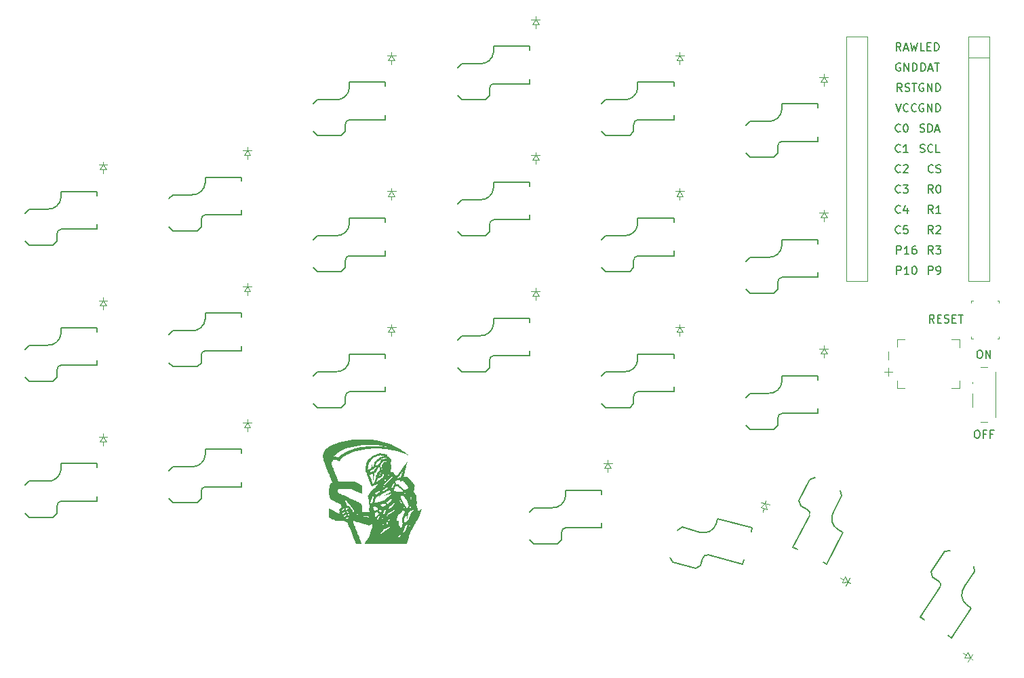
<source format=gbr>
%TF.GenerationSoftware,KiCad,Pcbnew,9.0.2*%
%TF.CreationDate,2025-06-08T10:39:33-06:00*%
%TF.ProjectId,scyboard,73637962-6f61-4726-942e-6b696361645f,1*%
%TF.SameCoordinates,Original*%
%TF.FileFunction,Legend,Top*%
%TF.FilePolarity,Positive*%
%FSLAX46Y46*%
G04 Gerber Fmt 4.6, Leading zero omitted, Abs format (unit mm)*
G04 Created by KiCad (PCBNEW 9.0.2) date 2025-06-08 10:39:33*
%MOMM*%
%LPD*%
G01*
G04 APERTURE LIST*
%ADD10C,0.150000*%
%ADD11C,0.100000*%
%ADD12C,0.120000*%
%ADD13C,0.000000*%
G04 APERTURE END LIST*
D10*
X161508207Y-83899819D02*
X161174874Y-83423628D01*
X160936779Y-83899819D02*
X160936779Y-82899819D01*
X160936779Y-82899819D02*
X161317731Y-82899819D01*
X161317731Y-82899819D02*
X161412969Y-82947438D01*
X161412969Y-82947438D02*
X161460588Y-82995057D01*
X161460588Y-82995057D02*
X161508207Y-83090295D01*
X161508207Y-83090295D02*
X161508207Y-83233152D01*
X161508207Y-83233152D02*
X161460588Y-83328390D01*
X161460588Y-83328390D02*
X161412969Y-83376009D01*
X161412969Y-83376009D02*
X161317731Y-83423628D01*
X161317731Y-83423628D02*
X160936779Y-83423628D01*
X161936779Y-83376009D02*
X162270112Y-83376009D01*
X162412969Y-83899819D02*
X161936779Y-83899819D01*
X161936779Y-83899819D02*
X161936779Y-82899819D01*
X161936779Y-82899819D02*
X162412969Y-82899819D01*
X162793922Y-83852200D02*
X162936779Y-83899819D01*
X162936779Y-83899819D02*
X163174874Y-83899819D01*
X163174874Y-83899819D02*
X163270112Y-83852200D01*
X163270112Y-83852200D02*
X163317731Y-83804580D01*
X163317731Y-83804580D02*
X163365350Y-83709342D01*
X163365350Y-83709342D02*
X163365350Y-83614104D01*
X163365350Y-83614104D02*
X163317731Y-83518866D01*
X163317731Y-83518866D02*
X163270112Y-83471247D01*
X163270112Y-83471247D02*
X163174874Y-83423628D01*
X163174874Y-83423628D02*
X162984398Y-83376009D01*
X162984398Y-83376009D02*
X162889160Y-83328390D01*
X162889160Y-83328390D02*
X162841541Y-83280771D01*
X162841541Y-83280771D02*
X162793922Y-83185533D01*
X162793922Y-83185533D02*
X162793922Y-83090295D01*
X162793922Y-83090295D02*
X162841541Y-82995057D01*
X162841541Y-82995057D02*
X162889160Y-82947438D01*
X162889160Y-82947438D02*
X162984398Y-82899819D01*
X162984398Y-82899819D02*
X163222493Y-82899819D01*
X163222493Y-82899819D02*
X163365350Y-82947438D01*
X163793922Y-83376009D02*
X164127255Y-83376009D01*
X164270112Y-83899819D02*
X163793922Y-83899819D01*
X163793922Y-83899819D02*
X163793922Y-82899819D01*
X163793922Y-82899819D02*
X164270112Y-82899819D01*
X164555827Y-82899819D02*
X165127255Y-82899819D01*
X164841541Y-83899819D02*
X164841541Y-82899819D01*
X156716667Y-56519819D02*
X157050000Y-57519819D01*
X157050000Y-57519819D02*
X157383333Y-56519819D01*
X158288095Y-57424580D02*
X158240476Y-57472200D01*
X158240476Y-57472200D02*
X158097619Y-57519819D01*
X158097619Y-57519819D02*
X158002381Y-57519819D01*
X158002381Y-57519819D02*
X157859524Y-57472200D01*
X157859524Y-57472200D02*
X157764286Y-57376961D01*
X157764286Y-57376961D02*
X157716667Y-57281723D01*
X157716667Y-57281723D02*
X157669048Y-57091247D01*
X157669048Y-57091247D02*
X157669048Y-56948390D01*
X157669048Y-56948390D02*
X157716667Y-56757914D01*
X157716667Y-56757914D02*
X157764286Y-56662676D01*
X157764286Y-56662676D02*
X157859524Y-56567438D01*
X157859524Y-56567438D02*
X158002381Y-56519819D01*
X158002381Y-56519819D02*
X158097619Y-56519819D01*
X158097619Y-56519819D02*
X158240476Y-56567438D01*
X158240476Y-56567438D02*
X158288095Y-56615057D01*
X159288095Y-57424580D02*
X159240476Y-57472200D01*
X159240476Y-57472200D02*
X159097619Y-57519819D01*
X159097619Y-57519819D02*
X159002381Y-57519819D01*
X159002381Y-57519819D02*
X158859524Y-57472200D01*
X158859524Y-57472200D02*
X158764286Y-57376961D01*
X158764286Y-57376961D02*
X158716667Y-57281723D01*
X158716667Y-57281723D02*
X158669048Y-57091247D01*
X158669048Y-57091247D02*
X158669048Y-56948390D01*
X158669048Y-56948390D02*
X158716667Y-56757914D01*
X158716667Y-56757914D02*
X158764286Y-56662676D01*
X158764286Y-56662676D02*
X158859524Y-56567438D01*
X158859524Y-56567438D02*
X159002381Y-56519819D01*
X159002381Y-56519819D02*
X159097619Y-56519819D01*
X159097619Y-56519819D02*
X159240476Y-56567438D01*
X159240476Y-56567438D02*
X159288095Y-56615057D01*
X157293333Y-59964580D02*
X157245714Y-60012200D01*
X157245714Y-60012200D02*
X157102857Y-60059819D01*
X157102857Y-60059819D02*
X157007619Y-60059819D01*
X157007619Y-60059819D02*
X156864762Y-60012200D01*
X156864762Y-60012200D02*
X156769524Y-59916961D01*
X156769524Y-59916961D02*
X156721905Y-59821723D01*
X156721905Y-59821723D02*
X156674286Y-59631247D01*
X156674286Y-59631247D02*
X156674286Y-59488390D01*
X156674286Y-59488390D02*
X156721905Y-59297914D01*
X156721905Y-59297914D02*
X156769524Y-59202676D01*
X156769524Y-59202676D02*
X156864762Y-59107438D01*
X156864762Y-59107438D02*
X157007619Y-59059819D01*
X157007619Y-59059819D02*
X157102857Y-59059819D01*
X157102857Y-59059819D02*
X157245714Y-59107438D01*
X157245714Y-59107438D02*
X157293333Y-59155057D01*
X157912381Y-59059819D02*
X158007619Y-59059819D01*
X158007619Y-59059819D02*
X158102857Y-59107438D01*
X158102857Y-59107438D02*
X158150476Y-59155057D01*
X158150476Y-59155057D02*
X158198095Y-59250295D01*
X158198095Y-59250295D02*
X158245714Y-59440771D01*
X158245714Y-59440771D02*
X158245714Y-59678866D01*
X158245714Y-59678866D02*
X158198095Y-59869342D01*
X158198095Y-59869342D02*
X158150476Y-59964580D01*
X158150476Y-59964580D02*
X158102857Y-60012200D01*
X158102857Y-60012200D02*
X158007619Y-60059819D01*
X158007619Y-60059819D02*
X157912381Y-60059819D01*
X157912381Y-60059819D02*
X157817143Y-60012200D01*
X157817143Y-60012200D02*
X157769524Y-59964580D01*
X157769524Y-59964580D02*
X157721905Y-59869342D01*
X157721905Y-59869342D02*
X157674286Y-59678866D01*
X157674286Y-59678866D02*
X157674286Y-59440771D01*
X157674286Y-59440771D02*
X157721905Y-59250295D01*
X157721905Y-59250295D02*
X157769524Y-59155057D01*
X157769524Y-59155057D02*
X157817143Y-59107438D01*
X157817143Y-59107438D02*
X157912381Y-59059819D01*
X157293333Y-72664580D02*
X157245714Y-72712200D01*
X157245714Y-72712200D02*
X157102857Y-72759819D01*
X157102857Y-72759819D02*
X157007619Y-72759819D01*
X157007619Y-72759819D02*
X156864762Y-72712200D01*
X156864762Y-72712200D02*
X156769524Y-72616961D01*
X156769524Y-72616961D02*
X156721905Y-72521723D01*
X156721905Y-72521723D02*
X156674286Y-72331247D01*
X156674286Y-72331247D02*
X156674286Y-72188390D01*
X156674286Y-72188390D02*
X156721905Y-71997914D01*
X156721905Y-71997914D02*
X156769524Y-71902676D01*
X156769524Y-71902676D02*
X156864762Y-71807438D01*
X156864762Y-71807438D02*
X157007619Y-71759819D01*
X157007619Y-71759819D02*
X157102857Y-71759819D01*
X157102857Y-71759819D02*
X157245714Y-71807438D01*
X157245714Y-71807438D02*
X157293333Y-71855057D01*
X158198095Y-71759819D02*
X157721905Y-71759819D01*
X157721905Y-71759819D02*
X157674286Y-72236009D01*
X157674286Y-72236009D02*
X157721905Y-72188390D01*
X157721905Y-72188390D02*
X157817143Y-72140771D01*
X157817143Y-72140771D02*
X158055238Y-72140771D01*
X158055238Y-72140771D02*
X158150476Y-72188390D01*
X158150476Y-72188390D02*
X158198095Y-72236009D01*
X158198095Y-72236009D02*
X158245714Y-72331247D01*
X158245714Y-72331247D02*
X158245714Y-72569342D01*
X158245714Y-72569342D02*
X158198095Y-72664580D01*
X158198095Y-72664580D02*
X158150476Y-72712200D01*
X158150476Y-72712200D02*
X158055238Y-72759819D01*
X158055238Y-72759819D02*
X157817143Y-72759819D01*
X157817143Y-72759819D02*
X157721905Y-72712200D01*
X157721905Y-72712200D02*
X157674286Y-72664580D01*
X159735714Y-60012200D02*
X159878571Y-60059819D01*
X159878571Y-60059819D02*
X160116666Y-60059819D01*
X160116666Y-60059819D02*
X160211904Y-60012200D01*
X160211904Y-60012200D02*
X160259523Y-59964580D01*
X160259523Y-59964580D02*
X160307142Y-59869342D01*
X160307142Y-59869342D02*
X160307142Y-59774104D01*
X160307142Y-59774104D02*
X160259523Y-59678866D01*
X160259523Y-59678866D02*
X160211904Y-59631247D01*
X160211904Y-59631247D02*
X160116666Y-59583628D01*
X160116666Y-59583628D02*
X159926190Y-59536009D01*
X159926190Y-59536009D02*
X159830952Y-59488390D01*
X159830952Y-59488390D02*
X159783333Y-59440771D01*
X159783333Y-59440771D02*
X159735714Y-59345533D01*
X159735714Y-59345533D02*
X159735714Y-59250295D01*
X159735714Y-59250295D02*
X159783333Y-59155057D01*
X159783333Y-59155057D02*
X159830952Y-59107438D01*
X159830952Y-59107438D02*
X159926190Y-59059819D01*
X159926190Y-59059819D02*
X160164285Y-59059819D01*
X160164285Y-59059819D02*
X160307142Y-59107438D01*
X160735714Y-60059819D02*
X160735714Y-59059819D01*
X160735714Y-59059819D02*
X160973809Y-59059819D01*
X160973809Y-59059819D02*
X161116666Y-59107438D01*
X161116666Y-59107438D02*
X161211904Y-59202676D01*
X161211904Y-59202676D02*
X161259523Y-59297914D01*
X161259523Y-59297914D02*
X161307142Y-59488390D01*
X161307142Y-59488390D02*
X161307142Y-59631247D01*
X161307142Y-59631247D02*
X161259523Y-59821723D01*
X161259523Y-59821723D02*
X161211904Y-59916961D01*
X161211904Y-59916961D02*
X161116666Y-60012200D01*
X161116666Y-60012200D02*
X160973809Y-60059819D01*
X160973809Y-60059819D02*
X160735714Y-60059819D01*
X161688095Y-59774104D02*
X162164285Y-59774104D01*
X161592857Y-60059819D02*
X161926190Y-59059819D01*
X161926190Y-59059819D02*
X162259523Y-60059819D01*
X157502380Y-54979819D02*
X157169047Y-54503628D01*
X156930952Y-54979819D02*
X156930952Y-53979819D01*
X156930952Y-53979819D02*
X157311904Y-53979819D01*
X157311904Y-53979819D02*
X157407142Y-54027438D01*
X157407142Y-54027438D02*
X157454761Y-54075057D01*
X157454761Y-54075057D02*
X157502380Y-54170295D01*
X157502380Y-54170295D02*
X157502380Y-54313152D01*
X157502380Y-54313152D02*
X157454761Y-54408390D01*
X157454761Y-54408390D02*
X157407142Y-54456009D01*
X157407142Y-54456009D02*
X157311904Y-54503628D01*
X157311904Y-54503628D02*
X156930952Y-54503628D01*
X157883333Y-54932200D02*
X158026190Y-54979819D01*
X158026190Y-54979819D02*
X158264285Y-54979819D01*
X158264285Y-54979819D02*
X158359523Y-54932200D01*
X158359523Y-54932200D02*
X158407142Y-54884580D01*
X158407142Y-54884580D02*
X158454761Y-54789342D01*
X158454761Y-54789342D02*
X158454761Y-54694104D01*
X158454761Y-54694104D02*
X158407142Y-54598866D01*
X158407142Y-54598866D02*
X158359523Y-54551247D01*
X158359523Y-54551247D02*
X158264285Y-54503628D01*
X158264285Y-54503628D02*
X158073809Y-54456009D01*
X158073809Y-54456009D02*
X157978571Y-54408390D01*
X157978571Y-54408390D02*
X157930952Y-54360771D01*
X157930952Y-54360771D02*
X157883333Y-54265533D01*
X157883333Y-54265533D02*
X157883333Y-54170295D01*
X157883333Y-54170295D02*
X157930952Y-54075057D01*
X157930952Y-54075057D02*
X157978571Y-54027438D01*
X157978571Y-54027438D02*
X158073809Y-53979819D01*
X158073809Y-53979819D02*
X158311904Y-53979819D01*
X158311904Y-53979819D02*
X158454761Y-54027438D01*
X158740476Y-53979819D02*
X159311904Y-53979819D01*
X159026190Y-54979819D02*
X159026190Y-53979819D01*
X157288095Y-51487438D02*
X157192857Y-51439819D01*
X157192857Y-51439819D02*
X157050000Y-51439819D01*
X157050000Y-51439819D02*
X156907143Y-51487438D01*
X156907143Y-51487438D02*
X156811905Y-51582676D01*
X156811905Y-51582676D02*
X156764286Y-51677914D01*
X156764286Y-51677914D02*
X156716667Y-51868390D01*
X156716667Y-51868390D02*
X156716667Y-52011247D01*
X156716667Y-52011247D02*
X156764286Y-52201723D01*
X156764286Y-52201723D02*
X156811905Y-52296961D01*
X156811905Y-52296961D02*
X156907143Y-52392200D01*
X156907143Y-52392200D02*
X157050000Y-52439819D01*
X157050000Y-52439819D02*
X157145238Y-52439819D01*
X157145238Y-52439819D02*
X157288095Y-52392200D01*
X157288095Y-52392200D02*
X157335714Y-52344580D01*
X157335714Y-52344580D02*
X157335714Y-52011247D01*
X157335714Y-52011247D02*
X157145238Y-52011247D01*
X157764286Y-52439819D02*
X157764286Y-51439819D01*
X157764286Y-51439819D02*
X158335714Y-52439819D01*
X158335714Y-52439819D02*
X158335714Y-51439819D01*
X158811905Y-52439819D02*
X158811905Y-51439819D01*
X158811905Y-51439819D02*
X159050000Y-51439819D01*
X159050000Y-51439819D02*
X159192857Y-51487438D01*
X159192857Y-51487438D02*
X159288095Y-51582676D01*
X159288095Y-51582676D02*
X159335714Y-51677914D01*
X159335714Y-51677914D02*
X159383333Y-51868390D01*
X159383333Y-51868390D02*
X159383333Y-52011247D01*
X159383333Y-52011247D02*
X159335714Y-52201723D01*
X159335714Y-52201723D02*
X159288095Y-52296961D01*
X159288095Y-52296961D02*
X159192857Y-52392200D01*
X159192857Y-52392200D02*
X159050000Y-52439819D01*
X159050000Y-52439819D02*
X158811905Y-52439819D01*
X161373333Y-75299819D02*
X161040000Y-74823628D01*
X160801905Y-75299819D02*
X160801905Y-74299819D01*
X160801905Y-74299819D02*
X161182857Y-74299819D01*
X161182857Y-74299819D02*
X161278095Y-74347438D01*
X161278095Y-74347438D02*
X161325714Y-74395057D01*
X161325714Y-74395057D02*
X161373333Y-74490295D01*
X161373333Y-74490295D02*
X161373333Y-74633152D01*
X161373333Y-74633152D02*
X161325714Y-74728390D01*
X161325714Y-74728390D02*
X161278095Y-74776009D01*
X161278095Y-74776009D02*
X161182857Y-74823628D01*
X161182857Y-74823628D02*
X160801905Y-74823628D01*
X161706667Y-74299819D02*
X162325714Y-74299819D01*
X162325714Y-74299819D02*
X161992381Y-74680771D01*
X161992381Y-74680771D02*
X162135238Y-74680771D01*
X162135238Y-74680771D02*
X162230476Y-74728390D01*
X162230476Y-74728390D02*
X162278095Y-74776009D01*
X162278095Y-74776009D02*
X162325714Y-74871247D01*
X162325714Y-74871247D02*
X162325714Y-75109342D01*
X162325714Y-75109342D02*
X162278095Y-75204580D01*
X162278095Y-75204580D02*
X162230476Y-75252200D01*
X162230476Y-75252200D02*
X162135238Y-75299819D01*
X162135238Y-75299819D02*
X161849524Y-75299819D01*
X161849524Y-75299819D02*
X161754286Y-75252200D01*
X161754286Y-75252200D02*
X161706667Y-75204580D01*
X160307142Y-49899819D02*
X159830952Y-49899819D01*
X159830952Y-49899819D02*
X159830952Y-48899819D01*
X160640476Y-49376009D02*
X160973809Y-49376009D01*
X161116666Y-49899819D02*
X160640476Y-49899819D01*
X160640476Y-49899819D02*
X160640476Y-48899819D01*
X160640476Y-48899819D02*
X161116666Y-48899819D01*
X161545238Y-49899819D02*
X161545238Y-48899819D01*
X161545238Y-48899819D02*
X161783333Y-48899819D01*
X161783333Y-48899819D02*
X161926190Y-48947438D01*
X161926190Y-48947438D02*
X162021428Y-49042676D01*
X162021428Y-49042676D02*
X162069047Y-49137914D01*
X162069047Y-49137914D02*
X162116666Y-49328390D01*
X162116666Y-49328390D02*
X162116666Y-49471247D01*
X162116666Y-49471247D02*
X162069047Y-49661723D01*
X162069047Y-49661723D02*
X162021428Y-49756961D01*
X162021428Y-49756961D02*
X161926190Y-49852200D01*
X161926190Y-49852200D02*
X161783333Y-49899819D01*
X161783333Y-49899819D02*
X161545238Y-49899819D01*
X157293333Y-62504580D02*
X157245714Y-62552200D01*
X157245714Y-62552200D02*
X157102857Y-62599819D01*
X157102857Y-62599819D02*
X157007619Y-62599819D01*
X157007619Y-62599819D02*
X156864762Y-62552200D01*
X156864762Y-62552200D02*
X156769524Y-62456961D01*
X156769524Y-62456961D02*
X156721905Y-62361723D01*
X156721905Y-62361723D02*
X156674286Y-62171247D01*
X156674286Y-62171247D02*
X156674286Y-62028390D01*
X156674286Y-62028390D02*
X156721905Y-61837914D01*
X156721905Y-61837914D02*
X156769524Y-61742676D01*
X156769524Y-61742676D02*
X156864762Y-61647438D01*
X156864762Y-61647438D02*
X157007619Y-61599819D01*
X157007619Y-61599819D02*
X157102857Y-61599819D01*
X157102857Y-61599819D02*
X157245714Y-61647438D01*
X157245714Y-61647438D02*
X157293333Y-61695057D01*
X158245714Y-62599819D02*
X157674286Y-62599819D01*
X157960000Y-62599819D02*
X157960000Y-61599819D01*
X157960000Y-61599819D02*
X157864762Y-61742676D01*
X157864762Y-61742676D02*
X157769524Y-61837914D01*
X157769524Y-61837914D02*
X157674286Y-61885533D01*
X157293333Y-67584580D02*
X157245714Y-67632200D01*
X157245714Y-67632200D02*
X157102857Y-67679819D01*
X157102857Y-67679819D02*
X157007619Y-67679819D01*
X157007619Y-67679819D02*
X156864762Y-67632200D01*
X156864762Y-67632200D02*
X156769524Y-67536961D01*
X156769524Y-67536961D02*
X156721905Y-67441723D01*
X156721905Y-67441723D02*
X156674286Y-67251247D01*
X156674286Y-67251247D02*
X156674286Y-67108390D01*
X156674286Y-67108390D02*
X156721905Y-66917914D01*
X156721905Y-66917914D02*
X156769524Y-66822676D01*
X156769524Y-66822676D02*
X156864762Y-66727438D01*
X156864762Y-66727438D02*
X157007619Y-66679819D01*
X157007619Y-66679819D02*
X157102857Y-66679819D01*
X157102857Y-66679819D02*
X157245714Y-66727438D01*
X157245714Y-66727438D02*
X157293333Y-66775057D01*
X157626667Y-66679819D02*
X158245714Y-66679819D01*
X158245714Y-66679819D02*
X157912381Y-67060771D01*
X157912381Y-67060771D02*
X158055238Y-67060771D01*
X158055238Y-67060771D02*
X158150476Y-67108390D01*
X158150476Y-67108390D02*
X158198095Y-67156009D01*
X158198095Y-67156009D02*
X158245714Y-67251247D01*
X158245714Y-67251247D02*
X158245714Y-67489342D01*
X158245714Y-67489342D02*
X158198095Y-67584580D01*
X158198095Y-67584580D02*
X158150476Y-67632200D01*
X158150476Y-67632200D02*
X158055238Y-67679819D01*
X158055238Y-67679819D02*
X157769524Y-67679819D01*
X157769524Y-67679819D02*
X157674286Y-67632200D01*
X157674286Y-67632200D02*
X157626667Y-67584580D01*
X161373333Y-65044580D02*
X161325714Y-65092200D01*
X161325714Y-65092200D02*
X161182857Y-65139819D01*
X161182857Y-65139819D02*
X161087619Y-65139819D01*
X161087619Y-65139819D02*
X160944762Y-65092200D01*
X160944762Y-65092200D02*
X160849524Y-64996961D01*
X160849524Y-64996961D02*
X160801905Y-64901723D01*
X160801905Y-64901723D02*
X160754286Y-64711247D01*
X160754286Y-64711247D02*
X160754286Y-64568390D01*
X160754286Y-64568390D02*
X160801905Y-64377914D01*
X160801905Y-64377914D02*
X160849524Y-64282676D01*
X160849524Y-64282676D02*
X160944762Y-64187438D01*
X160944762Y-64187438D02*
X161087619Y-64139819D01*
X161087619Y-64139819D02*
X161182857Y-64139819D01*
X161182857Y-64139819D02*
X161325714Y-64187438D01*
X161325714Y-64187438D02*
X161373333Y-64235057D01*
X161754286Y-65092200D02*
X161897143Y-65139819D01*
X161897143Y-65139819D02*
X162135238Y-65139819D01*
X162135238Y-65139819D02*
X162230476Y-65092200D01*
X162230476Y-65092200D02*
X162278095Y-65044580D01*
X162278095Y-65044580D02*
X162325714Y-64949342D01*
X162325714Y-64949342D02*
X162325714Y-64854104D01*
X162325714Y-64854104D02*
X162278095Y-64758866D01*
X162278095Y-64758866D02*
X162230476Y-64711247D01*
X162230476Y-64711247D02*
X162135238Y-64663628D01*
X162135238Y-64663628D02*
X161944762Y-64616009D01*
X161944762Y-64616009D02*
X161849524Y-64568390D01*
X161849524Y-64568390D02*
X161801905Y-64520771D01*
X161801905Y-64520771D02*
X161754286Y-64425533D01*
X161754286Y-64425533D02*
X161754286Y-64330295D01*
X161754286Y-64330295D02*
X161801905Y-64235057D01*
X161801905Y-64235057D02*
X161849524Y-64187438D01*
X161849524Y-64187438D02*
X161944762Y-64139819D01*
X161944762Y-64139819D02*
X162182857Y-64139819D01*
X162182857Y-64139819D02*
X162325714Y-64187438D01*
X160801905Y-77839819D02*
X160801905Y-76839819D01*
X160801905Y-76839819D02*
X161182857Y-76839819D01*
X161182857Y-76839819D02*
X161278095Y-76887438D01*
X161278095Y-76887438D02*
X161325714Y-76935057D01*
X161325714Y-76935057D02*
X161373333Y-77030295D01*
X161373333Y-77030295D02*
X161373333Y-77173152D01*
X161373333Y-77173152D02*
X161325714Y-77268390D01*
X161325714Y-77268390D02*
X161278095Y-77316009D01*
X161278095Y-77316009D02*
X161182857Y-77363628D01*
X161182857Y-77363628D02*
X160801905Y-77363628D01*
X161849524Y-77839819D02*
X162040000Y-77839819D01*
X162040000Y-77839819D02*
X162135238Y-77792200D01*
X162135238Y-77792200D02*
X162182857Y-77744580D01*
X162182857Y-77744580D02*
X162278095Y-77601723D01*
X162278095Y-77601723D02*
X162325714Y-77411247D01*
X162325714Y-77411247D02*
X162325714Y-77030295D01*
X162325714Y-77030295D02*
X162278095Y-76935057D01*
X162278095Y-76935057D02*
X162230476Y-76887438D01*
X162230476Y-76887438D02*
X162135238Y-76839819D01*
X162135238Y-76839819D02*
X161944762Y-76839819D01*
X161944762Y-76839819D02*
X161849524Y-76887438D01*
X161849524Y-76887438D02*
X161801905Y-76935057D01*
X161801905Y-76935057D02*
X161754286Y-77030295D01*
X161754286Y-77030295D02*
X161754286Y-77268390D01*
X161754286Y-77268390D02*
X161801905Y-77363628D01*
X161801905Y-77363628D02*
X161849524Y-77411247D01*
X161849524Y-77411247D02*
X161944762Y-77458866D01*
X161944762Y-77458866D02*
X162135238Y-77458866D01*
X162135238Y-77458866D02*
X162230476Y-77411247D01*
X162230476Y-77411247D02*
X162278095Y-77363628D01*
X162278095Y-77363628D02*
X162325714Y-77268390D01*
X159878571Y-52439819D02*
X159878571Y-51439819D01*
X159878571Y-51439819D02*
X160116666Y-51439819D01*
X160116666Y-51439819D02*
X160259523Y-51487438D01*
X160259523Y-51487438D02*
X160354761Y-51582676D01*
X160354761Y-51582676D02*
X160402380Y-51677914D01*
X160402380Y-51677914D02*
X160449999Y-51868390D01*
X160449999Y-51868390D02*
X160449999Y-52011247D01*
X160449999Y-52011247D02*
X160402380Y-52201723D01*
X160402380Y-52201723D02*
X160354761Y-52296961D01*
X160354761Y-52296961D02*
X160259523Y-52392200D01*
X160259523Y-52392200D02*
X160116666Y-52439819D01*
X160116666Y-52439819D02*
X159878571Y-52439819D01*
X160830952Y-52154104D02*
X161307142Y-52154104D01*
X160735714Y-52439819D02*
X161069047Y-51439819D01*
X161069047Y-51439819D02*
X161402380Y-52439819D01*
X161592857Y-51439819D02*
X162164285Y-51439819D01*
X161878571Y-52439819D02*
X161878571Y-51439819D01*
X160188095Y-56567438D02*
X160092857Y-56519819D01*
X160092857Y-56519819D02*
X159950000Y-56519819D01*
X159950000Y-56519819D02*
X159807143Y-56567438D01*
X159807143Y-56567438D02*
X159711905Y-56662676D01*
X159711905Y-56662676D02*
X159664286Y-56757914D01*
X159664286Y-56757914D02*
X159616667Y-56948390D01*
X159616667Y-56948390D02*
X159616667Y-57091247D01*
X159616667Y-57091247D02*
X159664286Y-57281723D01*
X159664286Y-57281723D02*
X159711905Y-57376961D01*
X159711905Y-57376961D02*
X159807143Y-57472200D01*
X159807143Y-57472200D02*
X159950000Y-57519819D01*
X159950000Y-57519819D02*
X160045238Y-57519819D01*
X160045238Y-57519819D02*
X160188095Y-57472200D01*
X160188095Y-57472200D02*
X160235714Y-57424580D01*
X160235714Y-57424580D02*
X160235714Y-57091247D01*
X160235714Y-57091247D02*
X160045238Y-57091247D01*
X160664286Y-57519819D02*
X160664286Y-56519819D01*
X160664286Y-56519819D02*
X161235714Y-57519819D01*
X161235714Y-57519819D02*
X161235714Y-56519819D01*
X161711905Y-57519819D02*
X161711905Y-56519819D01*
X161711905Y-56519819D02*
X161950000Y-56519819D01*
X161950000Y-56519819D02*
X162092857Y-56567438D01*
X162092857Y-56567438D02*
X162188095Y-56662676D01*
X162188095Y-56662676D02*
X162235714Y-56757914D01*
X162235714Y-56757914D02*
X162283333Y-56948390D01*
X162283333Y-56948390D02*
X162283333Y-57091247D01*
X162283333Y-57091247D02*
X162235714Y-57281723D01*
X162235714Y-57281723D02*
X162188095Y-57376961D01*
X162188095Y-57376961D02*
X162092857Y-57472200D01*
X162092857Y-57472200D02*
X161950000Y-57519819D01*
X161950000Y-57519819D02*
X161711905Y-57519819D01*
X156835714Y-77839819D02*
X156835714Y-76839819D01*
X156835714Y-76839819D02*
X157216666Y-76839819D01*
X157216666Y-76839819D02*
X157311904Y-76887438D01*
X157311904Y-76887438D02*
X157359523Y-76935057D01*
X157359523Y-76935057D02*
X157407142Y-77030295D01*
X157407142Y-77030295D02*
X157407142Y-77173152D01*
X157407142Y-77173152D02*
X157359523Y-77268390D01*
X157359523Y-77268390D02*
X157311904Y-77316009D01*
X157311904Y-77316009D02*
X157216666Y-77363628D01*
X157216666Y-77363628D02*
X156835714Y-77363628D01*
X158359523Y-77839819D02*
X157788095Y-77839819D01*
X158073809Y-77839819D02*
X158073809Y-76839819D01*
X158073809Y-76839819D02*
X157978571Y-76982676D01*
X157978571Y-76982676D02*
X157883333Y-77077914D01*
X157883333Y-77077914D02*
X157788095Y-77125533D01*
X158978571Y-76839819D02*
X159073809Y-76839819D01*
X159073809Y-76839819D02*
X159169047Y-76887438D01*
X159169047Y-76887438D02*
X159216666Y-76935057D01*
X159216666Y-76935057D02*
X159264285Y-77030295D01*
X159264285Y-77030295D02*
X159311904Y-77220771D01*
X159311904Y-77220771D02*
X159311904Y-77458866D01*
X159311904Y-77458866D02*
X159264285Y-77649342D01*
X159264285Y-77649342D02*
X159216666Y-77744580D01*
X159216666Y-77744580D02*
X159169047Y-77792200D01*
X159169047Y-77792200D02*
X159073809Y-77839819D01*
X159073809Y-77839819D02*
X158978571Y-77839819D01*
X158978571Y-77839819D02*
X158883333Y-77792200D01*
X158883333Y-77792200D02*
X158835714Y-77744580D01*
X158835714Y-77744580D02*
X158788095Y-77649342D01*
X158788095Y-77649342D02*
X158740476Y-77458866D01*
X158740476Y-77458866D02*
X158740476Y-77220771D01*
X158740476Y-77220771D02*
X158788095Y-77030295D01*
X158788095Y-77030295D02*
X158835714Y-76935057D01*
X158835714Y-76935057D02*
X158883333Y-76887438D01*
X158883333Y-76887438D02*
X158978571Y-76839819D01*
X161373333Y-67679819D02*
X161040000Y-67203628D01*
X160801905Y-67679819D02*
X160801905Y-66679819D01*
X160801905Y-66679819D02*
X161182857Y-66679819D01*
X161182857Y-66679819D02*
X161278095Y-66727438D01*
X161278095Y-66727438D02*
X161325714Y-66775057D01*
X161325714Y-66775057D02*
X161373333Y-66870295D01*
X161373333Y-66870295D02*
X161373333Y-67013152D01*
X161373333Y-67013152D02*
X161325714Y-67108390D01*
X161325714Y-67108390D02*
X161278095Y-67156009D01*
X161278095Y-67156009D02*
X161182857Y-67203628D01*
X161182857Y-67203628D02*
X160801905Y-67203628D01*
X161992381Y-66679819D02*
X162087619Y-66679819D01*
X162087619Y-66679819D02*
X162182857Y-66727438D01*
X162182857Y-66727438D02*
X162230476Y-66775057D01*
X162230476Y-66775057D02*
X162278095Y-66870295D01*
X162278095Y-66870295D02*
X162325714Y-67060771D01*
X162325714Y-67060771D02*
X162325714Y-67298866D01*
X162325714Y-67298866D02*
X162278095Y-67489342D01*
X162278095Y-67489342D02*
X162230476Y-67584580D01*
X162230476Y-67584580D02*
X162182857Y-67632200D01*
X162182857Y-67632200D02*
X162087619Y-67679819D01*
X162087619Y-67679819D02*
X161992381Y-67679819D01*
X161992381Y-67679819D02*
X161897143Y-67632200D01*
X161897143Y-67632200D02*
X161849524Y-67584580D01*
X161849524Y-67584580D02*
X161801905Y-67489342D01*
X161801905Y-67489342D02*
X161754286Y-67298866D01*
X161754286Y-67298866D02*
X161754286Y-67060771D01*
X161754286Y-67060771D02*
X161801905Y-66870295D01*
X161801905Y-66870295D02*
X161849524Y-66775057D01*
X161849524Y-66775057D02*
X161897143Y-66727438D01*
X161897143Y-66727438D02*
X161992381Y-66679819D01*
X157359523Y-49899819D02*
X157026190Y-49423628D01*
X156788095Y-49899819D02*
X156788095Y-48899819D01*
X156788095Y-48899819D02*
X157169047Y-48899819D01*
X157169047Y-48899819D02*
X157264285Y-48947438D01*
X157264285Y-48947438D02*
X157311904Y-48995057D01*
X157311904Y-48995057D02*
X157359523Y-49090295D01*
X157359523Y-49090295D02*
X157359523Y-49233152D01*
X157359523Y-49233152D02*
X157311904Y-49328390D01*
X157311904Y-49328390D02*
X157264285Y-49376009D01*
X157264285Y-49376009D02*
X157169047Y-49423628D01*
X157169047Y-49423628D02*
X156788095Y-49423628D01*
X157740476Y-49614104D02*
X158216666Y-49614104D01*
X157645238Y-49899819D02*
X157978571Y-48899819D01*
X157978571Y-48899819D02*
X158311904Y-49899819D01*
X158550000Y-48899819D02*
X158788095Y-49899819D01*
X158788095Y-49899819D02*
X158978571Y-49185533D01*
X158978571Y-49185533D02*
X159169047Y-49899819D01*
X159169047Y-49899819D02*
X159407143Y-48899819D01*
X159759524Y-62552200D02*
X159902381Y-62599819D01*
X159902381Y-62599819D02*
X160140476Y-62599819D01*
X160140476Y-62599819D02*
X160235714Y-62552200D01*
X160235714Y-62552200D02*
X160283333Y-62504580D01*
X160283333Y-62504580D02*
X160330952Y-62409342D01*
X160330952Y-62409342D02*
X160330952Y-62314104D01*
X160330952Y-62314104D02*
X160283333Y-62218866D01*
X160283333Y-62218866D02*
X160235714Y-62171247D01*
X160235714Y-62171247D02*
X160140476Y-62123628D01*
X160140476Y-62123628D02*
X159950000Y-62076009D01*
X159950000Y-62076009D02*
X159854762Y-62028390D01*
X159854762Y-62028390D02*
X159807143Y-61980771D01*
X159807143Y-61980771D02*
X159759524Y-61885533D01*
X159759524Y-61885533D02*
X159759524Y-61790295D01*
X159759524Y-61790295D02*
X159807143Y-61695057D01*
X159807143Y-61695057D02*
X159854762Y-61647438D01*
X159854762Y-61647438D02*
X159950000Y-61599819D01*
X159950000Y-61599819D02*
X160188095Y-61599819D01*
X160188095Y-61599819D02*
X160330952Y-61647438D01*
X161330952Y-62504580D02*
X161283333Y-62552200D01*
X161283333Y-62552200D02*
X161140476Y-62599819D01*
X161140476Y-62599819D02*
X161045238Y-62599819D01*
X161045238Y-62599819D02*
X160902381Y-62552200D01*
X160902381Y-62552200D02*
X160807143Y-62456961D01*
X160807143Y-62456961D02*
X160759524Y-62361723D01*
X160759524Y-62361723D02*
X160711905Y-62171247D01*
X160711905Y-62171247D02*
X160711905Y-62028390D01*
X160711905Y-62028390D02*
X160759524Y-61837914D01*
X160759524Y-61837914D02*
X160807143Y-61742676D01*
X160807143Y-61742676D02*
X160902381Y-61647438D01*
X160902381Y-61647438D02*
X161045238Y-61599819D01*
X161045238Y-61599819D02*
X161140476Y-61599819D01*
X161140476Y-61599819D02*
X161283333Y-61647438D01*
X161283333Y-61647438D02*
X161330952Y-61695057D01*
X162235714Y-62599819D02*
X161759524Y-62599819D01*
X161759524Y-62599819D02*
X161759524Y-61599819D01*
X160188095Y-54027438D02*
X160092857Y-53979819D01*
X160092857Y-53979819D02*
X159950000Y-53979819D01*
X159950000Y-53979819D02*
X159807143Y-54027438D01*
X159807143Y-54027438D02*
X159711905Y-54122676D01*
X159711905Y-54122676D02*
X159664286Y-54217914D01*
X159664286Y-54217914D02*
X159616667Y-54408390D01*
X159616667Y-54408390D02*
X159616667Y-54551247D01*
X159616667Y-54551247D02*
X159664286Y-54741723D01*
X159664286Y-54741723D02*
X159711905Y-54836961D01*
X159711905Y-54836961D02*
X159807143Y-54932200D01*
X159807143Y-54932200D02*
X159950000Y-54979819D01*
X159950000Y-54979819D02*
X160045238Y-54979819D01*
X160045238Y-54979819D02*
X160188095Y-54932200D01*
X160188095Y-54932200D02*
X160235714Y-54884580D01*
X160235714Y-54884580D02*
X160235714Y-54551247D01*
X160235714Y-54551247D02*
X160045238Y-54551247D01*
X160664286Y-54979819D02*
X160664286Y-53979819D01*
X160664286Y-53979819D02*
X161235714Y-54979819D01*
X161235714Y-54979819D02*
X161235714Y-53979819D01*
X161711905Y-54979819D02*
X161711905Y-53979819D01*
X161711905Y-53979819D02*
X161950000Y-53979819D01*
X161950000Y-53979819D02*
X162092857Y-54027438D01*
X162092857Y-54027438D02*
X162188095Y-54122676D01*
X162188095Y-54122676D02*
X162235714Y-54217914D01*
X162235714Y-54217914D02*
X162283333Y-54408390D01*
X162283333Y-54408390D02*
X162283333Y-54551247D01*
X162283333Y-54551247D02*
X162235714Y-54741723D01*
X162235714Y-54741723D02*
X162188095Y-54836961D01*
X162188095Y-54836961D02*
X162092857Y-54932200D01*
X162092857Y-54932200D02*
X161950000Y-54979819D01*
X161950000Y-54979819D02*
X161711905Y-54979819D01*
X156835714Y-75299819D02*
X156835714Y-74299819D01*
X156835714Y-74299819D02*
X157216666Y-74299819D01*
X157216666Y-74299819D02*
X157311904Y-74347438D01*
X157311904Y-74347438D02*
X157359523Y-74395057D01*
X157359523Y-74395057D02*
X157407142Y-74490295D01*
X157407142Y-74490295D02*
X157407142Y-74633152D01*
X157407142Y-74633152D02*
X157359523Y-74728390D01*
X157359523Y-74728390D02*
X157311904Y-74776009D01*
X157311904Y-74776009D02*
X157216666Y-74823628D01*
X157216666Y-74823628D02*
X156835714Y-74823628D01*
X158359523Y-75299819D02*
X157788095Y-75299819D01*
X158073809Y-75299819D02*
X158073809Y-74299819D01*
X158073809Y-74299819D02*
X157978571Y-74442676D01*
X157978571Y-74442676D02*
X157883333Y-74537914D01*
X157883333Y-74537914D02*
X157788095Y-74585533D01*
X159216666Y-74299819D02*
X159026190Y-74299819D01*
X159026190Y-74299819D02*
X158930952Y-74347438D01*
X158930952Y-74347438D02*
X158883333Y-74395057D01*
X158883333Y-74395057D02*
X158788095Y-74537914D01*
X158788095Y-74537914D02*
X158740476Y-74728390D01*
X158740476Y-74728390D02*
X158740476Y-75109342D01*
X158740476Y-75109342D02*
X158788095Y-75204580D01*
X158788095Y-75204580D02*
X158835714Y-75252200D01*
X158835714Y-75252200D02*
X158930952Y-75299819D01*
X158930952Y-75299819D02*
X159121428Y-75299819D01*
X159121428Y-75299819D02*
X159216666Y-75252200D01*
X159216666Y-75252200D02*
X159264285Y-75204580D01*
X159264285Y-75204580D02*
X159311904Y-75109342D01*
X159311904Y-75109342D02*
X159311904Y-74871247D01*
X159311904Y-74871247D02*
X159264285Y-74776009D01*
X159264285Y-74776009D02*
X159216666Y-74728390D01*
X159216666Y-74728390D02*
X159121428Y-74680771D01*
X159121428Y-74680771D02*
X158930952Y-74680771D01*
X158930952Y-74680771D02*
X158835714Y-74728390D01*
X158835714Y-74728390D02*
X158788095Y-74776009D01*
X158788095Y-74776009D02*
X158740476Y-74871247D01*
X161373333Y-70219819D02*
X161040000Y-69743628D01*
X160801905Y-70219819D02*
X160801905Y-69219819D01*
X160801905Y-69219819D02*
X161182857Y-69219819D01*
X161182857Y-69219819D02*
X161278095Y-69267438D01*
X161278095Y-69267438D02*
X161325714Y-69315057D01*
X161325714Y-69315057D02*
X161373333Y-69410295D01*
X161373333Y-69410295D02*
X161373333Y-69553152D01*
X161373333Y-69553152D02*
X161325714Y-69648390D01*
X161325714Y-69648390D02*
X161278095Y-69696009D01*
X161278095Y-69696009D02*
X161182857Y-69743628D01*
X161182857Y-69743628D02*
X160801905Y-69743628D01*
X162325714Y-70219819D02*
X161754286Y-70219819D01*
X162040000Y-70219819D02*
X162040000Y-69219819D01*
X162040000Y-69219819D02*
X161944762Y-69362676D01*
X161944762Y-69362676D02*
X161849524Y-69457914D01*
X161849524Y-69457914D02*
X161754286Y-69505533D01*
X157293333Y-65044580D02*
X157245714Y-65092200D01*
X157245714Y-65092200D02*
X157102857Y-65139819D01*
X157102857Y-65139819D02*
X157007619Y-65139819D01*
X157007619Y-65139819D02*
X156864762Y-65092200D01*
X156864762Y-65092200D02*
X156769524Y-64996961D01*
X156769524Y-64996961D02*
X156721905Y-64901723D01*
X156721905Y-64901723D02*
X156674286Y-64711247D01*
X156674286Y-64711247D02*
X156674286Y-64568390D01*
X156674286Y-64568390D02*
X156721905Y-64377914D01*
X156721905Y-64377914D02*
X156769524Y-64282676D01*
X156769524Y-64282676D02*
X156864762Y-64187438D01*
X156864762Y-64187438D02*
X157007619Y-64139819D01*
X157007619Y-64139819D02*
X157102857Y-64139819D01*
X157102857Y-64139819D02*
X157245714Y-64187438D01*
X157245714Y-64187438D02*
X157293333Y-64235057D01*
X157674286Y-64235057D02*
X157721905Y-64187438D01*
X157721905Y-64187438D02*
X157817143Y-64139819D01*
X157817143Y-64139819D02*
X158055238Y-64139819D01*
X158055238Y-64139819D02*
X158150476Y-64187438D01*
X158150476Y-64187438D02*
X158198095Y-64235057D01*
X158198095Y-64235057D02*
X158245714Y-64330295D01*
X158245714Y-64330295D02*
X158245714Y-64425533D01*
X158245714Y-64425533D02*
X158198095Y-64568390D01*
X158198095Y-64568390D02*
X157626667Y-65139819D01*
X157626667Y-65139819D02*
X158245714Y-65139819D01*
X157293333Y-70124580D02*
X157245714Y-70172200D01*
X157245714Y-70172200D02*
X157102857Y-70219819D01*
X157102857Y-70219819D02*
X157007619Y-70219819D01*
X157007619Y-70219819D02*
X156864762Y-70172200D01*
X156864762Y-70172200D02*
X156769524Y-70076961D01*
X156769524Y-70076961D02*
X156721905Y-69981723D01*
X156721905Y-69981723D02*
X156674286Y-69791247D01*
X156674286Y-69791247D02*
X156674286Y-69648390D01*
X156674286Y-69648390D02*
X156721905Y-69457914D01*
X156721905Y-69457914D02*
X156769524Y-69362676D01*
X156769524Y-69362676D02*
X156864762Y-69267438D01*
X156864762Y-69267438D02*
X157007619Y-69219819D01*
X157007619Y-69219819D02*
X157102857Y-69219819D01*
X157102857Y-69219819D02*
X157245714Y-69267438D01*
X157245714Y-69267438D02*
X157293333Y-69315057D01*
X158150476Y-69553152D02*
X158150476Y-70219819D01*
X157912381Y-69172200D02*
X157674286Y-69886485D01*
X157674286Y-69886485D02*
X158293333Y-69886485D01*
X161373333Y-72759819D02*
X161040000Y-72283628D01*
X160801905Y-72759819D02*
X160801905Y-71759819D01*
X160801905Y-71759819D02*
X161182857Y-71759819D01*
X161182857Y-71759819D02*
X161278095Y-71807438D01*
X161278095Y-71807438D02*
X161325714Y-71855057D01*
X161325714Y-71855057D02*
X161373333Y-71950295D01*
X161373333Y-71950295D02*
X161373333Y-72093152D01*
X161373333Y-72093152D02*
X161325714Y-72188390D01*
X161325714Y-72188390D02*
X161278095Y-72236009D01*
X161278095Y-72236009D02*
X161182857Y-72283628D01*
X161182857Y-72283628D02*
X160801905Y-72283628D01*
X161754286Y-71855057D02*
X161801905Y-71807438D01*
X161801905Y-71807438D02*
X161897143Y-71759819D01*
X161897143Y-71759819D02*
X162135238Y-71759819D01*
X162135238Y-71759819D02*
X162230476Y-71807438D01*
X162230476Y-71807438D02*
X162278095Y-71855057D01*
X162278095Y-71855057D02*
X162325714Y-71950295D01*
X162325714Y-71950295D02*
X162325714Y-72045533D01*
X162325714Y-72045533D02*
X162278095Y-72188390D01*
X162278095Y-72188390D02*
X161706667Y-72759819D01*
X161706667Y-72759819D02*
X162325714Y-72759819D01*
X167105952Y-87324819D02*
X167296428Y-87324819D01*
X167296428Y-87324819D02*
X167391666Y-87372438D01*
X167391666Y-87372438D02*
X167486904Y-87467676D01*
X167486904Y-87467676D02*
X167534523Y-87658152D01*
X167534523Y-87658152D02*
X167534523Y-87991485D01*
X167534523Y-87991485D02*
X167486904Y-88181961D01*
X167486904Y-88181961D02*
X167391666Y-88277200D01*
X167391666Y-88277200D02*
X167296428Y-88324819D01*
X167296428Y-88324819D02*
X167105952Y-88324819D01*
X167105952Y-88324819D02*
X167010714Y-88277200D01*
X167010714Y-88277200D02*
X166915476Y-88181961D01*
X166915476Y-88181961D02*
X166867857Y-87991485D01*
X166867857Y-87991485D02*
X166867857Y-87658152D01*
X166867857Y-87658152D02*
X166915476Y-87467676D01*
X166915476Y-87467676D02*
X167010714Y-87372438D01*
X167010714Y-87372438D02*
X167105952Y-87324819D01*
X167963095Y-88324819D02*
X167963095Y-87324819D01*
X167963095Y-87324819D02*
X168534523Y-88324819D01*
X168534523Y-88324819D02*
X168534523Y-87324819D01*
X166772619Y-97324819D02*
X166963095Y-97324819D01*
X166963095Y-97324819D02*
X167058333Y-97372438D01*
X167058333Y-97372438D02*
X167153571Y-97467676D01*
X167153571Y-97467676D02*
X167201190Y-97658152D01*
X167201190Y-97658152D02*
X167201190Y-97991485D01*
X167201190Y-97991485D02*
X167153571Y-98181961D01*
X167153571Y-98181961D02*
X167058333Y-98277200D01*
X167058333Y-98277200D02*
X166963095Y-98324819D01*
X166963095Y-98324819D02*
X166772619Y-98324819D01*
X166772619Y-98324819D02*
X166677381Y-98277200D01*
X166677381Y-98277200D02*
X166582143Y-98181961D01*
X166582143Y-98181961D02*
X166534524Y-97991485D01*
X166534524Y-97991485D02*
X166534524Y-97658152D01*
X166534524Y-97658152D02*
X166582143Y-97467676D01*
X166582143Y-97467676D02*
X166677381Y-97372438D01*
X166677381Y-97372438D02*
X166772619Y-97324819D01*
X167963095Y-97801009D02*
X167629762Y-97801009D01*
X167629762Y-98324819D02*
X167629762Y-97324819D01*
X167629762Y-97324819D02*
X168105952Y-97324819D01*
X168820238Y-97801009D02*
X168486905Y-97801009D01*
X168486905Y-98324819D02*
X168486905Y-97324819D01*
X168486905Y-97324819D02*
X168963095Y-97324819D01*
D11*
%TO.C,D28*%
X75350000Y-62950000D02*
X75750000Y-62350000D01*
X75750000Y-61950000D02*
X75750000Y-62350000D01*
X75750000Y-62350000D02*
X75200000Y-62350000D01*
X75750000Y-62350000D02*
X76150000Y-62950000D01*
X75750000Y-62350000D02*
X76300000Y-62350000D01*
X75750000Y-62950000D02*
X75750000Y-63450000D01*
X76150000Y-62950000D02*
X75350000Y-62950000D01*
%TO.C,D24*%
X57350000Y-81750000D02*
X57750000Y-81150000D01*
X57750000Y-80750000D02*
X57750000Y-81150000D01*
X57750000Y-81150000D02*
X57200000Y-81150000D01*
X57750000Y-81150000D02*
X58150000Y-81750000D01*
X57750000Y-81150000D02*
X58300000Y-81150000D01*
X57750000Y-81750000D02*
X57750000Y-82250000D01*
X58150000Y-81750000D02*
X57350000Y-81750000D01*
%TO.C,D23*%
X57350000Y-98750000D02*
X57750000Y-98150000D01*
X57750000Y-97750000D02*
X57750000Y-98150000D01*
X57750000Y-98150000D02*
X57200000Y-98150000D01*
X57750000Y-98150000D02*
X58150000Y-98750000D01*
X57750000Y-98150000D02*
X58300000Y-98150000D01*
X57750000Y-98750000D02*
X57750000Y-99250000D01*
X58150000Y-98750000D02*
X57350000Y-98750000D01*
%TO.C,D29*%
X93350000Y-85070000D02*
X93750000Y-84470000D01*
X93750000Y-84070000D02*
X93750000Y-84470000D01*
X93750000Y-84470000D02*
X93200000Y-84470000D01*
X93750000Y-84470000D02*
X94150000Y-85070000D01*
X93750000Y-84470000D02*
X94300000Y-84470000D01*
X93750000Y-85070000D02*
X93750000Y-85570000D01*
X94150000Y-85070000D02*
X93350000Y-85070000D01*
%TO.C,D37*%
X129350000Y-51070000D02*
X129750000Y-50470000D01*
X129750000Y-50070000D02*
X129750000Y-50470000D01*
X129750000Y-50470000D02*
X129200000Y-50470000D01*
X129750000Y-50470000D02*
X130150000Y-51070000D01*
X129750000Y-50470000D02*
X130300000Y-50470000D01*
X129750000Y-51070000D02*
X129750000Y-51570000D01*
X130150000Y-51070000D02*
X129350000Y-51070000D01*
D12*
%TO.C,MCU1*%
X150550000Y-48115000D02*
X150550000Y-78715000D01*
X150550000Y-48115000D02*
X153210000Y-48115000D01*
X150550000Y-78715000D02*
X153210000Y-78715000D01*
X153210000Y-48115000D02*
X153210000Y-78715000D01*
X165790000Y-48115000D02*
X165790000Y-78715000D01*
X165790000Y-48115000D02*
X168450000Y-48115000D01*
X165790000Y-50715000D02*
X168450000Y-50715000D01*
X165790000Y-78715000D02*
X168450000Y-78715000D01*
X168450000Y-48115000D02*
X168450000Y-78715000D01*
D11*
%TO.C,D36*%
X129350000Y-68070000D02*
X129750000Y-67470000D01*
X129750000Y-67070000D02*
X129750000Y-67470000D01*
X129750000Y-67470000D02*
X129200000Y-67470000D01*
X129750000Y-67470000D02*
X130150000Y-68070000D01*
X129750000Y-67470000D02*
X130300000Y-67470000D01*
X129750000Y-68070000D02*
X129750000Y-68570000D01*
X130150000Y-68070000D02*
X129350000Y-68070000D01*
%TO.C,D38*%
X147350000Y-87770000D02*
X147750000Y-87170000D01*
X147750000Y-86770000D02*
X147750000Y-87170000D01*
X147750000Y-87170000D02*
X147200000Y-87170000D01*
X147750000Y-87170000D02*
X148150000Y-87770000D01*
X147750000Y-87170000D02*
X148300000Y-87170000D01*
X147750000Y-87770000D02*
X147750000Y-88270000D01*
X148150000Y-87770000D02*
X147350000Y-87770000D01*
D13*
%TO.C,G\u002A\u002A\u002A*%
G36*
X90370210Y-98467711D02*
G01*
X90502091Y-98469573D01*
X90616705Y-98472509D01*
X90709393Y-98476561D01*
X90723167Y-98477398D01*
X91254168Y-98524434D01*
X91774004Y-98596652D01*
X92281693Y-98693798D01*
X92776255Y-98815620D01*
X93256710Y-98961867D01*
X93722078Y-99132285D01*
X94171377Y-99326623D01*
X94341183Y-99408419D01*
X94429493Y-99452753D01*
X94519033Y-99498638D01*
X94602313Y-99542172D01*
X94671842Y-99579453D01*
X94707599Y-99599328D01*
X94789239Y-99647677D01*
X94885955Y-99707926D01*
X94992013Y-99776232D01*
X95101675Y-99848754D01*
X95209205Y-99921651D01*
X95308868Y-99991081D01*
X95394926Y-100053203D01*
X95461643Y-100104176D01*
X95462418Y-100104796D01*
X95512904Y-100146154D01*
X95571467Y-100195553D01*
X95634304Y-100249615D01*
X95697612Y-100304965D01*
X95757588Y-100358225D01*
X95810429Y-100406018D01*
X95852333Y-100444967D01*
X95879496Y-100471696D01*
X95888117Y-100482825D01*
X95874453Y-100478262D01*
X95838692Y-100463266D01*
X95785305Y-100439795D01*
X95718763Y-100409804D01*
X95666334Y-100385788D01*
X95286663Y-100224620D01*
X94885368Y-100080856D01*
X94464852Y-99955100D01*
X94027516Y-99847959D01*
X93575758Y-99760039D01*
X93111982Y-99691945D01*
X92772920Y-99655621D01*
X92669205Y-99648030D01*
X92542006Y-99641674D01*
X92396253Y-99636573D01*
X92236877Y-99632750D01*
X92068809Y-99630225D01*
X91896981Y-99629019D01*
X91726322Y-99629154D01*
X91561764Y-99630651D01*
X91408237Y-99633530D01*
X91270674Y-99637814D01*
X91154005Y-99643523D01*
X91087403Y-99648380D01*
X90621036Y-99698324D01*
X90177981Y-99764662D01*
X89758432Y-99847345D01*
X89362581Y-99946325D01*
X88990619Y-100061551D01*
X88642739Y-100192974D01*
X88319133Y-100340547D01*
X88261522Y-100369831D01*
X88015143Y-100506959D01*
X87791488Y-100652683D01*
X87584253Y-100811512D01*
X87387133Y-100987955D01*
X87358717Y-101015562D01*
X87184273Y-101186738D01*
X87104295Y-101135577D01*
X87027005Y-101096524D01*
X86933941Y-101065689D01*
X86832249Y-101043937D01*
X86729075Y-101032134D01*
X86631564Y-101031144D01*
X86546863Y-101041832D01*
X86489501Y-101061130D01*
X86410211Y-101114502D01*
X86343958Y-101185837D01*
X86297750Y-101267029D01*
X86288327Y-101293819D01*
X86272385Y-101357812D01*
X86266919Y-101414712D01*
X86271918Y-101475876D01*
X86287376Y-101552658D01*
X86288133Y-101555884D01*
X86300804Y-101599614D01*
X86323895Y-101668379D01*
X86356609Y-101760132D01*
X86398152Y-101872825D01*
X86447728Y-102004411D01*
X86504541Y-102152841D01*
X86567795Y-102316068D01*
X86636696Y-102492045D01*
X86710446Y-102678723D01*
X86788251Y-102874056D01*
X86869315Y-103075995D01*
X86952843Y-103282493D01*
X87038038Y-103491503D01*
X87080231Y-103594407D01*
X87149790Y-103763720D01*
X88164228Y-103757434D01*
X89178666Y-103751149D01*
X89649365Y-104020235D01*
X90120063Y-104289322D01*
X90120063Y-104791571D01*
X90119888Y-104909596D01*
X90119391Y-105017755D01*
X90118612Y-105112696D01*
X90117595Y-105191067D01*
X90116380Y-105249516D01*
X90115009Y-105284690D01*
X90113826Y-105293820D01*
X90108369Y-105292032D01*
X90094086Y-105285999D01*
X90068804Y-105274719D01*
X90030346Y-105257192D01*
X89976540Y-105232413D01*
X89905209Y-105199382D01*
X89814180Y-105157097D01*
X89701278Y-105104555D01*
X89564328Y-105040755D01*
X89541125Y-105029941D01*
X89503530Y-105012449D01*
X89444084Y-104984829D01*
X89367531Y-104949281D01*
X89278615Y-104908009D01*
X89182078Y-104863214D01*
X89104203Y-104827089D01*
X88755220Y-104665223D01*
X88002986Y-104662385D01*
X87827639Y-104661713D01*
X87679114Y-104661325D01*
X87554918Y-104661517D01*
X87452560Y-104662586D01*
X87369547Y-104664829D01*
X87303387Y-104668541D01*
X87251588Y-104674020D01*
X87211659Y-104681561D01*
X87181108Y-104691461D01*
X87157442Y-104704016D01*
X87138169Y-104719524D01*
X87120798Y-104738280D01*
X87102836Y-104760580D01*
X87095063Y-104770389D01*
X87068208Y-104809739D01*
X87053509Y-104850142D01*
X87046643Y-104904487D01*
X87045894Y-104916956D01*
X87052214Y-105006699D01*
X87082823Y-105081076D01*
X87139241Y-105143179D01*
X87167127Y-105163778D01*
X87194177Y-105179091D01*
X87246351Y-105205782D01*
X87322078Y-105243118D01*
X87419788Y-105290363D01*
X87537911Y-105346785D01*
X87674878Y-105411649D01*
X87829117Y-105484220D01*
X87999059Y-105563764D01*
X88183134Y-105649547D01*
X88379770Y-105740836D01*
X88587400Y-105836895D01*
X88804451Y-105936990D01*
X89029354Y-106040388D01*
X89260540Y-106146355D01*
X89496436Y-106254155D01*
X89599752Y-106301264D01*
X89727303Y-106363941D01*
X89829712Y-106425284D01*
X89910791Y-106488546D01*
X89974351Y-106556983D01*
X90024201Y-106633849D01*
X90048862Y-106684782D01*
X90065018Y-106724737D01*
X90078059Y-106765234D01*
X90088523Y-106810440D01*
X90096950Y-106864522D01*
X90103878Y-106931649D01*
X90109846Y-107015989D01*
X90115393Y-107121708D01*
X90120481Y-107238865D01*
X90124689Y-107338456D01*
X90128704Y-107427748D01*
X90132328Y-107502759D01*
X90135362Y-107559506D01*
X90137607Y-107594005D01*
X90138671Y-107602901D01*
X90153620Y-107602701D01*
X90193426Y-107600691D01*
X90253707Y-107597132D01*
X90330081Y-107592288D01*
X90418164Y-107586418D01*
X90442510Y-107584752D01*
X90551118Y-107577663D01*
X90635518Y-107573388D01*
X90700703Y-107572152D01*
X90751665Y-107574178D01*
X90793394Y-107579692D01*
X90830884Y-107588918D01*
X90869124Y-107602080D01*
X90874676Y-107604194D01*
X90892195Y-107596260D01*
X90918606Y-107566349D01*
X90944825Y-107527307D01*
X90996247Y-107443234D01*
X90958489Y-107338251D01*
X90942156Y-107292838D01*
X91247366Y-107292838D01*
X91251958Y-107321352D01*
X91264511Y-107356949D01*
X91286737Y-107406442D01*
X91313779Y-107463006D01*
X91387865Y-107616901D01*
X91396216Y-107551460D01*
X91398197Y-107518476D01*
X91394328Y-107483570D01*
X91382983Y-107440260D01*
X91365229Y-107389733D01*
X92194536Y-107389733D01*
X92194942Y-107408437D01*
X92204960Y-107427566D01*
X92228536Y-107451267D01*
X92269614Y-107483688D01*
X92315996Y-107517452D01*
X92368858Y-107554793D01*
X92412751Y-107584824D01*
X92442361Y-107603970D01*
X92452105Y-107609046D01*
X92461478Y-107596759D01*
X92478597Y-107563588D01*
X92500288Y-107515851D01*
X92507889Y-107498026D01*
X92528867Y-107446379D01*
X92543818Y-107406311D01*
X92550338Y-107384395D01*
X92550227Y-107382263D01*
X92536576Y-107373740D01*
X92502445Y-107353439D01*
X92452733Y-107324249D01*
X92392338Y-107289058D01*
X92381709Y-107282888D01*
X92217676Y-107187730D01*
X92208950Y-107270406D01*
X92203013Y-107323613D01*
X92197280Y-107370146D01*
X92194536Y-107389733D01*
X91365229Y-107389733D01*
X91362535Y-107382066D01*
X91337658Y-107318256D01*
X91270748Y-107150494D01*
X91255221Y-107229803D01*
X91249024Y-107264592D01*
X91247366Y-107292838D01*
X90942156Y-107292838D01*
X90920731Y-107233269D01*
X90989520Y-106962261D01*
X91449228Y-106962261D01*
X91521143Y-107176143D01*
X91550471Y-107259875D01*
X91575437Y-107324140D01*
X91594897Y-107366250D01*
X91607703Y-107383516D01*
X91609663Y-107383663D01*
X91629274Y-107378403D01*
X91671990Y-107368232D01*
X91732266Y-107354431D01*
X91804557Y-107338283D01*
X91836602Y-107331232D01*
X91910789Y-107314846D01*
X91973854Y-107300656D01*
X92020711Y-107289828D01*
X92046276Y-107283525D01*
X92049475Y-107282480D01*
X92051341Y-107267673D01*
X92053919Y-107231076D01*
X92056690Y-107180187D01*
X92057043Y-107172813D01*
X92062071Y-107065828D01*
X91837333Y-106932362D01*
X91612594Y-106798895D01*
X91530911Y-106880578D01*
X91449228Y-106962261D01*
X90989520Y-106962261D01*
X90990245Y-106959404D01*
X91059759Y-106685540D01*
X91032065Y-106652175D01*
X92298019Y-106652175D01*
X92436467Y-106746136D01*
X92512602Y-106797774D01*
X92567976Y-106835158D01*
X92606071Y-106860507D01*
X92630371Y-106876042D01*
X92644360Y-106883983D01*
X92651523Y-106886550D01*
X92655342Y-106885963D01*
X92655666Y-106885820D01*
X92670592Y-106878612D01*
X92707465Y-106860660D01*
X92761902Y-106834101D01*
X92829520Y-106801074D01*
X92894421Y-106769348D01*
X93125846Y-106656179D01*
X93057590Y-106567475D01*
X93022495Y-106523922D01*
X92992370Y-106490205D01*
X92972970Y-106472701D01*
X92971265Y-106471837D01*
X92951662Y-106473438D01*
X92909216Y-106482351D01*
X92849115Y-106497313D01*
X92776546Y-106517060D01*
X92727483Y-106531178D01*
X92640917Y-106556429D01*
X92555177Y-106581148D01*
X92478246Y-106603050D01*
X92418108Y-106619856D01*
X92399895Y-106624813D01*
X92298019Y-106652175D01*
X91032065Y-106652175D01*
X90978313Y-106587416D01*
X90941216Y-106539441D01*
X90912952Y-106496643D01*
X90898038Y-106466111D01*
X90896807Y-106459502D01*
X90899707Y-106434331D01*
X90906081Y-106396469D01*
X91143263Y-106396469D01*
X91206165Y-106460562D01*
X91269068Y-106524655D01*
X91304163Y-106491840D01*
X91334401Y-106459103D01*
X91355171Y-106429711D01*
X91363558Y-106407789D01*
X91372566Y-106380297D01*
X91624313Y-106380297D01*
X91626339Y-106395816D01*
X91627802Y-106398111D01*
X91637660Y-106404295D01*
X91656079Y-106405976D01*
X91686783Y-106402502D01*
X91733498Y-106393218D01*
X91799949Y-106377472D01*
X91889858Y-106354609D01*
X91894996Y-106353274D01*
X93139825Y-106353274D01*
X93148110Y-106369635D01*
X93169867Y-106400838D01*
X93199602Y-106439966D01*
X93231824Y-106480100D01*
X93261037Y-106514322D01*
X93281751Y-106535714D01*
X93287700Y-106539516D01*
X93301090Y-106530061D01*
X93331665Y-106503999D01*
X93375363Y-106464920D01*
X93428124Y-106416414D01*
X93449196Y-106396734D01*
X93512051Y-106338056D01*
X93574763Y-106279982D01*
X93630597Y-106228722D01*
X93672815Y-106190484D01*
X93677352Y-106186437D01*
X93713869Y-106152874D01*
X93737659Y-106125283D01*
X93753161Y-106094967D01*
X93764816Y-106053226D01*
X93777063Y-105991361D01*
X93777144Y-105990926D01*
X93787104Y-105933244D01*
X93793426Y-105887384D01*
X93793604Y-105884713D01*
X94703416Y-105884713D01*
X94711272Y-105943550D01*
X94732023Y-106018419D01*
X94764026Y-106105111D01*
X94805644Y-106199419D01*
X94855234Y-106297134D01*
X94911158Y-106394049D01*
X94943213Y-106444267D01*
X94977894Y-106495957D01*
X95026037Y-106566766D01*
X95084281Y-106651803D01*
X95149270Y-106746178D01*
X95217645Y-106845003D01*
X95284375Y-106940989D01*
X95346677Y-107030819D01*
X95403243Y-107113238D01*
X95451953Y-107185088D01*
X95490685Y-107243209D01*
X95517320Y-107284442D01*
X95529737Y-107305630D01*
X95530369Y-107307405D01*
X95534060Y-107308745D01*
X95538520Y-107292289D01*
X95537128Y-107257568D01*
X95525467Y-107215337D01*
X95523976Y-107211678D01*
X95511976Y-107188554D01*
X95486500Y-107143377D01*
X95483336Y-107137912D01*
X96018485Y-107137912D01*
X96103460Y-107078306D01*
X96155354Y-107037782D01*
X96180102Y-107008038D01*
X96181959Y-106995354D01*
X96176973Y-106973584D01*
X96167374Y-106928485D01*
X96154289Y-106865475D01*
X96138847Y-106789970D01*
X96128231Y-106737501D01*
X96111768Y-106657963D01*
X96096582Y-106588584D01*
X96083851Y-106534442D01*
X96074751Y-106500615D01*
X96071285Y-106491860D01*
X96067628Y-106500701D01*
X96065321Y-106533314D01*
X96064602Y-106584177D01*
X96065265Y-106631692D01*
X96064351Y-106718012D01*
X96058623Y-106818617D01*
X96049030Y-106919048D01*
X96043711Y-106960285D01*
X96018485Y-107137912D01*
X95483336Y-107137912D01*
X95449307Y-107079139D01*
X95402157Y-106998829D01*
X95346807Y-106905438D01*
X95285016Y-106801958D01*
X95218544Y-106691379D01*
X95197724Y-106656890D01*
X95126828Y-106538774D01*
X95057402Y-106421625D01*
X94991710Y-106309373D01*
X94932020Y-106205947D01*
X94880596Y-106115277D01*
X94839705Y-106041292D01*
X94811613Y-105987922D01*
X94809335Y-105983345D01*
X94775037Y-105914728D01*
X94750798Y-105869326D01*
X94734218Y-105843820D01*
X94722897Y-105834890D01*
X94714434Y-105839219D01*
X94710092Y-105846115D01*
X94703416Y-105884713D01*
X93793604Y-105884713D01*
X93795230Y-105860251D01*
X93794337Y-105855995D01*
X93780288Y-105862495D01*
X93743457Y-105887132D01*
X93684000Y-105929789D01*
X93602074Y-105990352D01*
X93497834Y-106068705D01*
X93371438Y-106164733D01*
X93245403Y-106261160D01*
X93198896Y-106297988D01*
X93162812Y-106328755D01*
X93142454Y-106348836D01*
X93139825Y-106353274D01*
X91894996Y-106353274D01*
X91919362Y-106346943D01*
X92027684Y-106318815D01*
X92153037Y-106286437D01*
X92284032Y-106252739D01*
X92409282Y-106220653D01*
X92489462Y-106200207D01*
X92784942Y-106125052D01*
X93172564Y-105793712D01*
X93269717Y-105710685D01*
X93365296Y-105629040D01*
X93446662Y-105559567D01*
X94909833Y-105559567D01*
X94920256Y-105691251D01*
X94930678Y-105822935D01*
X95284488Y-106437563D01*
X95370838Y-106587079D01*
X95443908Y-106712470D01*
X95504634Y-106815244D01*
X95553951Y-106896913D01*
X95592798Y-106958986D01*
X95622109Y-107002972D01*
X95642820Y-107030381D01*
X95655869Y-107042723D01*
X95660283Y-107043578D01*
X95690385Y-107032182D01*
X95721531Y-107020737D01*
X95747473Y-107003398D01*
X95778234Y-106966888D01*
X95816334Y-106907966D01*
X95837263Y-106872016D01*
X95913731Y-106737523D01*
X95887799Y-106664229D01*
X95874833Y-106629217D01*
X95852984Y-106572038D01*
X95824217Y-106497758D01*
X95790497Y-106411443D01*
X95753792Y-106318156D01*
X95737292Y-106276432D01*
X95612717Y-105961930D01*
X95405372Y-105745236D01*
X96106557Y-105745236D01*
X96109457Y-105775354D01*
X96118904Y-105822250D01*
X96135508Y-105888491D01*
X96159878Y-105976647D01*
X96192623Y-106089286D01*
X96204473Y-106129250D01*
X96246769Y-106269751D01*
X96285430Y-106394941D01*
X96319803Y-106502886D01*
X96349235Y-106591651D01*
X96373075Y-106659301D01*
X96390669Y-106703901D01*
X96401364Y-106723516D01*
X96404336Y-106721783D01*
X96402899Y-106699086D01*
X96396233Y-106652219D01*
X96385111Y-106585703D01*
X96370308Y-106504061D01*
X96352599Y-106411813D01*
X96342810Y-106362695D01*
X96321333Y-106258112D01*
X96299249Y-106153882D01*
X96278013Y-106056630D01*
X96259078Y-105972981D01*
X96243897Y-105909560D01*
X96240417Y-105895947D01*
X96204343Y-105757912D01*
X96269416Y-105657319D01*
X96305510Y-105599494D01*
X96325996Y-105559910D01*
X96332588Y-105533160D01*
X96327005Y-105513841D01*
X96318320Y-105503363D01*
X96304616Y-105502433D01*
X96281016Y-105520141D01*
X96245157Y-105558608D01*
X96211218Y-105599364D01*
X96171178Y-105649204D01*
X96137750Y-105691643D01*
X96115551Y-105720778D01*
X96109595Y-105729327D01*
X96106557Y-105745236D01*
X95405372Y-105745236D01*
X95385447Y-105724413D01*
X95158177Y-105486896D01*
X95090447Y-105507659D01*
X95035074Y-105524245D01*
X94979930Y-105540179D01*
X94966275Y-105543995D01*
X94909833Y-105559567D01*
X93446662Y-105559567D01*
X93455613Y-105551924D01*
X93536980Y-105482486D01*
X93605709Y-105423873D01*
X93658111Y-105379233D01*
X93680583Y-105360124D01*
X93727979Y-105318453D01*
X93763927Y-105284076D01*
X93784468Y-105260972D01*
X93786949Y-105253199D01*
X93769767Y-105255874D01*
X93728088Y-105265731D01*
X93665575Y-105281801D01*
X93585890Y-105303119D01*
X93492693Y-105328717D01*
X93389648Y-105357627D01*
X93364523Y-105364762D01*
X93257361Y-105395103D01*
X93157113Y-105423183D01*
X93067892Y-105447874D01*
X92993812Y-105468046D01*
X92938987Y-105482572D01*
X92907531Y-105490323D01*
X92904830Y-105490881D01*
X92853531Y-105500759D01*
X92897501Y-105471934D01*
X92921422Y-105457491D01*
X92965830Y-105431834D01*
X93026762Y-105397170D01*
X93100256Y-105355705D01*
X93182348Y-105309645D01*
X93269076Y-105261198D01*
X93356478Y-105212569D01*
X93440590Y-105165966D01*
X93517451Y-105123593D01*
X93583096Y-105087659D01*
X93633564Y-105060369D01*
X93664892Y-105043931D01*
X93672921Y-105040170D01*
X93671993Y-105026660D01*
X93656966Y-104994339D01*
X93630537Y-104948423D01*
X93604098Y-104907060D01*
X93587036Y-104881386D01*
X94033393Y-104881386D01*
X94046448Y-104889658D01*
X94080779Y-104902074D01*
X94129136Y-104916032D01*
X94132325Y-104916862D01*
X94185552Y-104931533D01*
X94257222Y-104952533D01*
X94337927Y-104977054D01*
X94417811Y-105002140D01*
X94604363Y-105061834D01*
X94825845Y-105023932D01*
X94905307Y-105010681D01*
X94976522Y-104999450D01*
X95033560Y-104991127D01*
X95070495Y-104986597D01*
X95079317Y-104986030D01*
X95110097Y-104995015D01*
X95148885Y-105017537D01*
X95162281Y-105027695D01*
X95204177Y-105061163D01*
X95256858Y-105102111D01*
X95315625Y-105147022D01*
X95375779Y-105192381D01*
X95432622Y-105234675D01*
X95481454Y-105270388D01*
X95517577Y-105296005D01*
X95536291Y-105308010D01*
X95537638Y-105308476D01*
X95535021Y-105298143D01*
X95518421Y-105271844D01*
X95505132Y-105253514D01*
X95485363Y-105230961D01*
X95446939Y-105190490D01*
X95392305Y-105134528D01*
X95323910Y-105065500D01*
X95244202Y-104985833D01*
X95155628Y-104897953D01*
X95060636Y-104804287D01*
X94961672Y-104707261D01*
X94861186Y-104609302D01*
X94761625Y-104512835D01*
X94665435Y-104420288D01*
X94641644Y-104397516D01*
X94524391Y-104285408D01*
X94392481Y-104307402D01*
X94324531Y-104321018D01*
X94271379Y-104336174D01*
X94239583Y-104350931D01*
X94236439Y-104353587D01*
X94225834Y-104372508D01*
X94207460Y-104413556D01*
X94183421Y-104471259D01*
X94155823Y-104540144D01*
X94126772Y-104614737D01*
X94098373Y-104689566D01*
X94072731Y-104759159D01*
X94051952Y-104818043D01*
X94038141Y-104860745D01*
X94033393Y-104881386D01*
X93587036Y-104881386D01*
X93519234Y-104779358D01*
X93442874Y-104822498D01*
X93372151Y-104861753D01*
X93281977Y-104910741D01*
X93179035Y-104965915D01*
X93070004Y-105023723D01*
X92961566Y-105080618D01*
X92860402Y-105133048D01*
X92806001Y-105160874D01*
X92701575Y-105215324D01*
X92618556Y-105262919D01*
X92551417Y-105308370D01*
X92494629Y-105356389D01*
X92442665Y-105411688D01*
X92389998Y-105478979D01*
X92331101Y-105562973D01*
X92326715Y-105569433D01*
X92282171Y-105634437D01*
X92243536Y-105689493D01*
X92213669Y-105730635D01*
X92195423Y-105753899D01*
X92191172Y-105757581D01*
X92194798Y-105743382D01*
X92207820Y-105709547D01*
X92227234Y-105663005D01*
X92250037Y-105610682D01*
X92273226Y-105559505D01*
X92293797Y-105516401D01*
X92305486Y-105493922D01*
X92315686Y-105470284D01*
X92315852Y-105462103D01*
X92302301Y-105467559D01*
X92267482Y-105485591D01*
X92215438Y-105513994D01*
X92150212Y-105550561D01*
X92076666Y-105592614D01*
X91842221Y-105727867D01*
X91726542Y-106052783D01*
X91688336Y-106161326D01*
X91659844Y-106245433D01*
X91640232Y-106308021D01*
X91628666Y-106352004D01*
X91624313Y-106380297D01*
X91372566Y-106380297D01*
X91378582Y-106361935D01*
X91398928Y-106296430D01*
X91423281Y-106215557D01*
X91450329Y-106123598D01*
X91469334Y-106057809D01*
X91567583Y-105715220D01*
X91523869Y-105618812D01*
X91499787Y-105564934D01*
X91478856Y-105516766D01*
X91465738Y-105485059D01*
X91456851Y-105465141D01*
X91449037Y-105463128D01*
X91438392Y-105482296D01*
X91422918Y-105520998D01*
X91411123Y-105554112D01*
X91392078Y-105610818D01*
X91367213Y-105686708D01*
X91337959Y-105777377D01*
X91305748Y-105878416D01*
X91272010Y-105985419D01*
X91268890Y-105995375D01*
X91143263Y-106396469D01*
X90906081Y-106396469D01*
X90907671Y-106387021D01*
X90919524Y-106324076D01*
X90934088Y-106251997D01*
X90935944Y-106243130D01*
X90975140Y-106056549D01*
X90889636Y-105818087D01*
X90861622Y-105739104D01*
X90837455Y-105669336D01*
X90818760Y-105613608D01*
X90807162Y-105576744D01*
X90804086Y-105564082D01*
X90812125Y-105548887D01*
X90835043Y-105512356D01*
X90871011Y-105457236D01*
X90918199Y-105386278D01*
X90974778Y-105302230D01*
X91038920Y-105207841D01*
X91042688Y-105202342D01*
X91737770Y-105202342D01*
X91737803Y-105202514D01*
X91753965Y-105285613D01*
X91765773Y-105343918D01*
X91774158Y-105381468D01*
X91780052Y-105402301D01*
X91784385Y-105410456D01*
X91785906Y-105411073D01*
X91799075Y-105402379D01*
X91831853Y-105378002D01*
X91880906Y-105340504D01*
X91942898Y-105292447D01*
X92014495Y-105236390D01*
X92056015Y-105203664D01*
X92131043Y-105144149D01*
X92197712Y-105090796D01*
X92252789Y-105046231D01*
X92254588Y-105044749D01*
X92580365Y-105044749D01*
X92585741Y-105049706D01*
X92594133Y-105046197D01*
X92612559Y-105034831D01*
X92651983Y-105009494D01*
X92708981Y-104972422D01*
X92780127Y-104925852D01*
X92861994Y-104872019D01*
X92951157Y-104813162D01*
X92956128Y-104809874D01*
X93044380Y-104751456D01*
X93124360Y-104698433D01*
X93192889Y-104652920D01*
X93246788Y-104617031D01*
X93282876Y-104592881D01*
X93297974Y-104582584D01*
X93298195Y-104582408D01*
X93298834Y-104566703D01*
X93295079Y-104531333D01*
X93290867Y-104503245D01*
X93283288Y-104457199D01*
X93743282Y-104457199D01*
X93816954Y-104576912D01*
X93890626Y-104696624D01*
X94012643Y-104365386D01*
X94134660Y-104034149D01*
X94095019Y-103954042D01*
X94073029Y-103911757D01*
X94055724Y-103882384D01*
X94047858Y-103873029D01*
X94036533Y-103884675D01*
X94014622Y-103917625D01*
X93984798Y-103967039D01*
X93949733Y-104028077D01*
X93912098Y-104095900D01*
X93874566Y-104165667D01*
X93839809Y-104232538D01*
X93810500Y-104291675D01*
X93789310Y-104338236D01*
X93784670Y-104349717D01*
X93743282Y-104457199D01*
X93283288Y-104457199D01*
X93278575Y-104428562D01*
X92984088Y-104625730D01*
X92900314Y-104682658D01*
X92823772Y-104736257D01*
X92758192Y-104783790D01*
X92707303Y-104822517D01*
X92674833Y-104849699D01*
X92665438Y-104859776D01*
X92646103Y-104893703D01*
X92621844Y-104942108D01*
X92605259Y-104978093D01*
X92586632Y-105022342D01*
X92580365Y-105044749D01*
X92254588Y-105044749D01*
X92293039Y-105013082D01*
X92315229Y-104993976D01*
X92318563Y-104990414D01*
X92312095Y-104972989D01*
X92296536Y-104941294D01*
X92277657Y-104906329D01*
X92261230Y-104879090D01*
X92257280Y-104873609D01*
X92243560Y-104872144D01*
X92213982Y-104884753D01*
X92166522Y-104912574D01*
X92099154Y-104956745D01*
X92052772Y-104988495D01*
X91987583Y-105032943D01*
X91931144Y-105070188D01*
X91887658Y-105097555D01*
X91861328Y-105112371D01*
X91855462Y-105114081D01*
X91857805Y-105098750D01*
X91868958Y-105062804D01*
X91886499Y-105012705D01*
X91908003Y-104954913D01*
X91931049Y-104895889D01*
X91953212Y-104842093D01*
X91972070Y-104799986D01*
X91976955Y-104790145D01*
X91989973Y-104755011D01*
X91983633Y-104733256D01*
X91982275Y-104731819D01*
X91964835Y-104728239D01*
X91941292Y-104747556D01*
X91910876Y-104790916D01*
X91872814Y-104859464D01*
X91826332Y-104954347D01*
X91813145Y-104982664D01*
X91775403Y-105067496D01*
X91751019Y-105130172D01*
X91738854Y-105174014D01*
X91737770Y-105202342D01*
X91042688Y-105202342D01*
X91108793Y-105105859D01*
X91116218Y-105095069D01*
X91428395Y-104641598D01*
X91605995Y-104560052D01*
X91677609Y-104526966D01*
X91680408Y-104525601D01*
X92684980Y-104525601D01*
X92696686Y-104523323D01*
X92726817Y-104510420D01*
X92754561Y-104496873D01*
X92785240Y-104480514D01*
X92807178Y-104464381D01*
X92824196Y-104442503D01*
X92840117Y-104408914D01*
X92858762Y-104357645D01*
X92875478Y-104308051D01*
X92926815Y-104154592D01*
X92964898Y-104114173D01*
X93481151Y-104114173D01*
X93486871Y-104119598D01*
X93499788Y-104119273D01*
X93502079Y-104118912D01*
X93521942Y-104104850D01*
X93556666Y-104067583D01*
X93605121Y-104008473D01*
X93666176Y-103928883D01*
X93716663Y-103860537D01*
X93771259Y-103785085D01*
X93784683Y-103766218D01*
X94214558Y-103766218D01*
X94215143Y-103808907D01*
X94238846Y-103849202D01*
X94260571Y-103872123D01*
X94289778Y-103903108D01*
X94305135Y-103930973D01*
X94311026Y-103967399D01*
X94311869Y-104008802D01*
X94311869Y-104095760D01*
X94403474Y-104085758D01*
X94462087Y-104079055D01*
X94517123Y-104072261D01*
X94546376Y-104068307D01*
X94560315Y-104066953D01*
X94574282Y-104068421D01*
X94590568Y-104074607D01*
X94611459Y-104087408D01*
X94639244Y-104108720D01*
X94676212Y-104140438D01*
X94724651Y-104184459D01*
X94786849Y-104242679D01*
X94865095Y-104316994D01*
X94961676Y-104409301D01*
X94986005Y-104432587D01*
X95087065Y-104529215D01*
X95169224Y-104607344D01*
X95234688Y-104668816D01*
X95285664Y-104715474D01*
X95324358Y-104749159D01*
X95352977Y-104771712D01*
X95373728Y-104784975D01*
X95388818Y-104790790D01*
X95400452Y-104791000D01*
X95410838Y-104787445D01*
X95411049Y-104787348D01*
X95437098Y-104776209D01*
X95484750Y-104756670D01*
X95548317Y-104731032D01*
X95622110Y-104701597D01*
X95663947Y-104685036D01*
X95737442Y-104655085D01*
X95800231Y-104627710D01*
X95847693Y-104605070D01*
X95875202Y-104589324D01*
X95880211Y-104584004D01*
X95872903Y-104547624D01*
X95853050Y-104493838D01*
X95824142Y-104429778D01*
X95789670Y-104362579D01*
X95753122Y-104299373D01*
X95717988Y-104247293D01*
X95711198Y-104238540D01*
X95678827Y-104199337D01*
X95633972Y-104146756D01*
X95579722Y-104084252D01*
X95519167Y-104015282D01*
X95455397Y-103943299D01*
X95391503Y-103871762D01*
X95330573Y-103804124D01*
X95275699Y-103743842D01*
X95229969Y-103694372D01*
X95196474Y-103659169D01*
X95178303Y-103641689D01*
X95176428Y-103640457D01*
X95159070Y-103643432D01*
X95119088Y-103654577D01*
X95061519Y-103672362D01*
X94991400Y-103695254D01*
X94948018Y-103709909D01*
X94873714Y-103734922D01*
X94809810Y-103755704D01*
X94761129Y-103770745D01*
X94732496Y-103778533D01*
X94726972Y-103779128D01*
X94734398Y-103767219D01*
X94758137Y-103738494D01*
X94794357Y-103697430D01*
X94833448Y-103654713D01*
X94875872Y-103607352D01*
X94907290Y-103568928D01*
X94924495Y-103543613D01*
X94925055Y-103535485D01*
X94905492Y-103538317D01*
X94861568Y-103545991D01*
X94797685Y-103557695D01*
X94718246Y-103572616D01*
X94627653Y-103589943D01*
X94583018Y-103598581D01*
X94260571Y-103661212D01*
X94235626Y-103711705D01*
X94214558Y-103766218D01*
X93784683Y-103766218D01*
X93819459Y-103717341D01*
X93858736Y-103660950D01*
X93886561Y-103619560D01*
X93900407Y-103596817D01*
X93901483Y-103593918D01*
X93897834Y-103578603D01*
X93885891Y-103578739D01*
X93864156Y-103595879D01*
X93831133Y-103631575D01*
X93785325Y-103687383D01*
X93725236Y-103764855D01*
X93682959Y-103820714D01*
X93613621Y-103913201D01*
X93560589Y-103984920D01*
X93522344Y-104038373D01*
X93497368Y-104076064D01*
X93484143Y-104100496D01*
X93481151Y-104114173D01*
X92964898Y-104114173D01*
X93447126Y-103602359D01*
X93547586Y-103495474D01*
X93641821Y-103394705D01*
X93727931Y-103302119D01*
X93730119Y-103299751D01*
X94533915Y-103299751D01*
X94536103Y-103300513D01*
X94557779Y-103298028D01*
X94601692Y-103291278D01*
X94661254Y-103281323D01*
X94723357Y-103270397D01*
X94790318Y-103257670D01*
X94846408Y-103245723D01*
X94885468Y-103235954D01*
X94901101Y-103230058D01*
X94908029Y-103214491D01*
X94922842Y-103175456D01*
X94944166Y-103116928D01*
X94970623Y-103042879D01*
X95000839Y-102957285D01*
X95033438Y-102864117D01*
X95067043Y-102767351D01*
X95100280Y-102670959D01*
X95131772Y-102578915D01*
X95160143Y-102495193D01*
X95184019Y-102423766D01*
X95202022Y-102368609D01*
X95212777Y-102333694D01*
X95215184Y-102322889D01*
X95206162Y-102333624D01*
X95181927Y-102365990D01*
X95144147Y-102417658D01*
X95094492Y-102486294D01*
X95034632Y-102569570D01*
X94966236Y-102665152D01*
X94890973Y-102770710D01*
X94810513Y-102883913D01*
X94726525Y-103002430D01*
X94640679Y-103123929D01*
X94586300Y-103201087D01*
X94554444Y-103249399D01*
X94536322Y-103283594D01*
X94533915Y-103299751D01*
X93730119Y-103299751D01*
X93804018Y-103219781D01*
X93868184Y-103149756D01*
X93918529Y-103094111D01*
X93953155Y-103054911D01*
X93970163Y-103034222D01*
X93971595Y-103031772D01*
X93964739Y-103009912D01*
X93942442Y-102982141D01*
X93941035Y-102980801D01*
X93906318Y-102948186D01*
X93390099Y-103483514D01*
X92873880Y-104018843D01*
X92779430Y-104268905D01*
X92749371Y-104348836D01*
X92723261Y-104418925D01*
X92702737Y-104474726D01*
X92689436Y-104511793D01*
X92684980Y-104525601D01*
X91680408Y-104525601D01*
X91726698Y-104503027D01*
X91757384Y-104485162D01*
X91773787Y-104470301D01*
X91780028Y-104455370D01*
X91780227Y-104437298D01*
X91779705Y-104430551D01*
X91780042Y-104410484D01*
X91786378Y-104389805D01*
X91801573Y-104364582D01*
X91828485Y-104330878D01*
X91869974Y-104284762D01*
X91928899Y-104222297D01*
X91937933Y-104212829D01*
X91998635Y-104148775D01*
X92041205Y-104102184D01*
X92068105Y-104069662D01*
X92081795Y-104047810D01*
X92084738Y-104033232D01*
X92079601Y-104022945D01*
X92515678Y-104022945D01*
X92521277Y-104065884D01*
X92524879Y-104081772D01*
X92535787Y-104120554D01*
X92545257Y-104142682D01*
X92549072Y-104144826D01*
X92554470Y-104128403D01*
X92563874Y-104088905D01*
X92576004Y-104032091D01*
X92589578Y-103963719D01*
X92590833Y-103957163D01*
X92604009Y-103886388D01*
X92614837Y-103824937D01*
X92622241Y-103779166D01*
X92622523Y-103776855D01*
X92843293Y-103776855D01*
X92930534Y-103691505D01*
X93017775Y-103606155D01*
X93028032Y-103347074D01*
X93031765Y-103260335D01*
X93035709Y-103181624D01*
X93039541Y-103116524D01*
X93042939Y-103070619D01*
X93045148Y-103051350D01*
X93048828Y-103027419D01*
X93044430Y-103030402D01*
X93037332Y-103044022D01*
X93029757Y-103065679D01*
X93016251Y-103110693D01*
X92998169Y-103174025D01*
X92976871Y-103250639D01*
X92953714Y-103335498D01*
X92930056Y-103423566D01*
X92907255Y-103509806D01*
X92886668Y-103589182D01*
X92869654Y-103656655D01*
X92857570Y-103707191D01*
X92853595Y-103725557D01*
X92843293Y-103776855D01*
X92622523Y-103776855D01*
X92625140Y-103755435D01*
X92625148Y-103754870D01*
X92620148Y-103750806D01*
X92607092Y-103768685D01*
X92588688Y-103803186D01*
X92567644Y-103848986D01*
X92546667Y-103900764D01*
X92536201Y-103929685D01*
X92520293Y-103982368D01*
X92515678Y-104022945D01*
X92079601Y-104022945D01*
X92079395Y-104022532D01*
X92077386Y-104020394D01*
X92058540Y-104006204D01*
X92038139Y-104008484D01*
X92014425Y-104020813D01*
X91990028Y-104034414D01*
X91944196Y-104059621D01*
X91881261Y-104094062D01*
X91805556Y-104135370D01*
X91721413Y-104181174D01*
X91683350Y-104201862D01*
X91392569Y-104359825D01*
X91278525Y-104246450D01*
X91227103Y-104194307D01*
X91191442Y-104153675D01*
X91166024Y-104115902D01*
X91145332Y-104072338D01*
X91123851Y-104014330D01*
X91116012Y-103991606D01*
X91099231Y-103944260D01*
X91073520Y-103873853D01*
X91040482Y-103784682D01*
X91001724Y-103681040D01*
X90958849Y-103567222D01*
X90913463Y-103447524D01*
X90876957Y-103351812D01*
X90827135Y-103221335D01*
X90786867Y-103115027D01*
X90755157Y-103029710D01*
X90731012Y-102962201D01*
X90723519Y-102939653D01*
X91047648Y-102939653D01*
X91050718Y-102954352D01*
X91062412Y-102991581D01*
X91081081Y-103046415D01*
X91105073Y-103113932D01*
X91117540Y-103148157D01*
X91156390Y-103254734D01*
X91196409Y-103365806D01*
X91236355Y-103477810D01*
X91274991Y-103587182D01*
X91311076Y-103690358D01*
X91343371Y-103783775D01*
X91370635Y-103863867D01*
X91391629Y-103927071D01*
X91405114Y-103969824D01*
X91409850Y-103988531D01*
X91417251Y-104002078D01*
X91421904Y-104001591D01*
X91440853Y-103993453D01*
X91477929Y-103977237D01*
X91516922Y-103960063D01*
X91565478Y-103936104D01*
X91591341Y-103915715D01*
X91599987Y-103894341D01*
X91600136Y-103890826D01*
X91605528Y-103862055D01*
X91619578Y-103815407D01*
X91630791Y-103784183D01*
X91856049Y-103784183D01*
X91869269Y-103776243D01*
X91902621Y-103754184D01*
X91952193Y-103720654D01*
X92014071Y-103678298D01*
X92079074Y-103633413D01*
X92171211Y-103569774D01*
X92276745Y-103497250D01*
X92384752Y-103423324D01*
X92484313Y-103355482D01*
X92518272Y-103332438D01*
X92739966Y-103182234D01*
X92749723Y-103105799D01*
X92756201Y-103063694D01*
X92767308Y-103000421D01*
X92781664Y-102923500D01*
X92785171Y-102905550D01*
X93327414Y-102905550D01*
X93361621Y-103044245D01*
X93376924Y-103103253D01*
X93390424Y-103149812D01*
X93400261Y-103177784D01*
X93403710Y-103183100D01*
X93418756Y-103174641D01*
X93447346Y-103153163D01*
X93460867Y-103142124D01*
X93490861Y-103115718D01*
X93501238Y-103097861D01*
X93494971Y-103078424D01*
X93484454Y-103061783D01*
X93472021Y-103032994D01*
X93456268Y-102982110D01*
X93439068Y-102915886D01*
X93422292Y-102841078D01*
X93419525Y-102827532D01*
X93380282Y-102632485D01*
X93353848Y-102769017D01*
X93327414Y-102905550D01*
X92785171Y-102905550D01*
X92797888Y-102840456D01*
X92803700Y-102811594D01*
X92818735Y-102735749D01*
X92830928Y-102670745D01*
X92839380Y-102621660D01*
X92843193Y-102593573D01*
X92843054Y-102588959D01*
X92829071Y-102593302D01*
X92798219Y-102609638D01*
X92770756Y-102626065D01*
X92735687Y-102649414D01*
X92713395Y-102671427D01*
X92698551Y-102700784D01*
X92685823Y-102746162D01*
X92679103Y-102775285D01*
X92665681Y-102836935D01*
X92653798Y-102895360D01*
X92646045Y-102937805D01*
X92637113Y-102970010D01*
X92618256Y-103001079D01*
X92584637Y-103037407D01*
X92540176Y-103077776D01*
X92486331Y-103124158D01*
X92425818Y-103175286D01*
X92363438Y-103227220D01*
X92303989Y-103276023D01*
X92252270Y-103317756D01*
X92213081Y-103348480D01*
X92191220Y-103364256D01*
X92190820Y-103364494D01*
X92168065Y-103364547D01*
X92131106Y-103352661D01*
X92112452Y-103344015D01*
X92076022Y-103326698D01*
X92052491Y-103317910D01*
X92048269Y-103317812D01*
X92041356Y-103332591D01*
X92026185Y-103367740D01*
X92005652Y-103416519D01*
X91999037Y-103432423D01*
X91970199Y-103501541D01*
X91936602Y-103581480D01*
X91905025Y-103656113D01*
X91901983Y-103663266D01*
X91879889Y-103716522D01*
X91863841Y-103757809D01*
X91856117Y-103781131D01*
X91856049Y-103784183D01*
X91630791Y-103784183D01*
X91639480Y-103759985D01*
X91643957Y-103748548D01*
X91664356Y-103696509D01*
X91692148Y-103624649D01*
X91724407Y-103540583D01*
X91758206Y-103451925D01*
X91777082Y-103402141D01*
X91866637Y-103165416D01*
X91828780Y-103125902D01*
X91804025Y-103097071D01*
X91796203Y-103084349D01*
X92180461Y-103084349D01*
X92182748Y-103108889D01*
X92195779Y-103111686D01*
X92219680Y-103094173D01*
X92253860Y-103058585D01*
X92294029Y-103012740D01*
X92331506Y-102968503D01*
X92353447Y-102941425D01*
X92374358Y-102903787D01*
X92394245Y-102844620D01*
X92414180Y-102760541D01*
X92420131Y-102730978D01*
X92433701Y-102663064D01*
X92445949Y-102604735D01*
X92455443Y-102562625D01*
X92460440Y-102544105D01*
X92462157Y-102526277D01*
X92445156Y-102530218D01*
X92409216Y-102556033D01*
X92373364Y-102586564D01*
X92346437Y-102611267D01*
X92325673Y-102634314D01*
X92308450Y-102661068D01*
X92292148Y-102696888D01*
X92274147Y-102747135D01*
X92251827Y-102817169D01*
X92236791Y-102865962D01*
X92207609Y-102964317D01*
X92188790Y-103036636D01*
X92180461Y-103084349D01*
X91796203Y-103084349D01*
X91791355Y-103076463D01*
X91790923Y-103074172D01*
X91800076Y-103057406D01*
X91823659Y-103027111D01*
X91845886Y-103001691D01*
X91872232Y-102968383D01*
X91897098Y-102926161D01*
X91923082Y-102869619D01*
X91952787Y-102793351D01*
X91972635Y-102738257D01*
X92044423Y-102535088D01*
X92182326Y-102415810D01*
X92240359Y-102364854D01*
X92279014Y-102328364D01*
X92301637Y-102302288D01*
X92311572Y-102282573D01*
X92312166Y-102265168D01*
X92311048Y-102259890D01*
X92306238Y-102229531D01*
X92300955Y-102178496D01*
X92296023Y-102115395D01*
X92293853Y-102080346D01*
X92289940Y-102019691D01*
X92285877Y-101971816D01*
X92282253Y-101942994D01*
X92280459Y-101937444D01*
X92265774Y-101943493D01*
X92231338Y-101959607D01*
X92183616Y-101982737D01*
X92165243Y-101991791D01*
X92055409Y-102046139D01*
X92004380Y-102178664D01*
X91975110Y-102254819D01*
X91943170Y-102338136D01*
X91914460Y-102413224D01*
X91908655Y-102428442D01*
X91886226Y-102485305D01*
X91866800Y-102523942D01*
X91843512Y-102552768D01*
X91809496Y-102580202D01*
X91757888Y-102614660D01*
X91755507Y-102616208D01*
X91647054Y-102686721D01*
X91632194Y-102777431D01*
X91598633Y-102980854D01*
X91569210Y-103156135D01*
X91543947Y-103303146D01*
X91522867Y-103421762D01*
X91505993Y-103511854D01*
X91493348Y-103573298D01*
X91484955Y-103605965D01*
X91481475Y-103611517D01*
X91478353Y-103594654D01*
X91474342Y-103552370D01*
X91469697Y-103488532D01*
X91464676Y-103407011D01*
X91459532Y-103311674D01*
X91454522Y-103206392D01*
X91454146Y-103197917D01*
X91449285Y-103091515D01*
X91444523Y-102994290D01*
X91440081Y-102910215D01*
X91436177Y-102843259D01*
X91433034Y-102797394D01*
X91430870Y-102776592D01*
X91430770Y-102776206D01*
X91418557Y-102765117D01*
X91399190Y-102772357D01*
X91376072Y-102784114D01*
X91332607Y-102805034D01*
X91275113Y-102832110D01*
X91212853Y-102860982D01*
X91150440Y-102889919D01*
X91098537Y-102914372D01*
X91062499Y-102931789D01*
X91047684Y-102939619D01*
X91047648Y-102939653D01*
X90723519Y-102939653D01*
X90713439Y-102909322D01*
X90701442Y-102867891D01*
X90694029Y-102834729D01*
X90690204Y-102806654D01*
X90688976Y-102780487D01*
X90689348Y-102753047D01*
X90689390Y-102751628D01*
X90692410Y-102649770D01*
X90661543Y-102618665D01*
X91075377Y-102618665D01*
X91080364Y-102626307D01*
X91096574Y-102620246D01*
X91134486Y-102603488D01*
X91189445Y-102578166D01*
X91256798Y-102546414D01*
X91307046Y-102522362D01*
X91388186Y-102482955D01*
X91448249Y-102452262D01*
X91492691Y-102426530D01*
X91526963Y-102402005D01*
X91556520Y-102374933D01*
X91586815Y-102341562D01*
X91610496Y-102313505D01*
X91649521Y-102265493D01*
X91694400Y-102208303D01*
X91741683Y-102146574D01*
X91787924Y-102084948D01*
X91829673Y-102028067D01*
X91863484Y-101980571D01*
X91885906Y-101947102D01*
X91893520Y-101932547D01*
X91881278Y-101934468D01*
X91848612Y-101946557D01*
X91801609Y-101966478D01*
X91780854Y-101975798D01*
X91724517Y-102005634D01*
X91648996Y-102052091D01*
X91557599Y-102112994D01*
X91453634Y-102186167D01*
X91386512Y-102235120D01*
X91297687Y-102300888D01*
X91229641Y-102352021D01*
X91179483Y-102391169D01*
X91144318Y-102420982D01*
X91121253Y-102444110D01*
X91107394Y-102463204D01*
X91099846Y-102480914D01*
X91095717Y-102499891D01*
X91095419Y-102501725D01*
X91087169Y-102548554D01*
X91079006Y-102588231D01*
X91077785Y-102593329D01*
X91075377Y-102618665D01*
X90661543Y-102618665D01*
X90596415Y-102553034D01*
X90500420Y-102456298D01*
X90512404Y-102291326D01*
X90808927Y-102291326D01*
X90981142Y-102201266D01*
X91047804Y-102165977D01*
X91106891Y-102133906D01*
X91152534Y-102108293D01*
X91178862Y-102092380D01*
X91180769Y-102091040D01*
X91193930Y-102073128D01*
X91209320Y-102035846D01*
X91227728Y-101976712D01*
X91249943Y-101893242D01*
X91271389Y-101805582D01*
X91291835Y-101720622D01*
X91310415Y-101645007D01*
X91325913Y-101583567D01*
X91337109Y-101541132D01*
X91342717Y-101522681D01*
X91345236Y-101530392D01*
X91347012Y-101562983D01*
X91347948Y-101616025D01*
X91347950Y-101685092D01*
X91347365Y-101739217D01*
X91346379Y-101835197D01*
X91347689Y-101904504D01*
X91352797Y-101949765D01*
X91363206Y-101973609D01*
X91380418Y-101978665D01*
X91405936Y-101967562D01*
X91441262Y-101942928D01*
X91456992Y-101931008D01*
X91498601Y-101895493D01*
X91521661Y-101863233D01*
X91533420Y-101823564D01*
X91534565Y-101816885D01*
X91541511Y-101780367D01*
X91544983Y-101763883D01*
X91776266Y-101763883D01*
X91788872Y-101761480D01*
X91823769Y-101748680D01*
X91834994Y-101744124D01*
X92410750Y-101744124D01*
X92412325Y-101871906D01*
X92433071Y-101993323D01*
X92471092Y-102104181D01*
X92524495Y-102200286D01*
X92591386Y-102277445D01*
X92669871Y-102331462D01*
X92677651Y-102335142D01*
X92728375Y-102355726D01*
X92754855Y-102360483D01*
X92756813Y-102349668D01*
X92733972Y-102323532D01*
X92712080Y-102303866D01*
X92630944Y-102215632D01*
X92608195Y-102174772D01*
X93051396Y-102174772D01*
X93058601Y-102186263D01*
X93080790Y-102175020D01*
X93118828Y-102140529D01*
X93132698Y-102126364D01*
X93190635Y-102066122D01*
X93121015Y-102114529D01*
X93083418Y-102142559D01*
X93058139Y-102165017D01*
X93051396Y-102174772D01*
X92608195Y-102174772D01*
X92572802Y-102111204D01*
X92538233Y-101993276D01*
X92527816Y-101864544D01*
X92537056Y-101776220D01*
X92782174Y-101776220D01*
X92787386Y-101863386D01*
X92806316Y-101932667D01*
X92842383Y-101993628D01*
X92872603Y-102029048D01*
X92904844Y-102059865D01*
X92920827Y-102067643D01*
X92919033Y-102053189D01*
X92897940Y-102017311D01*
X92897083Y-102016045D01*
X92852039Y-101924094D01*
X92834051Y-101820947D01*
X92835639Y-101760276D01*
X92855131Y-101663740D01*
X92897048Y-101581322D01*
X92938659Y-101530721D01*
X92964997Y-101501594D01*
X92972099Y-101487585D01*
X92961664Y-101483293D01*
X92953651Y-101483087D01*
X92911136Y-101496184D01*
X92866454Y-101531763D01*
X92825959Y-101584260D01*
X92814059Y-101605390D01*
X92794932Y-101653340D01*
X92784970Y-101709585D01*
X92782174Y-101776220D01*
X92537056Y-101776220D01*
X92542131Y-101727704D01*
X92567047Y-101628948D01*
X92612218Y-101524458D01*
X92675162Y-101436875D01*
X92752167Y-101368105D01*
X92839522Y-101320052D01*
X92933515Y-101294619D01*
X93030434Y-101293712D01*
X93126568Y-101319235D01*
X93149922Y-101329908D01*
X93220226Y-101375864D01*
X93277975Y-101439367D01*
X93327482Y-101525507D01*
X93340808Y-101555205D01*
X93375754Y-101636982D01*
X93366810Y-101571650D01*
X93338117Y-101459296D01*
X93286984Y-101362633D01*
X93216776Y-101283866D01*
X93130856Y-101225202D01*
X93032587Y-101188845D01*
X92925332Y-101177002D01*
X92812455Y-101191880D01*
X92795020Y-101196618D01*
X92710070Y-101235353D01*
X92629133Y-101298287D01*
X92555797Y-101380309D01*
X92493649Y-101476309D01*
X92446275Y-101581176D01*
X92417263Y-101689799D01*
X92410750Y-101744124D01*
X91834994Y-101744124D01*
X91876574Y-101727247D01*
X91942906Y-101698944D01*
X91997676Y-101674812D01*
X92219086Y-101576035D01*
X92342995Y-101299152D01*
X92380984Y-101214940D01*
X92415644Y-101139379D01*
X92444968Y-101076747D01*
X92466945Y-101031321D01*
X92479567Y-101007379D01*
X92481002Y-101005281D01*
X92504446Y-100990734D01*
X92541447Y-100979208D01*
X92542406Y-100979017D01*
X92570509Y-100972608D01*
X92620575Y-100960334D01*
X92686893Y-100943671D01*
X92763750Y-100924093D01*
X92845432Y-100903076D01*
X92926227Y-100882095D01*
X93000422Y-100862627D01*
X93062305Y-100846145D01*
X93106163Y-100834127D01*
X93124680Y-100828632D01*
X93129471Y-100818696D01*
X93106799Y-100801083D01*
X93088571Y-100791074D01*
X93063901Y-100779849D01*
X93038133Y-100772812D01*
X93007329Y-100770418D01*
X92967549Y-100773120D01*
X92914855Y-100781372D01*
X92845306Y-100795629D01*
X92754965Y-100816343D01*
X92649280Y-100841692D01*
X92459685Y-100887638D01*
X92283346Y-101035132D01*
X92207321Y-101100017D01*
X92125233Y-101172219D01*
X92046214Y-101243585D01*
X91979393Y-101305962D01*
X91970472Y-101314535D01*
X91833938Y-101446445D01*
X91805102Y-101600311D01*
X91793283Y-101664236D01*
X91783809Y-101717109D01*
X91777809Y-101752528D01*
X91776266Y-101763883D01*
X91544983Y-101763883D01*
X91553758Y-101722225D01*
X91569804Y-101649349D01*
X91588148Y-101568629D01*
X91596098Y-101534385D01*
X91647471Y-101314535D01*
X91735689Y-101229498D01*
X91779629Y-101188204D01*
X91838855Y-101134025D01*
X91906449Y-101073218D01*
X91975496Y-101012038D01*
X91994288Y-100995571D01*
X92060610Y-100937400D01*
X92125744Y-100879894D01*
X92183416Y-100828618D01*
X92227351Y-100789137D01*
X92237951Y-100779473D01*
X92262598Y-100757376D01*
X92285602Y-100739146D01*
X92310871Y-100723223D01*
X92342313Y-100708047D01*
X92383836Y-100692058D01*
X92439348Y-100673695D01*
X92512756Y-100651399D01*
X92607967Y-100623610D01*
X92681379Y-100602444D01*
X92745081Y-100583431D01*
X92796197Y-100566880D01*
X92829482Y-100554581D01*
X92839729Y-100548358D01*
X92815419Y-100537373D01*
X92767087Y-100526001D01*
X92700003Y-100514985D01*
X92619439Y-100505069D01*
X92530664Y-100496996D01*
X92438948Y-100491510D01*
X92435816Y-100491376D01*
X92309991Y-100489099D01*
X92203320Y-100495137D01*
X92106364Y-100511366D01*
X92009679Y-100539662D01*
X91903824Y-100581901D01*
X91844486Y-100608845D01*
X91652291Y-100710817D01*
X91475876Y-100828870D01*
X91317373Y-100960714D01*
X91178916Y-101104057D01*
X91062636Y-101256609D01*
X90970668Y-101416079D01*
X90905143Y-101580176D01*
X90889881Y-101634183D01*
X90873527Y-101708382D01*
X90856924Y-101800501D01*
X90841189Y-101902351D01*
X90827436Y-102005743D01*
X90816783Y-102102488D01*
X90810345Y-102184399D01*
X90808944Y-102227974D01*
X90808927Y-102291326D01*
X90512404Y-102291326D01*
X90515805Y-102244505D01*
X90542688Y-101977755D01*
X90583208Y-101735605D01*
X90638103Y-101516329D01*
X90708115Y-101318204D01*
X90793982Y-101139504D01*
X90896446Y-100978504D01*
X91016246Y-100833479D01*
X91154122Y-100702706D01*
X91189953Y-100673274D01*
X91389263Y-100531666D01*
X91601465Y-100415625D01*
X91828658Y-100324103D01*
X91979856Y-100278713D01*
X92118552Y-100249489D01*
X92263953Y-100234010D01*
X92419615Y-100232437D01*
X92589091Y-100244928D01*
X92775937Y-100271642D01*
X92983707Y-100312736D01*
X93043264Y-100326182D01*
X93114032Y-100342955D01*
X93174014Y-100357973D01*
X93217664Y-100369787D01*
X93239435Y-100376949D01*
X93240717Y-100377735D01*
X93238374Y-100393600D01*
X93224261Y-100426500D01*
X93208185Y-100457064D01*
X93167932Y-100528672D01*
X93362492Y-100660766D01*
X93436963Y-100711956D01*
X93510310Y-100763483D01*
X93575712Y-100810482D01*
X93626352Y-100848088D01*
X93641327Y-100859711D01*
X93725603Y-100926562D01*
X93725603Y-101027305D01*
X93717413Y-101125751D01*
X93694152Y-101235896D01*
X93688780Y-101255117D01*
X93671416Y-101317171D01*
X93662042Y-101360574D01*
X93659967Y-101394672D01*
X93664499Y-101428814D01*
X93673226Y-101465614D01*
X93689920Y-101536503D01*
X93707389Y-101619731D01*
X93724191Y-101707377D01*
X93738885Y-101791522D01*
X93750029Y-101864245D01*
X93756184Y-101917626D01*
X93756614Y-101923916D01*
X93756122Y-101960562D01*
X93748523Y-101997736D01*
X93731389Y-102042898D01*
X93702293Y-102103512D01*
X93691033Y-102125507D01*
X93621563Y-102260013D01*
X93658926Y-102426604D01*
X93673759Y-102494712D01*
X93685804Y-102553777D01*
X93693743Y-102597081D01*
X93696290Y-102617079D01*
X93698909Y-102631796D01*
X93709912Y-102638477D01*
X93734021Y-102636717D01*
X93775955Y-102626111D01*
X93840434Y-102606254D01*
X93847079Y-102604135D01*
X93902455Y-102587122D01*
X93948044Y-102574348D01*
X93975894Y-102568006D01*
X93979329Y-102567680D01*
X93993178Y-102578930D01*
X94021446Y-102610346D01*
X94061255Y-102658427D01*
X94109728Y-102719674D01*
X94163986Y-102790586D01*
X94178613Y-102810077D01*
X94233424Y-102882532D01*
X94282643Y-102945935D01*
X94323518Y-102996878D01*
X94353298Y-103031949D01*
X94369229Y-103047738D01*
X94370812Y-103048248D01*
X94381332Y-103036064D01*
X94407670Y-103002568D01*
X94448164Y-102949976D01*
X94501148Y-102880507D01*
X94564959Y-102796378D01*
X94637934Y-102699805D01*
X94718408Y-102593007D01*
X94804719Y-102478201D01*
X94895201Y-102357603D01*
X94988193Y-102233432D01*
X95082028Y-102107905D01*
X95175045Y-101983238D01*
X95265579Y-101861650D01*
X95351967Y-101745358D01*
X95432544Y-101636579D01*
X95505648Y-101537530D01*
X95565738Y-101455722D01*
X95621899Y-101379567D01*
X95671834Y-101312880D01*
X95713136Y-101258787D01*
X95743402Y-101220417D01*
X95760226Y-101200896D01*
X95762879Y-101199374D01*
X95759196Y-101217644D01*
X95749129Y-101258402D01*
X95734149Y-101315895D01*
X95715729Y-101384369D01*
X95712744Y-101395290D01*
X95689880Y-101480063D01*
X95662932Y-101582136D01*
X95632630Y-101698578D01*
X95599705Y-101826456D01*
X95564888Y-101962839D01*
X95528907Y-102104795D01*
X95492494Y-102249392D01*
X95456378Y-102393698D01*
X95421290Y-102534781D01*
X95387959Y-102669710D01*
X95357116Y-102795552D01*
X95329491Y-102909377D01*
X95305814Y-103008250D01*
X95286816Y-103089242D01*
X95273226Y-103149420D01*
X95265774Y-103185853D01*
X95264553Y-103194981D01*
X95278374Y-103196729D01*
X95316574Y-103197043D01*
X95374258Y-103195997D01*
X95446529Y-103193664D01*
X95499081Y-103191488D01*
X95733609Y-103180981D01*
X95952471Y-103372968D01*
X96065010Y-103473794D01*
X96158744Y-103562846D01*
X96238750Y-103645347D01*
X96310106Y-103726517D01*
X96373754Y-103806168D01*
X96412174Y-103858338D01*
X96455831Y-103920907D01*
X96501668Y-103989092D01*
X96546631Y-104058114D01*
X96587662Y-104123189D01*
X96621704Y-104179536D01*
X96645703Y-104222373D01*
X96656601Y-104246920D01*
X96656940Y-104249232D01*
X96654490Y-104270142D01*
X96647580Y-104315851D01*
X96636877Y-104382296D01*
X96623047Y-104465413D01*
X96606756Y-104561140D01*
X96588992Y-104663583D01*
X96521040Y-105051985D01*
X96675552Y-105293820D01*
X96830065Y-105535655D01*
X96875757Y-105916728D01*
X96888320Y-106021041D01*
X96900016Y-106117292D01*
X96910312Y-106201170D01*
X96918678Y-106268365D01*
X96924580Y-106314564D01*
X96927316Y-106334443D01*
X96927145Y-106366632D01*
X96921172Y-106416795D01*
X96910668Y-106474460D01*
X96909831Y-106478348D01*
X96886481Y-106585610D01*
X96987853Y-107002323D01*
X97013943Y-107108039D01*
X97038316Y-107203885D01*
X97060014Y-107286329D01*
X97078082Y-107351838D01*
X97091565Y-107396881D01*
X97099507Y-107417925D01*
X97100609Y-107419036D01*
X97115882Y-107411255D01*
X97151356Y-107389642D01*
X97202955Y-107356788D01*
X97266603Y-107315288D01*
X97332816Y-107271350D01*
X97403491Y-107224613D01*
X97465470Y-107184634D01*
X97514808Y-107153877D01*
X97547560Y-107134802D01*
X97559707Y-107129732D01*
X97556652Y-107144690D01*
X97544770Y-107183736D01*
X97525284Y-107243417D01*
X97499415Y-107320283D01*
X97468383Y-107410882D01*
X97433410Y-107511764D01*
X97395718Y-107619477D01*
X97356527Y-107730572D01*
X97317060Y-107841596D01*
X97278537Y-107949098D01*
X97242180Y-108049629D01*
X97209210Y-108139736D01*
X97180849Y-108215969D01*
X97158317Y-108274876D01*
X97142836Y-108313008D01*
X97136174Y-108326460D01*
X97118008Y-108347938D01*
X97086498Y-108384835D01*
X97047441Y-108430367D01*
X97033603Y-108446459D01*
X96994843Y-108497150D01*
X96945014Y-108571269D01*
X96885741Y-108665819D01*
X96818650Y-108777806D01*
X96745365Y-108904233D01*
X96667512Y-109042107D01*
X96586717Y-109188432D01*
X96504604Y-109340212D01*
X96422799Y-109494453D01*
X96342926Y-109648159D01*
X96266613Y-109798335D01*
X96195482Y-109941986D01*
X96131161Y-110076116D01*
X96075274Y-110197731D01*
X96042072Y-110273741D01*
X96009806Y-110351550D01*
X95988563Y-110408470D01*
X95976742Y-110450072D01*
X95972745Y-110481924D01*
X95974742Y-110508248D01*
X95975822Y-110527539D01*
X95972982Y-110554167D01*
X95965415Y-110590971D01*
X95952313Y-110640790D01*
X95932869Y-110706461D01*
X95906276Y-110790825D01*
X95871727Y-110896720D01*
X95828415Y-111026984D01*
X95820636Y-111050225D01*
X95657391Y-111537559D01*
X93004412Y-111537559D01*
X92672889Y-111537535D01*
X92369489Y-111537458D01*
X92093020Y-111537318D01*
X91842292Y-111537106D01*
X91616114Y-111536812D01*
X91413295Y-111536427D01*
X91232645Y-111535941D01*
X91072973Y-111535346D01*
X90933087Y-111534632D01*
X90811798Y-111533790D01*
X90707914Y-111532810D01*
X90620245Y-111531682D01*
X90547599Y-111530398D01*
X90488786Y-111528949D01*
X90442616Y-111527324D01*
X90407897Y-111525514D01*
X90383438Y-111523511D01*
X90368049Y-111521304D01*
X90360539Y-111518885D01*
X90359411Y-111516772D01*
X90369153Y-111500133D01*
X90393324Y-111462036D01*
X90430033Y-111405368D01*
X90477387Y-111333022D01*
X90518312Y-111270927D01*
X94598276Y-111270927D01*
X94601989Y-111273282D01*
X94619671Y-111265936D01*
X94652504Y-111247876D01*
X94670306Y-111237211D01*
X94699471Y-111217302D01*
X94719780Y-111195624D01*
X94735608Y-111164655D01*
X94751332Y-111116871D01*
X94761683Y-111080109D01*
X94768885Y-111053368D01*
X95072949Y-111053368D01*
X95076228Y-111055000D01*
X95088651Y-111030000D01*
X95109979Y-110978895D01*
X95139972Y-110902215D01*
X95168274Y-110827537D01*
X95195923Y-110752574D01*
X95219105Y-110687293D01*
X95236157Y-110636575D01*
X95245415Y-110605303D01*
X95246507Y-110597811D01*
X95232049Y-110595612D01*
X95201907Y-110604385D01*
X95197454Y-110606211D01*
X95178561Y-110615289D01*
X95164737Y-110627296D01*
X95153972Y-110647453D01*
X95144258Y-110680983D01*
X95133588Y-110733108D01*
X95120380Y-110806623D01*
X95107305Y-110879507D01*
X95095186Y-110944754D01*
X95085355Y-110995334D01*
X95079144Y-111024220D01*
X95079054Y-111024576D01*
X95072949Y-111053368D01*
X94768885Y-111053368D01*
X94780559Y-111010023D01*
X94791231Y-110964333D01*
X94793662Y-110939286D01*
X94787820Y-110931126D01*
X94773667Y-110936097D01*
X94760421Y-110944314D01*
X94740464Y-110965359D01*
X94714960Y-111003391D01*
X94686636Y-111052742D01*
X94658224Y-111107746D01*
X94632453Y-111162734D01*
X94612051Y-111212038D01*
X94599749Y-111249992D01*
X94598276Y-111270927D01*
X90518312Y-111270927D01*
X90533497Y-111247887D01*
X90545713Y-111229452D01*
X94049906Y-111229452D01*
X94054141Y-111234268D01*
X94063447Y-111215545D01*
X94075507Y-111177834D01*
X94097600Y-111116377D01*
X94128823Y-111047987D01*
X94155074Y-111000036D01*
X94188924Y-110935761D01*
X94207026Y-110882032D01*
X94209273Y-110862168D01*
X94206085Y-110831770D01*
X94197498Y-110826100D01*
X94195999Y-110827444D01*
X94171885Y-110861417D01*
X94143212Y-110914424D01*
X94114093Y-110977496D01*
X94088639Y-111041664D01*
X94070962Y-111097960D01*
X94069817Y-111102657D01*
X94057525Y-111160759D01*
X94050961Y-111203987D01*
X94049906Y-111229452D01*
X90545713Y-111229452D01*
X90596469Y-111152854D01*
X90659966Y-111057476D01*
X90729648Y-110952689D01*
X90795926Y-110852357D01*
X90856583Y-110759887D01*
X90909399Y-110678687D01*
X90952158Y-110612165D01*
X90968257Y-110586583D01*
X94546748Y-110586583D01*
X94583450Y-110659013D01*
X94604407Y-110698677D01*
X94619949Y-110724985D01*
X94625367Y-110731442D01*
X94638447Y-110722954D01*
X94668321Y-110700491D01*
X94709025Y-110668563D01*
X94717461Y-110661823D01*
X94805413Y-110590267D01*
X94871928Y-110533406D01*
X94919386Y-110488847D01*
X94950167Y-110454196D01*
X94966651Y-110427057D01*
X94971234Y-110406513D01*
X94969586Y-110381668D01*
X94958842Y-110373601D01*
X94930795Y-110378665D01*
X94917013Y-110382411D01*
X94883214Y-110395803D01*
X94831633Y-110421093D01*
X94769341Y-110454631D01*
X94704677Y-110492008D01*
X94546748Y-110586583D01*
X90968257Y-110586583D01*
X90982640Y-110563728D01*
X90995472Y-110542294D01*
X92133441Y-110542294D01*
X92135789Y-110540906D01*
X92157257Y-110523825D01*
X92196323Y-110492172D01*
X92247973Y-110450027D01*
X92307196Y-110401473D01*
X92325788Y-110386187D01*
X92684925Y-110096375D01*
X95180709Y-110096375D01*
X95186723Y-110111159D01*
X95218437Y-110121272D01*
X95277251Y-110127063D01*
X95308523Y-110128243D01*
X95374478Y-110129959D01*
X95493433Y-109835604D01*
X95740387Y-109835604D01*
X95750485Y-109825576D01*
X95770332Y-109791853D01*
X95778997Y-109775095D01*
X95796182Y-109742526D01*
X95824923Y-109689774D01*
X95862292Y-109622144D01*
X95905358Y-109544936D01*
X95949462Y-109466518D01*
X96010904Y-109353320D01*
X96069135Y-109237828D01*
X96119853Y-109128909D01*
X96158756Y-109035428D01*
X96159244Y-109034146D01*
X96189415Y-108955083D01*
X96219756Y-108876197D01*
X96246796Y-108806474D01*
X96267065Y-108754903D01*
X96267560Y-108753662D01*
X96287195Y-108700289D01*
X96294489Y-108667731D01*
X96290408Y-108650683D01*
X96286861Y-108647639D01*
X96261564Y-108639687D01*
X96254345Y-108640507D01*
X96243855Y-108655196D01*
X96223516Y-108694062D01*
X96194636Y-108754173D01*
X96158521Y-108832597D01*
X96116479Y-108926403D01*
X96069816Y-109032661D01*
X96019839Y-109148437D01*
X95967856Y-109270802D01*
X95915173Y-109396824D01*
X95890612Y-109456313D01*
X95854841Y-109543272D01*
X95821415Y-109624446D01*
X95792489Y-109694605D01*
X95770221Y-109748517D01*
X95756768Y-109780952D01*
X95756153Y-109782423D01*
X95741716Y-109821399D01*
X95740387Y-109835604D01*
X95493433Y-109835604D01*
X95509115Y-109796800D01*
X95556502Y-109679638D01*
X95609483Y-109548802D01*
X95664053Y-109414172D01*
X95716209Y-109285625D01*
X95761945Y-109173042D01*
X95767446Y-109159515D01*
X95802934Y-109071952D01*
X95834181Y-108994255D01*
X95859667Y-108930259D01*
X95877867Y-108883801D01*
X95887259Y-108858717D01*
X95888175Y-108855389D01*
X95877438Y-108865274D01*
X95849351Y-108892771D01*
X95807169Y-108934647D01*
X95754151Y-108987668D01*
X95693554Y-109048600D01*
X95692672Y-109049489D01*
X95500133Y-109243589D01*
X95343589Y-109661405D01*
X95304276Y-109766341D01*
X95268164Y-109862744D01*
X95236572Y-109947099D01*
X95210814Y-110015889D01*
X95192208Y-110065601D01*
X95182070Y-110092719D01*
X95180709Y-110096375D01*
X92684925Y-110096375D01*
X92802256Y-110001693D01*
X93268814Y-109640342D01*
X93488162Y-109475944D01*
X93584119Y-109404708D01*
X93672833Y-109338622D01*
X93751483Y-109279806D01*
X93817248Y-109230378D01*
X93867309Y-109192456D01*
X93898845Y-109168158D01*
X93908811Y-109159984D01*
X93902922Y-109160125D01*
X93875757Y-109172011D01*
X93831866Y-109193520D01*
X93784230Y-109218087D01*
X93718763Y-109252409D01*
X93636685Y-109295324D01*
X93547402Y-109341920D01*
X93460319Y-109387285D01*
X93439798Y-109397960D01*
X93357934Y-109440869D01*
X93274638Y-109485109D01*
X93198197Y-109526240D01*
X93136897Y-109559827D01*
X93121866Y-109568237D01*
X93055388Y-109603479D01*
X92983787Y-109637932D01*
X92921158Y-109664859D01*
X92913850Y-109667666D01*
X92880838Y-109680478D01*
X92852922Y-109693342D01*
X92826966Y-109709234D01*
X92799834Y-109731131D01*
X92768390Y-109762008D01*
X92729499Y-109804842D01*
X92680024Y-109862608D01*
X92616831Y-109938284D01*
X92572884Y-109991281D01*
X92477114Y-110107261D01*
X92390320Y-110213168D01*
X92313849Y-110307308D01*
X92249047Y-110387991D01*
X92197259Y-110453523D01*
X92159832Y-110502212D01*
X92138110Y-110532367D01*
X92133441Y-110542294D01*
X90995472Y-110542294D01*
X90997066Y-110539631D01*
X91016023Y-110498873D01*
X91038262Y-110437731D01*
X91064373Y-110354284D01*
X91094945Y-110246613D01*
X91130567Y-110112797D01*
X91144086Y-110060408D01*
X91246584Y-109660523D01*
X91286082Y-109617305D01*
X92286287Y-109617305D01*
X92290088Y-109616836D01*
X92305867Y-109601766D01*
X92334930Y-109570779D01*
X92378586Y-109522559D01*
X92438140Y-109455791D01*
X92514899Y-109369160D01*
X92573688Y-109302649D01*
X92625766Y-109243703D01*
X93051396Y-109243703D01*
X93061141Y-109241252D01*
X93086825Y-109223242D01*
X93123122Y-109194287D01*
X93164704Y-109159003D01*
X93206247Y-109122006D01*
X93242423Y-109087912D01*
X93267906Y-109061337D01*
X93277205Y-109048024D01*
X93284020Y-109025264D01*
X93297534Y-108980790D01*
X93315826Y-108920905D01*
X93336975Y-108851913D01*
X93338157Y-108848061D01*
X93392169Y-108672181D01*
X93431528Y-108635539D01*
X94356679Y-108635539D01*
X94360788Y-108646075D01*
X94377610Y-108652105D01*
X94412280Y-108654320D01*
X94469930Y-108653408D01*
X94485898Y-108652867D01*
X94616024Y-108648209D01*
X94624603Y-108696837D01*
X94629466Y-108728015D01*
X94637222Y-108781936D01*
X94646987Y-108852272D01*
X94657875Y-108932698D01*
X94663839Y-108977548D01*
X94694495Y-109209631D01*
X94829293Y-109412523D01*
X94874451Y-109479158D01*
X94914269Y-109535396D01*
X94945920Y-109577443D01*
X94966572Y-109601503D01*
X94973124Y-109605482D01*
X94979697Y-109589074D01*
X94993050Y-109548688D01*
X95011880Y-109488521D01*
X95034884Y-109412772D01*
X95060757Y-109325640D01*
X95072343Y-109286052D01*
X95162528Y-108976553D01*
X95139299Y-108882994D01*
X95129272Y-108826311D01*
X95120961Y-108748199D01*
X95114595Y-108655972D01*
X95113011Y-108618556D01*
X95346843Y-108618556D01*
X95351478Y-108656756D01*
X95353193Y-108664853D01*
X95369256Y-108728462D01*
X95387871Y-108790765D01*
X95406862Y-108845699D01*
X95424055Y-108887202D01*
X95437275Y-108909213D01*
X95441520Y-108911093D01*
X95455327Y-108900094D01*
X95487103Y-108871617D01*
X95533737Y-108828552D01*
X95592116Y-108773789D01*
X95659129Y-108710217D01*
X95702651Y-108668601D01*
X95950922Y-108430515D01*
X96053900Y-108118976D01*
X96086076Y-108021037D01*
X96087423Y-108016891D01*
X96365245Y-108016891D01*
X96374742Y-108095453D01*
X96401439Y-108166820D01*
X96407600Y-108177519D01*
X96431102Y-108212145D01*
X96443892Y-108223840D01*
X96443636Y-108212445D01*
X96428606Y-108178956D01*
X96408794Y-108111997D01*
X96407946Y-108032130D01*
X96423929Y-107946799D01*
X96454612Y-107863448D01*
X96497860Y-107789520D01*
X96551541Y-107732459D01*
X96557941Y-107727568D01*
X96618741Y-107682856D01*
X96573008Y-107682856D01*
X96515474Y-107696427D01*
X96464807Y-107733706D01*
X96422728Y-107789542D01*
X96390960Y-107858785D01*
X96371225Y-107936285D01*
X96365245Y-108016891D01*
X96087423Y-108016891D01*
X96117096Y-107925526D01*
X96145066Y-107838359D01*
X96168090Y-107765452D01*
X96184274Y-107712721D01*
X96187413Y-107702066D01*
X96203615Y-107649051D01*
X96219169Y-107613465D01*
X96240695Y-107586564D01*
X96274813Y-107559604D01*
X96316524Y-107531521D01*
X96374612Y-107494591D01*
X96434018Y-107459190D01*
X96482346Y-107432693D01*
X96484317Y-107431700D01*
X96523165Y-107410862D01*
X96548461Y-107394629D01*
X96553937Y-107388801D01*
X96544612Y-107374385D01*
X96520911Y-107348702D01*
X96512480Y-107340446D01*
X96470620Y-107300342D01*
X96208354Y-107429308D01*
X95946088Y-107558275D01*
X95890107Y-107748811D01*
X95867026Y-107827389D01*
X95838375Y-107924968D01*
X95806832Y-108032421D01*
X95775077Y-108140621D01*
X95752424Y-108217824D01*
X95726619Y-108304139D01*
X95702708Y-108381070D01*
X95682177Y-108444067D01*
X95666516Y-108488584D01*
X95657212Y-108510072D01*
X95656527Y-108510958D01*
X95647796Y-108513571D01*
X95650457Y-108496301D01*
X95653788Y-108472349D01*
X95657856Y-108424634D01*
X95662280Y-108358685D01*
X95666679Y-108280029D01*
X95669654Y-108217824D01*
X95673405Y-108134761D01*
X95676819Y-108061678D01*
X95679648Y-108003708D01*
X95681642Y-107965984D01*
X95682447Y-107954004D01*
X95681866Y-107936482D01*
X95673084Y-107934370D01*
X95654224Y-107949446D01*
X95623410Y-107983489D01*
X95578765Y-108038276D01*
X95536266Y-108092514D01*
X95399777Y-108268400D01*
X95369033Y-108433649D01*
X95355131Y-108514163D01*
X95347897Y-108573411D01*
X95346843Y-108618556D01*
X95113011Y-108618556D01*
X95110403Y-108556940D01*
X95108614Y-108458415D01*
X95109456Y-108367707D01*
X95113159Y-108292130D01*
X95119243Y-108242480D01*
X95129911Y-108206595D01*
X95151410Y-108149371D01*
X95181664Y-108075786D01*
X95218595Y-107990818D01*
X95260127Y-107899447D01*
X95280185Y-107856676D01*
X95328549Y-107752734D01*
X95367133Y-107665909D01*
X95395042Y-107598376D01*
X95411383Y-107552313D01*
X95415261Y-107529894D01*
X95414915Y-107529011D01*
X95398727Y-107507675D01*
X95368539Y-107473846D01*
X95329196Y-107432362D01*
X95285547Y-107388057D01*
X95242437Y-107345770D01*
X95204715Y-107310337D01*
X95177228Y-107286594D01*
X95164823Y-107279378D01*
X95164778Y-107279418D01*
X95155498Y-107294350D01*
X95134899Y-107330560D01*
X95105518Y-107383493D01*
X95069891Y-107448597D01*
X95045896Y-107492856D01*
X94934778Y-107698530D01*
X94751569Y-107798795D01*
X94568361Y-107899060D01*
X94462974Y-108256307D01*
X94434181Y-108354630D01*
X94408316Y-108444337D01*
X94386509Y-108521387D01*
X94369895Y-108581742D01*
X94359604Y-108621360D01*
X94356679Y-108635539D01*
X93431528Y-108635539D01*
X93506953Y-108565322D01*
X93560618Y-108512588D01*
X93611792Y-108457404D01*
X93656295Y-108404832D01*
X93689948Y-108359932D01*
X93708572Y-108327764D01*
X93710946Y-108318322D01*
X93700797Y-108322608D01*
X93674328Y-108341669D01*
X93641327Y-108368063D01*
X93600334Y-108400869D01*
X93543833Y-108444536D01*
X93480068Y-108492748D01*
X93431361Y-108528884D01*
X93291014Y-108632004D01*
X93171205Y-108933130D01*
X93136384Y-109021057D01*
X93105543Y-109099719D01*
X93080238Y-109165081D01*
X93062026Y-109213108D01*
X93052463Y-109239763D01*
X93051396Y-109243703D01*
X92625766Y-109243703D01*
X92792172Y-109055351D01*
X92890522Y-108816856D01*
X92988872Y-108578360D01*
X92955432Y-108546945D01*
X92943108Y-108534703D01*
X92933382Y-108526814D01*
X92924266Y-108526269D01*
X92913771Y-108536060D01*
X92899906Y-108559179D01*
X92880684Y-108598617D01*
X92854115Y-108657366D01*
X92818209Y-108738418D01*
X92798423Y-108783083D01*
X92766414Y-108852886D01*
X92732916Y-108920491D01*
X92695824Y-108989348D01*
X92653030Y-109062909D01*
X92602427Y-109144624D01*
X92541908Y-109237946D01*
X92469366Y-109346324D01*
X92382693Y-109473211D01*
X92333690Y-109544253D01*
X92309395Y-109579697D01*
X92293159Y-109604486D01*
X92286287Y-109617305D01*
X91286082Y-109617305D01*
X91322400Y-109577567D01*
X91351127Y-109546059D01*
X91371765Y-109520215D01*
X91384798Y-109494964D01*
X91390706Y-109465231D01*
X91389973Y-109425943D01*
X91383079Y-109372028D01*
X91370508Y-109298412D01*
X91356365Y-109220142D01*
X91344988Y-109159511D01*
X91335372Y-109121402D01*
X91324210Y-109099462D01*
X91308197Y-109087342D01*
X91284023Y-109078689D01*
X91282458Y-109078208D01*
X91250803Y-109070815D01*
X91224652Y-109073847D01*
X91193472Y-109090207D01*
X91163036Y-109111129D01*
X91108629Y-109146740D01*
X91046209Y-109183240D01*
X91015155Y-109199680D01*
X90935578Y-109239621D01*
X90765992Y-109187563D01*
X90556919Y-109123246D01*
X90374461Y-109066812D01*
X90217138Y-109017786D01*
X90083469Y-108975696D01*
X89971971Y-108940069D01*
X89881164Y-108910430D01*
X89809565Y-108886306D01*
X89755695Y-108867225D01*
X89718070Y-108852712D01*
X89717918Y-108852649D01*
X89652254Y-108828240D01*
X89596917Y-108815742D01*
X89572969Y-108814348D01*
X91586378Y-108814348D01*
X91588887Y-108835530D01*
X91596139Y-108880063D01*
X91607114Y-108942554D01*
X91620796Y-109017610D01*
X91636167Y-109099842D01*
X91652209Y-109183856D01*
X91667905Y-109264260D01*
X91682236Y-109335664D01*
X91694186Y-109392674D01*
X91702009Y-109426999D01*
X91713788Y-109475669D01*
X91724212Y-109520333D01*
X91732503Y-109548245D01*
X91739216Y-109556872D01*
X91739282Y-109556809D01*
X91739254Y-109540807D01*
X91733936Y-109503968D01*
X91724463Y-109454056D01*
X91723772Y-109450743D01*
X91714264Y-109399143D01*
X91702705Y-109326886D01*
X91690370Y-109242437D01*
X91678531Y-109154265D01*
X91675128Y-109127228D01*
X91660045Y-109017775D01*
X91645029Y-108935056D01*
X91629551Y-108876498D01*
X91617288Y-108846828D01*
X91599524Y-108818066D01*
X91588309Y-108809344D01*
X91586378Y-108814348D01*
X89572969Y-108814348D01*
X89536945Y-108812251D01*
X89511812Y-108812626D01*
X89461190Y-108812694D01*
X89419330Y-108808250D01*
X89398827Y-108802807D01*
X92376344Y-108802807D01*
X92387989Y-108786839D01*
X92412889Y-108750293D01*
X92448357Y-108697192D01*
X92491709Y-108631559D01*
X92540258Y-108557417D01*
X92544590Y-108550772D01*
X92700127Y-108312109D01*
X92659576Y-108276867D01*
X92632143Y-108255100D01*
X92617576Y-108252234D01*
X92607945Y-108266367D01*
X92546323Y-108404410D01*
X92493186Y-108524369D01*
X92449152Y-108624810D01*
X92414840Y-108704299D01*
X92390870Y-108761402D01*
X92377861Y-108794684D01*
X92376344Y-108802807D01*
X89398827Y-108802807D01*
X89376952Y-108797000D01*
X89324777Y-108776650D01*
X89272279Y-108753423D01*
X89245533Y-108741553D01*
X91918535Y-108741553D01*
X91918631Y-108741800D01*
X91927688Y-108750949D01*
X91939163Y-108744757D01*
X91955081Y-108720148D01*
X91977465Y-108674045D01*
X92005730Y-108609495D01*
X92032028Y-108548808D01*
X92067151Y-108468968D01*
X92107763Y-108377493D01*
X92150528Y-108281900D01*
X92185588Y-108204111D01*
X92216949Y-108134003D01*
X93104984Y-108134003D01*
X93105065Y-108147379D01*
X93118391Y-108173093D01*
X93138223Y-108201570D01*
X93156339Y-108221685D01*
X93162538Y-108225153D01*
X93170652Y-108213071D01*
X93189979Y-108180042D01*
X93217762Y-108130887D01*
X93251243Y-108070429D01*
X93256815Y-108060265D01*
X93292326Y-107996462D01*
X93324091Y-107941326D01*
X93348851Y-107900387D01*
X93363345Y-107879172D01*
X93364131Y-107878321D01*
X93381331Y-107866662D01*
X93420458Y-107843100D01*
X93477730Y-107809817D01*
X93549368Y-107768993D01*
X93631589Y-107722811D01*
X93688957Y-107690930D01*
X93776029Y-107642400D01*
X93854962Y-107597756D01*
X93921975Y-107559189D01*
X93973290Y-107528889D01*
X94005126Y-107509046D01*
X94013584Y-107502793D01*
X94024386Y-107486033D01*
X94046791Y-107447443D01*
X94078588Y-107391048D01*
X94117564Y-107320871D01*
X94161505Y-107240935D01*
X94208198Y-107155264D01*
X94255431Y-107067880D01*
X94300990Y-106982809D01*
X94337768Y-106913381D01*
X94338341Y-106907693D01*
X94324182Y-106921944D01*
X94298080Y-106952571D01*
X94262824Y-106996013D01*
X94221201Y-107048706D01*
X94176000Y-107107088D01*
X94130009Y-107167596D01*
X94086015Y-107226667D01*
X94046808Y-107280739D01*
X94018449Y-107321403D01*
X93945728Y-107428582D01*
X93616417Y-107596025D01*
X93287106Y-107763468D01*
X93191379Y-107942186D01*
X93146815Y-108028826D01*
X93117920Y-108092995D01*
X93104984Y-108134003D01*
X92216949Y-108134003D01*
X92221922Y-108122886D01*
X92253370Y-108050805D01*
X92278153Y-107992090D01*
X92294495Y-107950969D01*
X92300616Y-107931664D01*
X92300557Y-107930943D01*
X92290535Y-107937636D01*
X92266128Y-107963413D01*
X92230953Y-108004226D01*
X92188626Y-108056022D01*
X92186653Y-108058494D01*
X92076728Y-108196336D01*
X91994713Y-108463572D01*
X91969433Y-108547465D01*
X91947939Y-108621728D01*
X91931468Y-108681844D01*
X91921255Y-108723291D01*
X91918535Y-108741553D01*
X89245533Y-108741553D01*
X89209190Y-108725424D01*
X89163982Y-108707974D01*
X89127986Y-108699199D01*
X89092531Y-108697225D01*
X89048949Y-108700177D01*
X89033148Y-108701728D01*
X88973418Y-108710059D01*
X88942199Y-108720140D01*
X88937738Y-108728727D01*
X88953910Y-108768932D01*
X88979065Y-108831882D01*
X89012334Y-108915383D01*
X89052848Y-109017241D01*
X89099739Y-109135260D01*
X89152137Y-109267246D01*
X89209173Y-109411005D01*
X89269979Y-109564341D01*
X89333686Y-109725060D01*
X89399424Y-109890968D01*
X89466325Y-110059869D01*
X89533521Y-110229570D01*
X89600141Y-110397874D01*
X89665318Y-110562588D01*
X89728181Y-110721518D01*
X89787864Y-110872467D01*
X89843495Y-111013242D01*
X89894208Y-111141648D01*
X89939132Y-111255491D01*
X89977398Y-111352575D01*
X90008139Y-111430706D01*
X90030485Y-111487689D01*
X90043566Y-111521330D01*
X90046780Y-111529953D01*
X90032780Y-111532039D01*
X89993403Y-111533905D01*
X89932587Y-111535472D01*
X89854269Y-111536656D01*
X89762386Y-111537374D01*
X89682678Y-111537559D01*
X89318577Y-111537559D01*
X89221722Y-111292060D01*
X89097077Y-110976136D01*
X88982765Y-110686443D01*
X88878375Y-110421939D01*
X88783493Y-110181582D01*
X88697708Y-109964331D01*
X88620606Y-109769145D01*
X88551776Y-109594981D01*
X88490803Y-109440798D01*
X88437276Y-109305555D01*
X88390783Y-109188209D01*
X88350909Y-109087719D01*
X88317244Y-109003044D01*
X88289374Y-108933142D01*
X88266887Y-108876971D01*
X88249370Y-108833489D01*
X88236411Y-108801656D01*
X88227596Y-108780429D01*
X88222514Y-108768766D01*
X88221095Y-108765945D01*
X88205402Y-108765365D01*
X88174682Y-108777885D01*
X88161538Y-108785146D01*
X88109198Y-108816027D01*
X87982403Y-108755562D01*
X87855609Y-108695098D01*
X87320640Y-108688641D01*
X86785672Y-108682184D01*
X86499867Y-108532240D01*
X86407120Y-108483522D01*
X86376783Y-108467552D01*
X89199585Y-108467552D01*
X89205917Y-108463896D01*
X89208753Y-108459659D01*
X89219269Y-108433453D01*
X89231151Y-108389778D01*
X89238125Y-108357063D01*
X89245087Y-108316417D01*
X89564112Y-108316417D01*
X89566442Y-108321804D01*
X89571171Y-108326622D01*
X89602937Y-108340837D01*
X89663527Y-108349767D01*
X89752932Y-108353410D01*
X89753647Y-108353417D01*
X89789740Y-108353439D01*
X89803849Y-108352114D01*
X89794140Y-108348641D01*
X89758778Y-108342221D01*
X89709677Y-108334249D01*
X89641087Y-108323390D01*
X89596951Y-108316963D01*
X89572787Y-108314721D01*
X89564112Y-108316417D01*
X89245087Y-108316417D01*
X89251248Y-108280451D01*
X89260346Y-108212062D01*
X89264979Y-108157063D01*
X89264707Y-108120624D01*
X89259342Y-108107899D01*
X89252492Y-108121473D01*
X89244035Y-108158138D01*
X89235190Y-108211806D01*
X89229203Y-108258130D01*
X89221000Y-108325412D01*
X89212975Y-108385147D01*
X89206269Y-108429119D01*
X89203241Y-108445003D01*
X89199585Y-108467552D01*
X86376783Y-108467552D01*
X86314729Y-108434885D01*
X86228811Y-108389557D01*
X86155480Y-108350763D01*
X86100850Y-108321730D01*
X86099682Y-108321106D01*
X88041467Y-108321106D01*
X88045197Y-108354433D01*
X88047178Y-108367549D01*
X88056512Y-108425920D01*
X88254496Y-108370311D01*
X88326375Y-108349777D01*
X88387645Y-108331619D01*
X88433008Y-108317458D01*
X88457164Y-108308914D01*
X88459582Y-108307599D01*
X88455937Y-108292722D01*
X88439057Y-108261859D01*
X88421128Y-108234280D01*
X88375570Y-108168063D01*
X88210857Y-108235860D01*
X88147139Y-108262169D01*
X88094180Y-108284190D01*
X88057364Y-108299673D01*
X88042079Y-108306367D01*
X88041995Y-108306419D01*
X88041467Y-108321106D01*
X86099682Y-108321106D01*
X86093145Y-108317613D01*
X85972227Y-108252931D01*
X85972227Y-108053143D01*
X87745805Y-108053143D01*
X87752667Y-108069909D01*
X87769293Y-108099605D01*
X87789510Y-108132215D01*
X87807148Y-108157724D01*
X87815547Y-108166345D01*
X87829361Y-108160249D01*
X87864264Y-108143473D01*
X87915153Y-108118502D01*
X87976925Y-108087822D01*
X87977640Y-108087465D01*
X90296836Y-108087465D01*
X90299161Y-108099829D01*
X90321110Y-108112752D01*
X90353444Y-108121673D01*
X90369227Y-108123178D01*
X90395370Y-108126286D01*
X90444678Y-108134220D01*
X90511583Y-108146006D01*
X90590516Y-108160671D01*
X90655032Y-108173125D01*
X90739360Y-108189353D01*
X90815866Y-108203492D01*
X90878986Y-108214558D01*
X90923158Y-108221568D01*
X90940621Y-108223578D01*
X90959373Y-108223043D01*
X90962892Y-108216124D01*
X90949242Y-108198187D01*
X90916491Y-108164597D01*
X90915659Y-108163765D01*
X90854272Y-108102377D01*
X90579240Y-108091235D01*
X90492516Y-108088111D01*
X90416234Y-108086104D01*
X90355079Y-108085278D01*
X90313737Y-108085693D01*
X90296893Y-108087414D01*
X90296836Y-108087465D01*
X87977640Y-108087465D01*
X87984099Y-108084239D01*
X88046936Y-108052681D01*
X88099533Y-108025978D01*
X88136729Y-108006770D01*
X88153362Y-107997700D01*
X88153698Y-107997449D01*
X88149739Y-107983481D01*
X88134269Y-107952378D01*
X88119214Y-107925647D01*
X88079773Y-107858346D01*
X87967691Y-107920305D01*
X87908538Y-107952948D01*
X87851978Y-107984066D01*
X87808285Y-108008006D01*
X87800767Y-108012104D01*
X87766995Y-108032853D01*
X87747608Y-108049357D01*
X87745805Y-108053143D01*
X85972227Y-108053143D01*
X85972227Y-107814935D01*
X87630435Y-107814935D01*
X87634297Y-107829321D01*
X87634958Y-107829423D01*
X87650971Y-107822740D01*
X87667984Y-107814212D01*
X88291414Y-107814212D01*
X88315231Y-107880444D01*
X88339048Y-107946676D01*
X88430060Y-107946676D01*
X88521072Y-107946676D01*
X88501748Y-107900718D01*
X88484506Y-107867189D01*
X88462269Y-107846288D01*
X88427105Y-107833498D01*
X88371085Y-107824300D01*
X88366644Y-107823732D01*
X88352001Y-107821879D01*
X89434454Y-107821879D01*
X89436069Y-107836374D01*
X89445084Y-107864032D01*
X89469113Y-107896603D01*
X89493128Y-107904024D01*
X89519726Y-107905867D01*
X89568937Y-107909976D01*
X89634201Y-107915780D01*
X89708956Y-107922708D01*
X89724333Y-107924166D01*
X89833921Y-107934228D01*
X89917083Y-107940911D01*
X89976508Y-107944262D01*
X90014881Y-107944328D01*
X90034892Y-107941154D01*
X90039227Y-107934788D01*
X90035530Y-107929563D01*
X90018084Y-107923433D01*
X89977336Y-107913739D01*
X89918572Y-107901427D01*
X89847079Y-107887446D01*
X89768144Y-107872742D01*
X89687053Y-107858262D01*
X89609094Y-107844953D01*
X89539553Y-107833763D01*
X89483717Y-107825639D01*
X89446873Y-107821527D01*
X89434454Y-107821879D01*
X88352001Y-107821879D01*
X88291414Y-107814212D01*
X87667984Y-107814212D01*
X87687395Y-107804482D01*
X87739034Y-107777336D01*
X87800689Y-107743991D01*
X87809006Y-107739431D01*
X87870846Y-107705429D01*
X87922486Y-107676965D01*
X87958989Y-107656764D01*
X87975420Y-107647551D01*
X87975839Y-107647293D01*
X87974478Y-107632890D01*
X87966099Y-107600875D01*
X87953854Y-107561119D01*
X87940896Y-107523493D01*
X87938787Y-107518356D01*
X88187151Y-107518356D01*
X88188163Y-107531722D01*
X88191718Y-107559877D01*
X88200731Y-107578353D01*
X88221474Y-107592154D01*
X88260217Y-107606280D01*
X88295309Y-107617175D01*
X88345583Y-107632004D01*
X88383478Y-107642137D01*
X88401691Y-107645638D01*
X88402240Y-107645500D01*
X88401930Y-107644226D01*
X91679551Y-107644226D01*
X91683610Y-107684695D01*
X91691354Y-107744214D01*
X91701988Y-107817890D01*
X91714718Y-107900833D01*
X91728750Y-107988148D01*
X91743289Y-108074944D01*
X91757542Y-108156329D01*
X91770713Y-108227409D01*
X91782010Y-108283293D01*
X91790636Y-108319088D01*
X91793619Y-108327749D01*
X91802066Y-108342682D01*
X91809106Y-108342678D01*
X91816441Y-108323987D01*
X91825768Y-108282858D01*
X91834704Y-108237070D01*
X91846394Y-108178944D01*
X91858152Y-108136804D01*
X91874414Y-108102172D01*
X91899613Y-108066568D01*
X91938185Y-108021515D01*
X91960515Y-107996536D01*
X92010426Y-107940806D01*
X92059705Y-107885630D01*
X92100802Y-107839465D01*
X92116233Y-107822056D01*
X92123235Y-107814136D01*
X92679367Y-107814136D01*
X92737136Y-107864513D01*
X92771231Y-107891057D01*
X92796614Y-107905006D01*
X92804862Y-107905134D01*
X92813407Y-107889616D01*
X92832235Y-107851064D01*
X92859609Y-107793183D01*
X92893791Y-107719674D01*
X92933043Y-107634241D01*
X92967619Y-107558275D01*
X93010062Y-107464228D01*
X93048870Y-107377456D01*
X93082256Y-107302021D01*
X93108429Y-107241985D01*
X93119587Y-107215621D01*
X93317205Y-107215621D01*
X93317538Y-107221367D01*
X93324480Y-107221613D01*
X93340930Y-107214902D01*
X93369784Y-107199775D01*
X93413942Y-107174777D01*
X93476301Y-107138450D01*
X93559758Y-107089335D01*
X93603372Y-107063616D01*
X93645671Y-107038577D01*
X93681090Y-107016532D01*
X93712204Y-106994647D01*
X93741587Y-106970087D01*
X93771814Y-106940019D01*
X93805459Y-106901607D01*
X93845096Y-106852019D01*
X93893301Y-106788420D01*
X93952648Y-106707976D01*
X94025711Y-106607852D01*
X94059379Y-106561621D01*
X94119898Y-106472915D01*
X94163071Y-106397312D01*
X94187786Y-106337123D01*
X94192928Y-106294656D01*
X94191369Y-106288059D01*
X94180335Y-106293392D01*
X94152669Y-106317235D01*
X94111583Y-106356524D01*
X94060285Y-106408191D01*
X94003915Y-106467121D01*
X93906985Y-106566788D01*
X93819441Y-106648948D01*
X93733939Y-106720164D01*
X93656177Y-106777846D01*
X93589723Y-106825240D01*
X93541692Y-106861783D01*
X93506462Y-106893393D01*
X93478414Y-106925991D01*
X93451928Y-106965494D01*
X93421384Y-107017824D01*
X93411153Y-107035910D01*
X93377615Y-107096145D01*
X93348891Y-107149278D01*
X93328488Y-107188729D01*
X93320584Y-107205833D01*
X93317205Y-107215621D01*
X93119587Y-107215621D01*
X93125602Y-107201409D01*
X93131580Y-107185942D01*
X93133207Y-107172558D01*
X93123748Y-107172013D01*
X93099985Y-107185980D01*
X93058702Y-107216138D01*
X93027450Y-107240164D01*
X92954550Y-107296793D01*
X92900393Y-107340548D01*
X92860870Y-107376916D01*
X92831873Y-107411381D01*
X92809292Y-107449430D01*
X92789019Y-107496547D01*
X92766944Y-107558219D01*
X92748241Y-107612922D01*
X92679367Y-107814136D01*
X92123235Y-107814136D01*
X92170395Y-107760789D01*
X92097912Y-107689396D01*
X92061408Y-107649851D01*
X92035368Y-107614793D01*
X92025430Y-107591810D01*
X92025430Y-107591803D01*
X92020332Y-107569776D01*
X92014437Y-107565733D01*
X91990287Y-107568377D01*
X91946820Y-107575143D01*
X91891177Y-107584705D01*
X91830498Y-107595743D01*
X91771923Y-107606933D01*
X91722593Y-107616951D01*
X91689646Y-107624476D01*
X91679970Y-107627700D01*
X91679551Y-107644226D01*
X88401930Y-107644226D01*
X88398923Y-107631852D01*
X88385699Y-107600289D01*
X88374226Y-107575848D01*
X88350249Y-107533459D01*
X88324401Y-107509690D01*
X88285927Y-107495225D01*
X88279125Y-107493464D01*
X88228445Y-107481732D01*
X88200136Y-107480324D01*
X88188328Y-107491709D01*
X88187151Y-107518356D01*
X87938787Y-107518356D01*
X87930377Y-107497866D01*
X87926337Y-107492320D01*
X87911343Y-107499313D01*
X87876648Y-107518257D01*
X87827735Y-107546096D01*
X87780873Y-107573411D01*
X87719513Y-107610295D01*
X87679468Y-107637068D01*
X87656326Y-107657663D01*
X87645670Y-107676013D01*
X87643087Y-107696049D01*
X87643087Y-107696160D01*
X87640019Y-107742540D01*
X87633927Y-107783621D01*
X87630435Y-107814935D01*
X85972227Y-107814935D01*
X85972227Y-107691108D01*
X85972227Y-107129285D01*
X86063831Y-107177596D01*
X86220532Y-107259868D01*
X86374705Y-107340111D01*
X86524092Y-107417195D01*
X86666433Y-107489990D01*
X86799468Y-107557368D01*
X86920936Y-107618199D01*
X87028579Y-107671355D01*
X87120137Y-107715706D01*
X87193350Y-107750122D01*
X87245958Y-107773475D01*
X87275702Y-107784636D01*
X87280265Y-107785453D01*
X87311584Y-107776524D01*
X87320874Y-107752263D01*
X87308325Y-107716460D01*
X87274663Y-107673457D01*
X87228687Y-107626021D01*
X87252959Y-107529392D01*
X87265597Y-107474095D01*
X87269860Y-107433344D01*
X87265821Y-107393616D01*
X87261589Y-107375542D01*
X87542378Y-107375542D01*
X87544923Y-107400491D01*
X87547518Y-107404380D01*
X87562757Y-107397473D01*
X87598336Y-107378578D01*
X87649247Y-107350426D01*
X87710480Y-107315753D01*
X87722784Y-107308701D01*
X87803915Y-107260829D01*
X87853669Y-107227870D01*
X88074961Y-107227870D01*
X88079728Y-107265409D01*
X88094381Y-107297669D01*
X88115118Y-107326563D01*
X88139100Y-107339333D01*
X88166732Y-107326841D01*
X88194172Y-107292163D01*
X88214726Y-107246825D01*
X88231221Y-107201946D01*
X88244949Y-107167991D01*
X88250441Y-107156668D01*
X88267899Y-107154950D01*
X88306057Y-107167397D01*
X88358032Y-107191297D01*
X88405622Y-107214475D01*
X88441809Y-107230608D01*
X88459881Y-107236739D01*
X88460691Y-107236554D01*
X88455105Y-107223391D01*
X88436408Y-107192571D01*
X88408434Y-107150357D01*
X88403744Y-107143529D01*
X88368581Y-107095820D01*
X88336286Y-107063019D01*
X88296978Y-107037203D01*
X88240777Y-107010447D01*
X88234311Y-107007616D01*
X88183689Y-106986409D01*
X88144648Y-106971687D01*
X88123789Y-106965883D01*
X88122076Y-106966224D01*
X88117688Y-106982212D01*
X88109259Y-107020313D01*
X88098232Y-107073845D01*
X88091828Y-107106195D01*
X88079265Y-107177363D01*
X88074961Y-107227870D01*
X87853669Y-107227870D01*
X87861865Y-107222441D01*
X87899668Y-107189911D01*
X87920362Y-107159616D01*
X87926984Y-107127932D01*
X87922571Y-107091234D01*
X87918582Y-107075032D01*
X87906129Y-107035966D01*
X87894660Y-107012107D01*
X87890431Y-107008650D01*
X87875722Y-107017166D01*
X87842370Y-107040570D01*
X87794787Y-107075649D01*
X87737384Y-107119187D01*
X87713927Y-107137270D01*
X87547819Y-107265891D01*
X87543351Y-107335135D01*
X87542378Y-107375542D01*
X87261589Y-107375542D01*
X87253961Y-107342959D01*
X87242875Y-107289952D01*
X87237815Y-107243906D01*
X87239123Y-107219561D01*
X87253084Y-107197536D01*
X87285097Y-107161710D01*
X87330543Y-107116864D01*
X87384803Y-107067781D01*
X87390359Y-107062976D01*
X87445883Y-107014698D01*
X87494238Y-106971803D01*
X87530536Y-106938684D01*
X87549889Y-106919738D01*
X87550699Y-106918798D01*
X87555756Y-106904759D01*
X87551486Y-106881829D01*
X87536165Y-106845638D01*
X87508067Y-106791818D01*
X87482429Y-106745830D01*
X87459897Y-106705328D01*
X87440624Y-106671116D01*
X87422216Y-106641677D01*
X87402277Y-106615492D01*
X87378411Y-106591043D01*
X87348221Y-106566814D01*
X87309313Y-106541287D01*
X87259289Y-106512942D01*
X87195755Y-106480264D01*
X87116313Y-106441733D01*
X87018569Y-106395833D01*
X86900126Y-106341045D01*
X86758589Y-106275852D01*
X86692255Y-106245268D01*
X86597998Y-106200777D01*
X86507963Y-106156435D01*
X86427211Y-106114875D01*
X86360803Y-106078733D01*
X86313799Y-106050643D01*
X86300103Y-106041162D01*
X86287148Y-106029312D01*
X87914019Y-106029312D01*
X87917235Y-106044030D01*
X87929925Y-106079769D01*
X87949906Y-106130653D01*
X87967603Y-106173422D01*
X87995598Y-106240590D01*
X88030249Y-106324941D01*
X88067439Y-106416396D01*
X88103053Y-106504875D01*
X88108158Y-106517651D01*
X88136911Y-106589405D01*
X88161762Y-106650876D01*
X88180733Y-106697215D01*
X88191846Y-106723573D01*
X88193835Y-106727739D01*
X88208740Y-106733227D01*
X88245681Y-106743955D01*
X88298242Y-106758109D01*
X88332607Y-106766982D01*
X88399318Y-106785810D01*
X88452694Y-106806929D01*
X88497474Y-106834504D01*
X88538395Y-106872699D01*
X88580192Y-106925683D01*
X88627604Y-106997618D01*
X88665746Y-107059948D01*
X88710050Y-107130031D01*
X88757084Y-107198692D01*
X88800967Y-107257644D01*
X88833208Y-107295871D01*
X88870221Y-107336521D01*
X88891265Y-107366794D01*
X88900842Y-107397290D01*
X88903455Y-107438610D01*
X88903560Y-107461475D01*
X88903560Y-107552379D01*
X88965851Y-107580362D01*
X89028142Y-107608344D01*
X89037673Y-107575981D01*
X89042232Y-107546741D01*
X89045995Y-107497347D01*
X89048328Y-107436959D01*
X89048666Y-107417145D01*
X89050127Y-107290672D01*
X88928686Y-107131340D01*
X88787412Y-106946496D01*
X88661237Y-106782468D01*
X88550478Y-106639657D01*
X88455452Y-106518466D01*
X88376476Y-106419298D01*
X88313870Y-106342553D01*
X88267949Y-106288634D01*
X88239031Y-106257944D01*
X88238452Y-106257407D01*
X88205681Y-106229646D01*
X88160253Y-106194356D01*
X88107382Y-106155200D01*
X88052281Y-106115844D01*
X88000161Y-106079952D01*
X87956236Y-106051190D01*
X87925719Y-106033221D01*
X87914019Y-106029312D01*
X86287148Y-106029312D01*
X86194210Y-105944298D01*
X86108759Y-105828461D01*
X86042670Y-105691968D01*
X86008362Y-105586953D01*
X86000557Y-105554092D01*
X85994236Y-105515954D01*
X85989179Y-105468850D01*
X85985166Y-105409091D01*
X85981979Y-105332988D01*
X85979399Y-105236853D01*
X85977207Y-105116997D01*
X85976155Y-105044657D01*
X85974538Y-104915801D01*
X85973699Y-104812105D01*
X85973810Y-104729419D01*
X85975043Y-104663594D01*
X85977572Y-104610483D01*
X85981567Y-104565936D01*
X85987202Y-104525805D01*
X85994649Y-104485943D01*
X86000504Y-104458390D01*
X86054298Y-104278099D01*
X86133550Y-104112032D01*
X86237827Y-103961013D01*
X86296873Y-103893867D01*
X86352686Y-103834998D01*
X86326107Y-103747300D01*
X86316405Y-103716884D01*
X86303774Y-103680497D01*
X86287279Y-103635793D01*
X86265983Y-103580428D01*
X86238950Y-103512058D01*
X86205244Y-103428337D01*
X86163928Y-103326922D01*
X86114067Y-103205468D01*
X86054724Y-103061630D01*
X85986271Y-102896219D01*
X85878875Y-102636322D01*
X85782543Y-102401740D01*
X85696662Y-102190899D01*
X85620620Y-102002226D01*
X85553806Y-101834147D01*
X85495608Y-101685088D01*
X85445413Y-101553476D01*
X85402611Y-101437738D01*
X85366589Y-101336300D01*
X85336735Y-101247588D01*
X85312438Y-101170030D01*
X85304225Y-101142077D01*
X85249532Y-100911701D01*
X85221528Y-100693345D01*
X85221135Y-100631807D01*
X86477882Y-100631807D01*
X86605067Y-100632404D01*
X86703096Y-100635731D01*
X86802410Y-100644129D01*
X86894710Y-100656549D01*
X86971702Y-100671945D01*
X87011317Y-100683667D01*
X87048462Y-100696553D01*
X87073243Y-100704045D01*
X87075835Y-100704575D01*
X87090906Y-100696603D01*
X87124570Y-100673513D01*
X87172483Y-100638442D01*
X87230304Y-100594527D01*
X87258753Y-100572438D01*
X87486257Y-100403222D01*
X87712745Y-100252989D01*
X87943760Y-100118837D01*
X88184849Y-99997865D01*
X88441556Y-99887170D01*
X88719426Y-99783852D01*
X88849272Y-99740161D01*
X89186802Y-99639153D01*
X89542737Y-99551007D01*
X89919297Y-99475275D01*
X90318702Y-99411507D01*
X90713658Y-99362429D01*
X90777774Y-99356064D01*
X90844676Y-99350790D01*
X90917730Y-99346514D01*
X91000296Y-99343144D01*
X91095740Y-99340587D01*
X91207422Y-99338752D01*
X91338708Y-99337546D01*
X91492958Y-99336877D01*
X91651685Y-99336658D01*
X91837758Y-99336817D01*
X91999002Y-99337632D01*
X92139900Y-99339375D01*
X92264932Y-99342318D01*
X92378582Y-99346733D01*
X92485332Y-99352892D01*
X92589663Y-99361067D01*
X92696057Y-99371531D01*
X92808996Y-99384554D01*
X92932963Y-99400409D01*
X93072440Y-99419368D01*
X93117351Y-99425615D01*
X93227886Y-99441331D01*
X93318698Y-99455062D01*
X93399158Y-99468407D01*
X93478635Y-99482967D01*
X93566501Y-99500339D01*
X93623006Y-99511922D01*
X93645124Y-99514731D01*
X93640149Y-99508126D01*
X93637663Y-99506626D01*
X93612136Y-99496813D01*
X93562414Y-99482057D01*
X93492991Y-99463432D01*
X93408362Y-99442007D01*
X93313022Y-99418855D01*
X93211465Y-99395048D01*
X93108187Y-99371656D01*
X93007680Y-99349752D01*
X92914441Y-99330407D01*
X92832964Y-99314693D01*
X92831546Y-99314434D01*
X92580981Y-99271637D01*
X92339563Y-99236679D01*
X92101238Y-99209063D01*
X91859950Y-99188294D01*
X91609647Y-99173877D01*
X91344272Y-99165317D01*
X91057772Y-99162118D01*
X90970150Y-99162121D01*
X90807121Y-99162799D01*
X90668322Y-99164151D01*
X90548674Y-99166366D01*
X90443099Y-99169632D01*
X90346516Y-99174139D01*
X90253847Y-99180075D01*
X90160013Y-99187629D01*
X90076803Y-99195342D01*
X89630399Y-99248464D01*
X89205525Y-99319051D01*
X88802481Y-99406986D01*
X88421572Y-99512155D01*
X88063100Y-99634442D01*
X87727367Y-99773731D01*
X87414677Y-99929908D01*
X87125331Y-100102857D01*
X86859633Y-100292463D01*
X86617885Y-100498610D01*
X86591574Y-100523428D01*
X86477882Y-100631807D01*
X85221135Y-100631807D01*
X85220211Y-100487034D01*
X85245581Y-100292793D01*
X85297637Y-100110645D01*
X85340275Y-100010092D01*
X85422517Y-99865435D01*
X85527085Y-99729401D01*
X85655371Y-99600745D01*
X85808763Y-99478220D01*
X85988651Y-99360582D01*
X86186162Y-99251804D01*
X86504357Y-99103130D01*
X86847908Y-98968974D01*
X87216835Y-98849328D01*
X87611158Y-98744190D01*
X88030897Y-98653552D01*
X88476072Y-98577411D01*
X88946703Y-98515761D01*
X89174708Y-98491981D01*
X89252415Y-98486163D01*
X89354770Y-98481023D01*
X89477117Y-98476605D01*
X89614799Y-98472953D01*
X89763157Y-98470110D01*
X89917535Y-98468120D01*
X90073274Y-98467028D01*
X90225718Y-98466877D01*
X90370210Y-98467711D01*
G37*
D11*
%TO.C,D35*%
X129350000Y-85070000D02*
X129750000Y-84470000D01*
X129750000Y-84070000D02*
X129750000Y-84470000D01*
X129750000Y-84470000D02*
X129200000Y-84470000D01*
X129750000Y-84470000D02*
X130150000Y-85070000D01*
X129750000Y-84470000D02*
X130300000Y-84470000D01*
X129750000Y-85070000D02*
X129750000Y-85570000D01*
X130150000Y-85070000D02*
X129350000Y-85070000D01*
D12*
%TO.C,PWR1*%
X166300000Y-91470000D02*
X166300000Y-91270000D01*
X166300000Y-94470000D02*
X166300000Y-92770000D01*
X167350000Y-96320000D02*
X168140000Y-96320000D01*
X168140000Y-89420000D02*
X167350000Y-89420000D01*
X169150000Y-95720000D02*
X169150000Y-90020000D01*
D11*
%TO.C,D25*%
X57350000Y-64750000D02*
X57750000Y-64150000D01*
X57750000Y-63750000D02*
X57750000Y-64150000D01*
X57750000Y-64150000D02*
X57200000Y-64150000D01*
X57750000Y-64150000D02*
X58150000Y-64750000D01*
X57750000Y-64150000D02*
X58300000Y-64150000D01*
X57750000Y-64750000D02*
X57750000Y-65250000D01*
X58150000Y-64750000D02*
X57350000Y-64750000D01*
%TO.C,D42*%
X139863125Y-106974954D02*
X140404787Y-106498926D01*
X140249495Y-107078481D02*
X140120086Y-107561444D01*
X140404787Y-106498926D02*
X139873526Y-106356575D01*
X140404787Y-106498926D02*
X140635866Y-107182009D01*
X140404787Y-106498926D02*
X140936046Y-106641276D01*
X140508314Y-106112556D02*
X140404787Y-106498926D01*
X140635866Y-107182009D02*
X139863125Y-106974954D01*
%TO.C,D44*%
X165278863Y-125775617D02*
X165726218Y-125112387D01*
X165502541Y-125444002D02*
X165088022Y-125164405D01*
X165726218Y-125112387D02*
X165999963Y-125779518D01*
X165999963Y-125779518D02*
X165278863Y-125775617D01*
X165999963Y-125779518D02*
X165692407Y-126235488D01*
X165999963Y-125779518D02*
X166307519Y-125323547D01*
X166331578Y-126003195D02*
X165999963Y-125779518D01*
%TO.C,D39*%
X147350000Y-70770000D02*
X147750000Y-70170000D01*
X147750000Y-69770000D02*
X147750000Y-70170000D01*
X147750000Y-70170000D02*
X147200000Y-70170000D01*
X147750000Y-70170000D02*
X148150000Y-70770000D01*
X147750000Y-70170000D02*
X148300000Y-70170000D01*
X147750000Y-70770000D02*
X147750000Y-71270000D01*
X148150000Y-70770000D02*
X147350000Y-70770000D01*
%TO.C,D34*%
X111350000Y-46570000D02*
X111750000Y-45970000D01*
X111750000Y-45570000D02*
X111750000Y-45970000D01*
X111750000Y-45970000D02*
X111200000Y-45970000D01*
X111750000Y-45970000D02*
X112150000Y-46570000D01*
X111750000Y-45970000D02*
X112300000Y-45970000D01*
X111750000Y-46570000D02*
X111750000Y-47070000D01*
X112150000Y-46570000D02*
X111350000Y-46570000D01*
%TO.C,D32*%
X111350000Y-80570000D02*
X111750000Y-79970000D01*
X111750000Y-79570000D02*
X111750000Y-79970000D01*
X111750000Y-79970000D02*
X111200000Y-79970000D01*
X111750000Y-79970000D02*
X112150000Y-80570000D01*
X111750000Y-79970000D02*
X112300000Y-79970000D01*
X111750000Y-80570000D02*
X111750000Y-81070000D01*
X112150000Y-80570000D02*
X111350000Y-80570000D01*
%TO.C,D43*%
X150013752Y-116349205D02*
X150376945Y-115636400D01*
X150195348Y-115992802D02*
X149749845Y-115765807D01*
X150376945Y-115636400D02*
X150729952Y-116265197D01*
X150729952Y-116265197D02*
X150013752Y-116349205D01*
X150729952Y-116265197D02*
X150480258Y-116755250D01*
X150729952Y-116265197D02*
X150979647Y-115775143D01*
X151086355Y-116446793D02*
X150729952Y-116265197D01*
%TO.C,RST1*%
X166134000Y-81420000D02*
X166134000Y-81170000D01*
X166134000Y-85620000D02*
X166134000Y-85870000D01*
X166384000Y-81170000D02*
X166134000Y-81170000D01*
X166384000Y-85870000D02*
X166134000Y-85870000D01*
X169384000Y-81170000D02*
X169634000Y-81170000D01*
X169384000Y-85870000D02*
X169634000Y-85870000D01*
X169634000Y-81420000D02*
X169634000Y-81170000D01*
X169634000Y-85620000D02*
X169634000Y-85870000D01*
%TO.C,D31*%
X93350000Y-51070000D02*
X93750000Y-50470000D01*
X93750000Y-50070000D02*
X93750000Y-50470000D01*
X93750000Y-50470000D02*
X93200000Y-50470000D01*
X93750000Y-50470000D02*
X94150000Y-51070000D01*
X93750000Y-50470000D02*
X94300000Y-50470000D01*
X93750000Y-51070000D02*
X93750000Y-51570000D01*
X94150000Y-51070000D02*
X93350000Y-51070000D01*
%TO.C,JST1*%
X155825000Y-87530000D02*
X155825000Y-88530000D01*
X155825000Y-90530000D02*
X155825000Y-89530000D01*
X156325000Y-90030000D02*
X155325000Y-90030000D01*
D12*
X156865000Y-85970000D02*
X157865000Y-85970000D01*
X156865000Y-86890000D02*
X156865000Y-85970000D01*
X156865000Y-91170000D02*
X156865000Y-92090000D01*
X156865000Y-92090000D02*
X157865000Y-92090000D01*
X164685000Y-85970000D02*
X163685000Y-85970000D01*
X164685000Y-86970000D02*
X164685000Y-85970000D01*
X164685000Y-91170000D02*
X164685000Y-92090000D01*
X164685000Y-92090000D02*
X163685000Y-92090000D01*
D11*
%TO.C,D33*%
X111350000Y-63570000D02*
X111750000Y-62970000D01*
X111750000Y-62570000D02*
X111750000Y-62970000D01*
X111750000Y-62970000D02*
X111200000Y-62970000D01*
X111750000Y-62970000D02*
X112150000Y-63570000D01*
X111750000Y-62970000D02*
X112300000Y-62970000D01*
X111750000Y-63570000D02*
X111750000Y-64070000D01*
X112150000Y-63570000D02*
X111350000Y-63570000D01*
%TO.C,D30*%
X93350000Y-68070000D02*
X93750000Y-67470000D01*
X93750000Y-67070000D02*
X93750000Y-67470000D01*
X93750000Y-67470000D02*
X93200000Y-67470000D01*
X93750000Y-67470000D02*
X94150000Y-68070000D01*
X93750000Y-67470000D02*
X94300000Y-67470000D01*
X93750000Y-68070000D02*
X93750000Y-68570000D01*
X94150000Y-68070000D02*
X93350000Y-68070000D01*
%TO.C,D40*%
X147350000Y-53770000D02*
X147750000Y-53170000D01*
X147750000Y-52770000D02*
X147750000Y-53170000D01*
X147750000Y-53170000D02*
X147200000Y-53170000D01*
X147750000Y-53170000D02*
X148150000Y-53770000D01*
X147750000Y-53170000D02*
X148300000Y-53170000D01*
X147750000Y-53770000D02*
X147750000Y-54270000D01*
X148150000Y-53770000D02*
X147350000Y-53770000D01*
%TO.C,D26*%
X75350000Y-96950000D02*
X75750000Y-96350000D01*
X75750000Y-95950000D02*
X75750000Y-96350000D01*
X75750000Y-96350000D02*
X75200000Y-96350000D01*
X75750000Y-96350000D02*
X76150000Y-96950000D01*
X75750000Y-96350000D02*
X76300000Y-96350000D01*
X75750000Y-96950000D02*
X75750000Y-97450000D01*
X76150000Y-96950000D02*
X75350000Y-96950000D01*
%TO.C,D41*%
X120350000Y-102070000D02*
X120750000Y-101470000D01*
X120750000Y-101070000D02*
X120750000Y-101470000D01*
X120750000Y-101470000D02*
X120200000Y-101470000D01*
X120750000Y-101470000D02*
X121150000Y-102070000D01*
X120750000Y-101470000D02*
X121300000Y-101470000D01*
X120750000Y-102070000D02*
X120750000Y-102570000D01*
X121150000Y-102070000D02*
X120350000Y-102070000D01*
%TO.C,D27*%
X75350000Y-79950000D02*
X75750000Y-79350000D01*
X75750000Y-78950000D02*
X75750000Y-79350000D01*
X75750000Y-79350000D02*
X75200000Y-79350000D01*
X75750000Y-79350000D02*
X76150000Y-79950000D01*
X75750000Y-79350000D02*
X76300000Y-79350000D01*
X75750000Y-79950000D02*
X75750000Y-80450000D01*
X76150000Y-79950000D02*
X75350000Y-79950000D01*
D10*
%TO.C,S21*%
X143897826Y-111942305D02*
X145931703Y-107950595D01*
X144432430Y-112214699D02*
X143897826Y-111942305D01*
X144612761Y-106133788D02*
X144831269Y-106806286D01*
X145650995Y-107223957D02*
X144831269Y-106806286D01*
X145974732Y-103460768D02*
X144612761Y-106133788D01*
X146647231Y-103242260D02*
X145974732Y-103460768D01*
X148085557Y-114076060D02*
X147640053Y-113849066D01*
X149504809Y-109748737D02*
X150128514Y-110066531D01*
X149765754Y-104831227D02*
X149984262Y-105503724D01*
X149984262Y-105503724D02*
X148940083Y-107553040D01*
X150128514Y-110066531D02*
X148085557Y-114076060D01*
X145650995Y-107223957D02*
G75*
G02*
X145931702Y-107950595I-222964J-503672D01*
G01*
X149486989Y-109739657D02*
G75*
G02*
X148940083Y-107553040I819856J1366762D01*
G01*
%TO.C,S1*%
X48000000Y-104200000D02*
X48500000Y-103700000D01*
X48000000Y-107700000D02*
X48500000Y-108200000D01*
X48500000Y-103700000D02*
X50800000Y-103700000D01*
X48500000Y-108200000D02*
X51500000Y-108200000D01*
X51500000Y-108200000D02*
X52000000Y-107700000D01*
X52000000Y-106780000D02*
X52000000Y-107700000D01*
X52500000Y-101500000D02*
X57000000Y-101500000D01*
X52500000Y-102200000D02*
X52500000Y-101500000D01*
X57000000Y-101500000D02*
X57000000Y-102000000D01*
X57000000Y-105600000D02*
X57000000Y-106200000D01*
X57000000Y-106200000D02*
X52520000Y-106200000D01*
X52000000Y-106780000D02*
G75*
G02*
X52520000Y-106200000I549999J30001D01*
G01*
X52500000Y-102220000D02*
G75*
G02*
X50800000Y-103700000I-1589999J109999D01*
G01*
%TO.C,S7*%
X84000000Y-90520000D02*
X84500000Y-90020000D01*
X84000000Y-94020000D02*
X84500000Y-94520000D01*
X84500000Y-90020000D02*
X86800000Y-90020000D01*
X84500000Y-94520000D02*
X87500000Y-94520000D01*
X87500000Y-94520000D02*
X88000000Y-94020000D01*
X88000000Y-93100000D02*
X88000000Y-94020000D01*
X88500000Y-87820000D02*
X93000000Y-87820000D01*
X88500000Y-88520000D02*
X88500000Y-87820000D01*
X93000000Y-87820000D02*
X93000000Y-88320000D01*
X93000000Y-91920000D02*
X93000000Y-92520000D01*
X93000000Y-92520000D02*
X88520000Y-92520000D01*
X88000000Y-93100000D02*
G75*
G02*
X88520000Y-92520000I549999J30001D01*
G01*
X88500000Y-88540000D02*
G75*
G02*
X86800000Y-90020000I-1589999J109999D01*
G01*
%TO.C,S22*%
X159745617Y-120656267D02*
X162250801Y-116942179D01*
X160243039Y-120991783D02*
X159745617Y-120656267D01*
X161163103Y-114978175D02*
X161298025Y-115672290D01*
X162060739Y-116186747D02*
X161298025Y-115672290D01*
X162840681Y-112491062D02*
X161163103Y-114978175D01*
X163534796Y-112356139D02*
X162840681Y-112491062D01*
X163642093Y-123284474D02*
X163227575Y-123004877D01*
X165578135Y-119162370D02*
X166158461Y-119553805D01*
X166158461Y-119553805D02*
X163642093Y-123284474D01*
X166436428Y-114313315D02*
X166571350Y-115007430D01*
X166571350Y-115007430D02*
X165285207Y-116914216D01*
X162060739Y-116186747D02*
G75*
G02*
X162250800Y-116942179I-282683J-472746D01*
G01*
X165561554Y-119151186D02*
G75*
G02*
X165285206Y-116914215I980310J1256659D01*
G01*
%TO.C,S5*%
X66000000Y-85400000D02*
X66500000Y-84900000D01*
X66000000Y-88900000D02*
X66500000Y-89400000D01*
X66500000Y-84900000D02*
X68800000Y-84900000D01*
X66500000Y-89400000D02*
X69500000Y-89400000D01*
X69500000Y-89400000D02*
X70000000Y-88900000D01*
X70000000Y-87980000D02*
X70000000Y-88900000D01*
X70500000Y-82700000D02*
X75000000Y-82700000D01*
X70500000Y-83400000D02*
X70500000Y-82700000D01*
X75000000Y-82700000D02*
X75000000Y-83200000D01*
X75000000Y-86800000D02*
X75000000Y-87400000D01*
X75000000Y-87400000D02*
X70520000Y-87400000D01*
X70000000Y-87980000D02*
G75*
G02*
X70520000Y-87400000I549999J30001D01*
G01*
X70500000Y-83420000D02*
G75*
G02*
X68800000Y-84900000I-1589999J109999D01*
G01*
%TO.C,S10*%
X102000000Y-86020000D02*
X102500000Y-85520000D01*
X102000000Y-89520000D02*
X102500000Y-90020000D01*
X102500000Y-85520000D02*
X104800000Y-85520000D01*
X102500000Y-90020000D02*
X105500000Y-90020000D01*
X105500000Y-90020000D02*
X106000000Y-89520000D01*
X106000000Y-88600000D02*
X106000000Y-89520000D01*
X106500000Y-83320000D02*
X111000000Y-83320000D01*
X106500000Y-84020000D02*
X106500000Y-83320000D01*
X111000000Y-83320000D02*
X111000000Y-83820000D01*
X111000000Y-87420000D02*
X111000000Y-88020000D01*
X111000000Y-88020000D02*
X106520000Y-88020000D01*
X106000000Y-88600000D02*
G75*
G02*
X106520000Y-88020000I549999J30001D01*
G01*
X106500000Y-84040000D02*
G75*
G02*
X104800000Y-85520000I-1589999J109999D01*
G01*
%TO.C,S12*%
X102000000Y-52020000D02*
X102500000Y-51520000D01*
X102000000Y-55520000D02*
X102500000Y-56020000D01*
X102500000Y-51520000D02*
X104800000Y-51520000D01*
X102500000Y-56020000D02*
X105500000Y-56020000D01*
X105500000Y-56020000D02*
X106000000Y-55520000D01*
X106000000Y-54600000D02*
X106000000Y-55520000D01*
X106500000Y-49320000D02*
X111000000Y-49320000D01*
X106500000Y-50020000D02*
X106500000Y-49320000D01*
X111000000Y-49320000D02*
X111000000Y-49820000D01*
X111000000Y-53420000D02*
X111000000Y-54020000D01*
X111000000Y-54020000D02*
X106520000Y-54020000D01*
X106000000Y-54600000D02*
G75*
G02*
X106520000Y-54020000I549999J30001D01*
G01*
X106500000Y-50040000D02*
G75*
G02*
X104800000Y-51520000I-1589999J109999D01*
G01*
%TO.C,S2*%
X48000000Y-87200000D02*
X48500000Y-86700000D01*
X48000000Y-90700000D02*
X48500000Y-91200000D01*
X48500000Y-86700000D02*
X50800000Y-86700000D01*
X48500000Y-91200000D02*
X51500000Y-91200000D01*
X51500000Y-91200000D02*
X52000000Y-90700000D01*
X52000000Y-89780000D02*
X52000000Y-90700000D01*
X52500000Y-84500000D02*
X57000000Y-84500000D01*
X52500000Y-85200000D02*
X52500000Y-84500000D01*
X57000000Y-84500000D02*
X57000000Y-85000000D01*
X57000000Y-88600000D02*
X57000000Y-89200000D01*
X57000000Y-89200000D02*
X52520000Y-89200000D01*
X52000000Y-89780000D02*
G75*
G02*
X52520000Y-89200000I549999J30001D01*
G01*
X52500000Y-85220000D02*
G75*
G02*
X50800000Y-86700000I-1589999J109999D01*
G01*
%TO.C,S3*%
X48000000Y-70200000D02*
X48500000Y-69700000D01*
X48000000Y-73700000D02*
X48500000Y-74200000D01*
X48500000Y-69700000D02*
X50800000Y-69700000D01*
X48500000Y-74200000D02*
X51500000Y-74200000D01*
X51500000Y-74200000D02*
X52000000Y-73700000D01*
X52000000Y-72780000D02*
X52000000Y-73700000D01*
X52500000Y-67500000D02*
X57000000Y-67500000D01*
X52500000Y-68200000D02*
X52500000Y-67500000D01*
X57000000Y-67500000D02*
X57000000Y-68000000D01*
X57000000Y-71600000D02*
X57000000Y-72200000D01*
X57000000Y-72200000D02*
X52520000Y-72200000D01*
X52000000Y-72780000D02*
G75*
G02*
X52520000Y-72200000I549999J30001D01*
G01*
X52500000Y-68220000D02*
G75*
G02*
X50800000Y-69700000I-1589999J109999D01*
G01*
%TO.C,S13*%
X120000000Y-90520000D02*
X120500000Y-90020000D01*
X120000000Y-94020000D02*
X120500000Y-94520000D01*
X120500000Y-90020000D02*
X122800000Y-90020000D01*
X120500000Y-94520000D02*
X123500000Y-94520000D01*
X123500000Y-94520000D02*
X124000000Y-94020000D01*
X124000000Y-93100000D02*
X124000000Y-94020000D01*
X124500000Y-87820000D02*
X129000000Y-87820000D01*
X124500000Y-88520000D02*
X124500000Y-87820000D01*
X129000000Y-87820000D02*
X129000000Y-88320000D01*
X129000000Y-91920000D02*
X129000000Y-92520000D01*
X129000000Y-92520000D02*
X124520000Y-92520000D01*
X124000000Y-93100000D02*
G75*
G02*
X124520000Y-92520000I549999J30001D01*
G01*
X124500000Y-88540000D02*
G75*
G02*
X122800000Y-90020000I-1589999J109999D01*
G01*
%TO.C,S9*%
X84000000Y-56520000D02*
X84500000Y-56020000D01*
X84000000Y-60020000D02*
X84500000Y-60520000D01*
X84500000Y-56020000D02*
X86800000Y-56020000D01*
X84500000Y-60520000D02*
X87500000Y-60520000D01*
X87500000Y-60520000D02*
X88000000Y-60020000D01*
X88000000Y-59100000D02*
X88000000Y-60020000D01*
X88500000Y-53820000D02*
X93000000Y-53820000D01*
X88500000Y-54520000D02*
X88500000Y-53820000D01*
X93000000Y-53820000D02*
X93000000Y-54320000D01*
X93000000Y-57920000D02*
X93000000Y-58520000D01*
X93000000Y-58520000D02*
X88520000Y-58520000D01*
X88000000Y-59100000D02*
G75*
G02*
X88520000Y-58520000I549999J30001D01*
G01*
X88500000Y-54540000D02*
G75*
G02*
X86800000Y-56020000I-1589999J109999D01*
G01*
%TO.C,S15*%
X120000000Y-56520000D02*
X120500000Y-56020000D01*
X120000000Y-60020000D02*
X120500000Y-60520000D01*
X120500000Y-56020000D02*
X122800000Y-56020000D01*
X120500000Y-60520000D02*
X123500000Y-60520000D01*
X123500000Y-60520000D02*
X124000000Y-60020000D01*
X124000000Y-59100000D02*
X124000000Y-60020000D01*
X124500000Y-53820000D02*
X129000000Y-53820000D01*
X124500000Y-54520000D02*
X124500000Y-53820000D01*
X129000000Y-53820000D02*
X129000000Y-54320000D01*
X129000000Y-57920000D02*
X129000000Y-58520000D01*
X129000000Y-58520000D02*
X124520000Y-58520000D01*
X124000000Y-59100000D02*
G75*
G02*
X124520000Y-58520000I549999J30001D01*
G01*
X124500000Y-54540000D02*
G75*
G02*
X122800000Y-56020000I-1589999J109999D01*
G01*
%TO.C,S8*%
X84000000Y-73520000D02*
X84500000Y-73020000D01*
X84000000Y-77020000D02*
X84500000Y-77520000D01*
X84500000Y-73020000D02*
X86800000Y-73020000D01*
X84500000Y-77520000D02*
X87500000Y-77520000D01*
X87500000Y-77520000D02*
X88000000Y-77020000D01*
X88000000Y-76100000D02*
X88000000Y-77020000D01*
X88500000Y-70820000D02*
X93000000Y-70820000D01*
X88500000Y-71520000D02*
X88500000Y-70820000D01*
X93000000Y-70820000D02*
X93000000Y-71320000D01*
X93000000Y-74920000D02*
X93000000Y-75520000D01*
X93000000Y-75520000D02*
X88520000Y-75520000D01*
X88000000Y-76100000D02*
G75*
G02*
X88520000Y-75520000I549999J30001D01*
G01*
X88500000Y-71540000D02*
G75*
G02*
X86800000Y-73020000I-1589999J109999D01*
G01*
%TO.C,S17*%
X138000000Y-76220000D02*
X138500000Y-75720000D01*
X138000000Y-79720000D02*
X138500000Y-80220000D01*
X138500000Y-75720000D02*
X140800000Y-75720000D01*
X138500000Y-80220000D02*
X141500000Y-80220000D01*
X141500000Y-80220000D02*
X142000000Y-79720000D01*
X142000000Y-78800000D02*
X142000000Y-79720000D01*
X142500000Y-73520000D02*
X147000000Y-73520000D01*
X142500000Y-74220000D02*
X142500000Y-73520000D01*
X147000000Y-73520000D02*
X147000000Y-74020000D01*
X147000000Y-77620000D02*
X147000000Y-78220000D01*
X147000000Y-78220000D02*
X142520000Y-78220000D01*
X142000000Y-78800000D02*
G75*
G02*
X142520000Y-78220000I549999J30001D01*
G01*
X142500000Y-74240000D02*
G75*
G02*
X140800000Y-75720000I-1589999J109999D01*
G01*
%TO.C,S11*%
X102000000Y-69020000D02*
X102500000Y-68520000D01*
X102000000Y-72520000D02*
X102500000Y-73020000D01*
X102500000Y-68520000D02*
X104800000Y-68520000D01*
X102500000Y-73020000D02*
X105500000Y-73020000D01*
X105500000Y-73020000D02*
X106000000Y-72520000D01*
X106000000Y-71600000D02*
X106000000Y-72520000D01*
X106500000Y-66320000D02*
X111000000Y-66320000D01*
X106500000Y-67020000D02*
X106500000Y-66320000D01*
X111000000Y-66320000D02*
X111000000Y-66820000D01*
X111000000Y-70420000D02*
X111000000Y-71020000D01*
X111000000Y-71020000D02*
X106520000Y-71020000D01*
X106000000Y-71600000D02*
G75*
G02*
X106520000Y-71020000I549999J30001D01*
G01*
X106500000Y-67040000D02*
G75*
G02*
X104800000Y-68520000I-1589999J109999D01*
G01*
%TO.C,S19*%
X111000000Y-107520000D02*
X111500000Y-107020000D01*
X111000000Y-111020000D02*
X111500000Y-111520000D01*
X111500000Y-107020000D02*
X113800000Y-107020000D01*
X111500000Y-111520000D02*
X114500000Y-111520000D01*
X114500000Y-111520000D02*
X115000000Y-111020000D01*
X115000000Y-110100000D02*
X115000000Y-111020000D01*
X115500000Y-104820000D02*
X120000000Y-104820000D01*
X115500000Y-105520000D02*
X115500000Y-104820000D01*
X120000000Y-104820000D02*
X120000000Y-105320000D01*
X120000000Y-108920000D02*
X120000000Y-109520000D01*
X120000000Y-109520000D02*
X115520000Y-109520000D01*
X115000000Y-110100000D02*
G75*
G02*
X115520000Y-109520000I549999J30001D01*
G01*
X115500000Y-105540000D02*
G75*
G02*
X113800000Y-107020000I-1589999J109999D01*
G01*
%TO.C,S20*%
X128515242Y-113199991D02*
X128868795Y-113812363D01*
X128868795Y-113812363D02*
X131766573Y-114588820D01*
X129421108Y-109819250D02*
X130033481Y-109465697D01*
X130033481Y-109465697D02*
X132255110Y-110060981D01*
X131766573Y-114588820D02*
X132378945Y-114235267D01*
X132617059Y-113346615D02*
X132378945Y-114235267D01*
X134285413Y-109052083D02*
X134466586Y-108375936D01*
X134466586Y-108375936D02*
X138813252Y-109540622D01*
X137596803Y-114080472D02*
X133269455Y-112920964D01*
X137752094Y-113500918D02*
X137596803Y-114080472D01*
X138813252Y-109540622D02*
X138683843Y-110023585D01*
X132617059Y-113346615D02*
G75*
G02*
X133269455Y-112920965I539020J-113368D01*
G01*
X134280236Y-109071403D02*
G75*
G02*
X132255110Y-110060980I-1507351J517773D01*
G01*
%TO.C,S18*%
X138000000Y-59220000D02*
X138500000Y-58720000D01*
X138000000Y-62720000D02*
X138500000Y-63220000D01*
X138500000Y-58720000D02*
X140800000Y-58720000D01*
X138500000Y-63220000D02*
X141500000Y-63220000D01*
X141500000Y-63220000D02*
X142000000Y-62720000D01*
X142000000Y-61800000D02*
X142000000Y-62720000D01*
X142500000Y-56520000D02*
X147000000Y-56520000D01*
X142500000Y-57220000D02*
X142500000Y-56520000D01*
X147000000Y-56520000D02*
X147000000Y-57020000D01*
X147000000Y-60620000D02*
X147000000Y-61220000D01*
X147000000Y-61220000D02*
X142520000Y-61220000D01*
X142000000Y-61800000D02*
G75*
G02*
X142520000Y-61220000I549999J30001D01*
G01*
X142500000Y-57240000D02*
G75*
G02*
X140800000Y-58720000I-1589999J109999D01*
G01*
%TO.C,S16*%
X138000000Y-93220000D02*
X138500000Y-92720000D01*
X138000000Y-96720000D02*
X138500000Y-97220000D01*
X138500000Y-92720000D02*
X140800000Y-92720000D01*
X138500000Y-97220000D02*
X141500000Y-97220000D01*
X141500000Y-97220000D02*
X142000000Y-96720000D01*
X142000000Y-95800000D02*
X142000000Y-96720000D01*
X142500000Y-90520000D02*
X147000000Y-90520000D01*
X142500000Y-91220000D02*
X142500000Y-90520000D01*
X147000000Y-90520000D02*
X147000000Y-91020000D01*
X147000000Y-94620000D02*
X147000000Y-95220000D01*
X147000000Y-95220000D02*
X142520000Y-95220000D01*
X142000000Y-95800000D02*
G75*
G02*
X142520000Y-95220000I549999J30001D01*
G01*
X142500000Y-91240000D02*
G75*
G02*
X140800000Y-92720000I-1589999J109999D01*
G01*
%TO.C,S4*%
X66000000Y-102400000D02*
X66500000Y-101900000D01*
X66000000Y-105900000D02*
X66500000Y-106400000D01*
X66500000Y-101900000D02*
X68800000Y-101900000D01*
X66500000Y-106400000D02*
X69500000Y-106400000D01*
X69500000Y-106400000D02*
X70000000Y-105900000D01*
X70000000Y-104980000D02*
X70000000Y-105900000D01*
X70500000Y-99700000D02*
X75000000Y-99700000D01*
X70500000Y-100400000D02*
X70500000Y-99700000D01*
X75000000Y-99700000D02*
X75000000Y-100200000D01*
X75000000Y-103800000D02*
X75000000Y-104400000D01*
X75000000Y-104400000D02*
X70520000Y-104400000D01*
X70000000Y-104980000D02*
G75*
G02*
X70520000Y-104400000I549999J30001D01*
G01*
X70500000Y-100420000D02*
G75*
G02*
X68800000Y-101900000I-1589999J109999D01*
G01*
%TO.C,S6*%
X66000000Y-68400000D02*
X66500000Y-67900000D01*
X66000000Y-71900000D02*
X66500000Y-72400000D01*
X66500000Y-67900000D02*
X68800000Y-67900000D01*
X66500000Y-72400000D02*
X69500000Y-72400000D01*
X69500000Y-72400000D02*
X70000000Y-71900000D01*
X70000000Y-70980000D02*
X70000000Y-71900000D01*
X70500000Y-65700000D02*
X75000000Y-65700000D01*
X70500000Y-66400000D02*
X70500000Y-65700000D01*
X75000000Y-65700000D02*
X75000000Y-66200000D01*
X75000000Y-69800000D02*
X75000000Y-70400000D01*
X75000000Y-70400000D02*
X70520000Y-70400000D01*
X70000000Y-70980000D02*
G75*
G02*
X70520000Y-70400000I549999J30001D01*
G01*
X70500000Y-66420000D02*
G75*
G02*
X68800000Y-67900000I-1589999J109999D01*
G01*
%TO.C,S14*%
X120000000Y-73520000D02*
X120500000Y-73020000D01*
X120000000Y-77020000D02*
X120500000Y-77520000D01*
X120500000Y-73020000D02*
X122800000Y-73020000D01*
X120500000Y-77520000D02*
X123500000Y-77520000D01*
X123500000Y-77520000D02*
X124000000Y-77020000D01*
X124000000Y-76100000D02*
X124000000Y-77020000D01*
X124500000Y-70820000D02*
X129000000Y-70820000D01*
X124500000Y-71520000D02*
X124500000Y-70820000D01*
X129000000Y-70820000D02*
X129000000Y-71320000D01*
X129000000Y-74920000D02*
X129000000Y-75520000D01*
X129000000Y-75520000D02*
X124520000Y-75520000D01*
X124000000Y-76100000D02*
G75*
G02*
X124520000Y-75520000I549999J30001D01*
G01*
X124500000Y-71540000D02*
G75*
G02*
X122800000Y-73020000I-1589999J109999D01*
G01*
%TD*%
M02*

</source>
